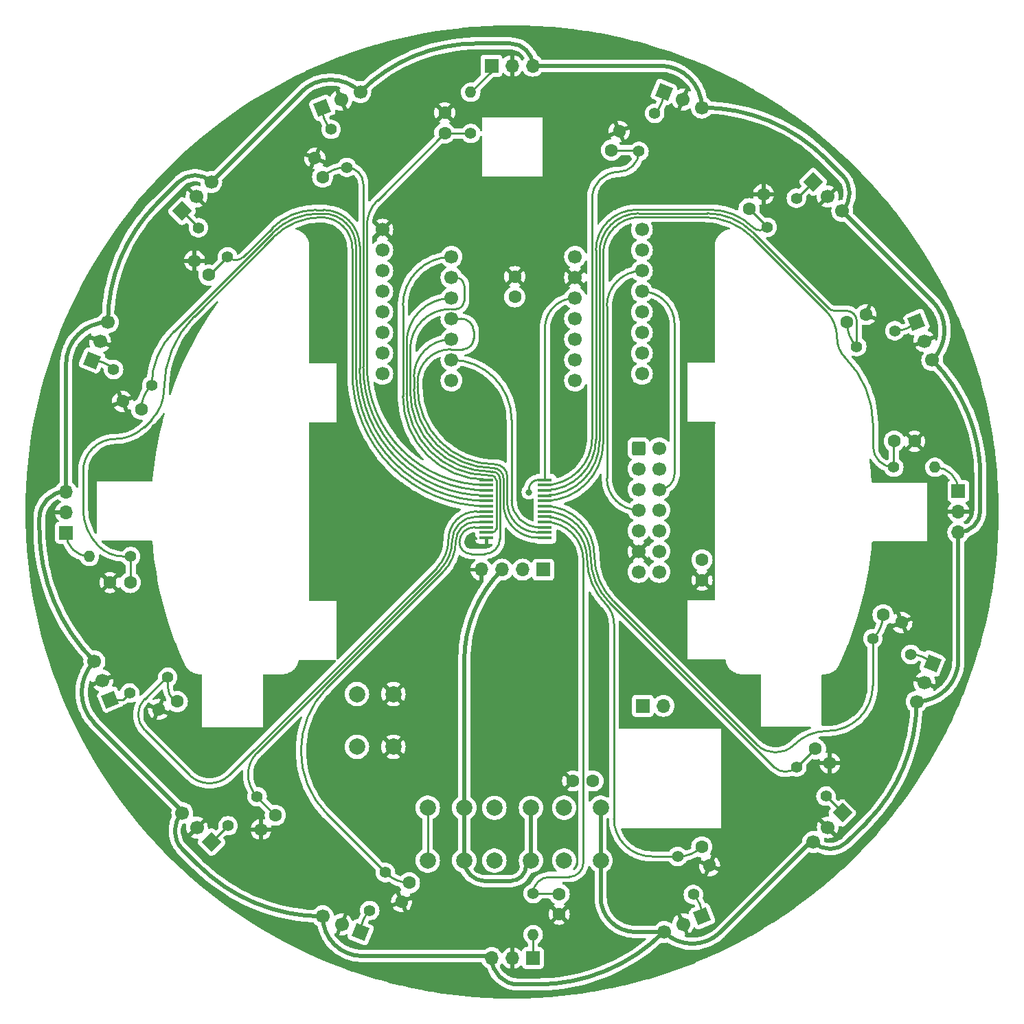
<source format=gbr>
%TF.GenerationSoftware,KiCad,Pcbnew,7.0.7*%
%TF.CreationDate,2025-05-03T00:20:40+09:00*%
%TF.ProjectId,IR_board_syuuseibann,49525f62-6f61-4726-945f-737975757365,rev?*%
%TF.SameCoordinates,Original*%
%TF.FileFunction,Copper,L1,Top*%
%TF.FilePolarity,Positive*%
%FSLAX46Y46*%
G04 Gerber Fmt 4.6, Leading zero omitted, Abs format (unit mm)*
G04 Created by KiCad (PCBNEW 7.0.7) date 2025-05-03 00:20:40*
%MOMM*%
%LPD*%
G01*
G04 APERTURE LIST*
G04 Aperture macros list*
%AMRoundRect*
0 Rectangle with rounded corners*
0 $1 Rounding radius*
0 $2 $3 $4 $5 $6 $7 $8 $9 X,Y pos of 4 corners*
0 Add a 4 corners polygon primitive as box body*
4,1,4,$2,$3,$4,$5,$6,$7,$8,$9,$2,$3,0*
0 Add four circle primitives for the rounded corners*
1,1,$1+$1,$2,$3*
1,1,$1+$1,$4,$5*
1,1,$1+$1,$6,$7*
1,1,$1+$1,$8,$9*
0 Add four rect primitives between the rounded corners*
20,1,$1+$1,$2,$3,$4,$5,0*
20,1,$1+$1,$4,$5,$6,$7,0*
20,1,$1+$1,$6,$7,$8,$9,0*
20,1,$1+$1,$8,$9,$2,$3,0*%
%AMHorizOval*
0 Thick line with rounded ends*
0 $1 width*
0 $2 $3 position (X,Y) of the first rounded end (center of the circle)*
0 $4 $5 position (X,Y) of the second rounded end (center of the circle)*
0 Add line between two ends*
20,1,$1,$2,$3,$4,$5,0*
0 Add two circle primitives to create the rounded ends*
1,1,$1,$2,$3*
1,1,$1,$4,$5*%
%AMRotRect*
0 Rectangle, with rotation*
0 The origin of the aperture is its center*
0 $1 length*
0 $2 width*
0 $3 Rotation angle, in degrees counterclockwise*
0 Add horizontal line*
21,1,$1,$2,0,0,$3*%
G04 Aperture macros list end*
%TA.AperFunction,ComponentPad*%
%ADD10RoundRect,0.250000X-0.600000X-0.600000X0.600000X-0.600000X0.600000X0.600000X-0.600000X0.600000X0*%
%TD*%
%TA.AperFunction,ComponentPad*%
%ADD11C,1.700000*%
%TD*%
%TA.AperFunction,ComponentPad*%
%ADD12C,1.600000*%
%TD*%
%TA.AperFunction,ComponentPad*%
%ADD13R,1.700000X1.700000*%
%TD*%
%TA.AperFunction,ComponentPad*%
%ADD14O,1.700000X1.700000*%
%TD*%
%TA.AperFunction,ComponentPad*%
%ADD15C,1.400000*%
%TD*%
%TA.AperFunction,ComponentPad*%
%ADD16HorizOval,1.400000X0.000000X0.000000X0.000000X0.000000X0*%
%TD*%
%TA.AperFunction,ComponentPad*%
%ADD17HorizOval,1.400000X0.000000X0.000000X0.000000X0.000000X0*%
%TD*%
%TA.AperFunction,ComponentPad*%
%ADD18HorizOval,1.400000X0.000000X0.000000X0.000000X0.000000X0*%
%TD*%
%TA.AperFunction,ComponentPad*%
%ADD19HorizOval,1.400000X0.000000X0.000000X0.000000X0.000000X0*%
%TD*%
%TA.AperFunction,ComponentPad*%
%ADD20RotRect,1.700000X1.700000X135.000000*%
%TD*%
%TA.AperFunction,ComponentPad*%
%ADD21HorizOval,1.700000X0.000000X0.000000X0.000000X0.000000X0*%
%TD*%
%TA.AperFunction,ComponentPad*%
%ADD22RotRect,1.700000X1.700000X45.000000*%
%TD*%
%TA.AperFunction,ComponentPad*%
%ADD23HorizOval,1.700000X0.000000X0.000000X0.000000X0.000000X0*%
%TD*%
%TA.AperFunction,ComponentPad*%
%ADD24RotRect,1.700000X1.700000X292.500000*%
%TD*%
%TA.AperFunction,ComponentPad*%
%ADD25HorizOval,1.700000X0.000000X0.000000X0.000000X0.000000X0*%
%TD*%
%TA.AperFunction,ComponentPad*%
%ADD26C,2.000000*%
%TD*%
%TA.AperFunction,ComponentPad*%
%ADD27HorizOval,1.400000X0.000000X0.000000X0.000000X0.000000X0*%
%TD*%
%TA.AperFunction,ComponentPad*%
%ADD28RotRect,1.700000X1.700000X22.500000*%
%TD*%
%TA.AperFunction,ComponentPad*%
%ADD29HorizOval,1.700000X0.000000X0.000000X0.000000X0.000000X0*%
%TD*%
%TA.AperFunction,ComponentPad*%
%ADD30RotRect,1.700000X1.700000X157.500000*%
%TD*%
%TA.AperFunction,ComponentPad*%
%ADD31HorizOval,1.700000X0.000000X0.000000X0.000000X0.000000X0*%
%TD*%
%TA.AperFunction,ComponentPad*%
%ADD32HorizOval,1.400000X0.000000X0.000000X0.000000X0.000000X0*%
%TD*%
%TA.AperFunction,ComponentPad*%
%ADD33RotRect,1.700000X1.700000X202.500000*%
%TD*%
%TA.AperFunction,ComponentPad*%
%ADD34HorizOval,1.700000X0.000000X0.000000X0.000000X0.000000X0*%
%TD*%
%TA.AperFunction,ComponentPad*%
%ADD35HorizOval,1.400000X0.000000X0.000000X0.000000X0.000000X0*%
%TD*%
%TA.AperFunction,ComponentPad*%
%ADD36HorizOval,1.400000X0.000000X0.000000X0.000000X0.000000X0*%
%TD*%
%TA.AperFunction,ComponentPad*%
%ADD37HorizOval,1.400000X0.000000X0.000000X0.000000X0.000000X0*%
%TD*%
%TA.AperFunction,ComponentPad*%
%ADD38O,1.400000X1.400000*%
%TD*%
%TA.AperFunction,ComponentPad*%
%ADD39RotRect,1.700000X1.700000X315.000000*%
%TD*%
%TA.AperFunction,ComponentPad*%
%ADD40HorizOval,1.700000X0.000000X0.000000X0.000000X0.000000X0*%
%TD*%
%TA.AperFunction,ComponentPad*%
%ADD41RotRect,1.700000X1.700000X67.500000*%
%TD*%
%TA.AperFunction,ComponentPad*%
%ADD42HorizOval,1.700000X0.000000X0.000000X0.000000X0.000000X0*%
%TD*%
%TA.AperFunction,ComponentPad*%
%ADD43RotRect,1.700000X1.700000X112.500000*%
%TD*%
%TA.AperFunction,ComponentPad*%
%ADD44HorizOval,1.700000X0.000000X0.000000X0.000000X0.000000X0*%
%TD*%
%TA.AperFunction,ComponentPad*%
%ADD45RotRect,1.700000X1.700000X337.500000*%
%TD*%
%TA.AperFunction,ComponentPad*%
%ADD46HorizOval,1.700000X0.000000X0.000000X0.000000X0.000000X0*%
%TD*%
%TA.AperFunction,ComponentPad*%
%ADD47HorizOval,1.400000X0.000000X0.000000X0.000000X0.000000X0*%
%TD*%
%TA.AperFunction,ComponentPad*%
%ADD48HorizOval,1.400000X0.000000X0.000000X0.000000X0.000000X0*%
%TD*%
%TA.AperFunction,ComponentPad*%
%ADD49HorizOval,1.400000X0.000000X0.000000X0.000000X0.000000X0*%
%TD*%
%TA.AperFunction,ComponentPad*%
%ADD50RotRect,1.700000X1.700000X225.000000*%
%TD*%
%TA.AperFunction,ComponentPad*%
%ADD51HorizOval,1.700000X0.000000X0.000000X0.000000X0.000000X0*%
%TD*%
%TA.AperFunction,SMDPad,CuDef*%
%ADD52R,1.750000X0.450000*%
%TD*%
%TA.AperFunction,ComponentPad*%
%ADD53RotRect,1.700000X1.700000X247.500000*%
%TD*%
%TA.AperFunction,ComponentPad*%
%ADD54HorizOval,1.700000X0.000000X0.000000X0.000000X0.000000X0*%
%TD*%
%TA.AperFunction,ViaPad*%
%ADD55C,0.800000*%
%TD*%
%TA.AperFunction,Conductor*%
%ADD56C,0.500000*%
%TD*%
%TA.AperFunction,Conductor*%
%ADD57C,0.250000*%
%TD*%
G04 APERTURE END LIST*
D10*
%TO.P,J2,1,Pin_1*%
%TO.N,unconnected-(J2-Pin_1-Pad1)*%
X151360000Y-101900000D03*
D11*
%TO.P,J2,2,Pin_2*%
%TO.N,SCL_LCD*%
X153900000Y-101900000D03*
%TO.P,J2,3,Pin_3*%
%TO.N,SDA_LCD*%
X151360000Y-104440000D03*
%TO.P,J2,4,Pin_4*%
%TO.N,TX_Boll*%
X153900000Y-104440000D03*
%TO.P,J2,5,Pin_5*%
%TO.N,RX_Boll*%
X151360000Y-106980000D03*
%TO.P,J2,6,Pin_6*%
%TO.N,TX_camera*%
X153900000Y-106980000D03*
%TO.P,J2,7,Pin_7*%
%TO.N,RX_camera*%
X151360000Y-109520000D03*
%TO.P,J2,8,Pin_8*%
%TO.N,LCD-TeensyD10*%
X153900000Y-109520000D03*
%TO.P,J2,9,Pin_9*%
%TO.N,LCD-TeensyD11*%
X151360000Y-112060000D03*
%TO.P,J2,10,Pin_10*%
%TO.N,LCD-TeensyD12*%
X153900000Y-112060000D03*
%TO.P,J2,11,Pin_11*%
%TO.N,GND*%
X151360000Y-114600000D03*
%TO.P,J2,12,Pin_12*%
%TO.N,+3.3V*%
X153900000Y-114600000D03*
%TO.P,J2,13,Pin_13*%
%TO.N,switch*%
X151360000Y-117140000D03*
%TO.P,J2,14,Pin_14*%
%TO.N,+5V*%
X153900000Y-117140000D03*
%TD*%
%TO.P,U19,16,GND*%
%TO.N,GND*%
X119770000Y-74951000D03*
%TO.P,U19,15,vin*%
%TO.N,+5V*%
X119770000Y-77491000D03*
%TO.P,U19,14,seru01*%
%TO.N,unconnected-(U19-seru01-Pad14)*%
X119770000Y-80031000D03*
%TO.P,U19,13,seru02*%
%TO.N,unconnected-(U19-seru02-Pad13)*%
X119770000Y-82571000D03*
%TO.P,U19,12,seru03*%
%TO.N,unconnected-(U19-seru03-Pad12)*%
X119770000Y-85111000D03*
%TO.P,U19,11,syn*%
%TO.N,unconnected-(U19-syn-Pad11)*%
X119770000Y-87651000D03*
%TO.P,U19,10,boot*%
%TO.N,unconnected-(U19-boot-Pad10)*%
X119770000Y-90191000D03*
%TO.P,U19,9,rst*%
%TO.N,RST*%
X119770000Y-92731000D03*
%TO.P,U19,8,3.3v*%
%TO.N,unconnected-(U19-3.3v-Pad8)*%
X151770000Y-74951000D03*
%TO.P,U19,7,adc/dac*%
%TO.N,unconnected-(U19-adc{slash}dac-Pad7)*%
X151770000Y-77491000D03*
%TO.P,U19,6,rxd/sca*%
%TO.N,RX_camera*%
X151770000Y-80031000D03*
%TO.P,U19,5,txo/scl*%
%TO.N,TX_camera*%
X151770000Y-82571000D03*
%TO.P,U19,4,ss*%
%TO.N,unconnected-(U19-ss-Pad4)*%
X151770000Y-85111000D03*
%TO.P,U19,3,miso*%
%TO.N,unconnected-(U19-miso-Pad3)*%
X151770000Y-87651000D03*
%TO.P,U19,2,sclk*%
%TO.N,unconnected-(U19-sclk-Pad2)*%
X151770000Y-90191000D03*
%TO.P,U19,1,mosi*%
%TO.N,unconnected-(U19-mosi-Pad1)*%
X151770000Y-92731000D03*
%TD*%
D12*
%TO.P,C17,2*%
%TO.N,GND*%
X159180000Y-118160000D03*
%TO.P,C17,1*%
%TO.N,+5V*%
X159180000Y-115660000D03*
%TD*%
D13*
%TO.P,J1,1,Pin_1*%
%TO.N,SDA_LCD*%
X139606000Y-116870000D03*
D14*
%TO.P,J1,2,Pin_2*%
%TO.N,SCL_LCD*%
X137066000Y-116870000D03*
%TO.P,J1,3,Pin_3*%
%TO.N,+3.3V*%
X134526000Y-116870000D03*
%TO.P,J1,4,Pin_4*%
%TO.N,GND*%
X131986000Y-116870000D03*
%TD*%
D12*
%TO.P,C19,1*%
%TO.N,GND*%
X143240000Y-142910000D03*
%TO.P,C19,2*%
%TO.N,+3.3V*%
X145740000Y-142910000D03*
%TD*%
%TO.P,C18,1*%
%TO.N,GND*%
X136100000Y-80740000D03*
%TO.P,C18,2*%
%TO.N,+3.3V*%
X136100000Y-83240000D03*
%TD*%
D13*
%TO.P,U17,1,OUT*%
%TO.N,IRout15*%
X138341699Y-164755716D03*
D14*
%TO.P,U17,2,GND*%
%TO.N,GND*%
X135801699Y-164755716D03*
%TO.P,U17,3,Vin*%
%TO.N,+3.3V*%
X133261699Y-164755716D03*
%TD*%
D12*
%TO.P,C4,1*%
%TO.N,D1*%
X106581975Y-147143010D03*
%TO.P,C4,2*%
%TO.N,GND*%
X104814208Y-148910777D03*
%TD*%
%TO.P,C9,1*%
%TO.N,D10*%
X177076399Y-86380620D03*
%TO.P,C9,2*%
%TO.N,GND*%
X179386098Y-85423911D03*
%TD*%
D15*
%TO.P,R6,1*%
%TO.N,D5*%
X100698859Y-78312233D03*
D16*
%TO.P,R6,2*%
%TO.N,IRout5*%
X97106757Y-74720131D03*
%TD*%
D15*
%TO.P,R9,1*%
%TO.N,D10*%
X178258619Y-89365407D03*
D17*
%TO.P,R9,2*%
%TO.N,IRout10*%
X182951927Y-87421375D03*
%TD*%
D15*
%TO.P,R11,1*%
%TO.N,D8*%
X151404090Y-65303441D03*
D18*
%TO.P,R11,2*%
%TO.N,IRout8*%
X153348122Y-60610133D03*
%TD*%
D12*
%TO.P,C5,1*%
%TO.N,D4*%
X90064116Y-97079129D03*
%TO.P,C5,2*%
%TO.N,GND*%
X87754417Y-96122420D03*
%TD*%
D13*
%TO.P,U5,1,OUT*%
%TO.N,IRout3*%
X80780983Y-112306415D03*
D14*
%TO.P,U5,2,GND*%
%TO.N,GND*%
X80780983Y-109766415D03*
%TO.P,U5,3,Vin*%
%TO.N,+3.3V*%
X80780983Y-107226415D03*
%TD*%
D15*
%TO.P,R4,1*%
%TO.N,D1*%
X104347516Y-144837840D03*
D19*
%TO.P,R4,2*%
%TO.N,IRout1*%
X100755414Y-148429942D03*
%TD*%
D20*
%TO.P,U7,1,OUT*%
%TO.N,IRout5*%
X95084418Y-72663452D03*
D21*
%TO.P,U7,2,GND*%
%TO.N,GND*%
X96880469Y-70867401D03*
%TO.P,U7,3,Vin*%
%TO.N,+3.3V*%
X98676520Y-69071350D03*
%TD*%
D13*
%TO.P,U13,1,OUT*%
%TO.N,IRout11*%
X190791000Y-107195000D03*
D14*
%TO.P,U13,2,GND*%
%TO.N,GND*%
X190791000Y-109735000D03*
%TO.P,U13,3,Vin*%
%TO.N,+3.3V*%
X190791000Y-112275000D03*
%TD*%
D22*
%TO.P,U11,1,OUT*%
%TO.N,IRout9*%
X172873247Y-69049135D03*
D23*
%TO.P,U11,2,GND*%
%TO.N,GND*%
X174669298Y-70845186D03*
%TO.P,U11,3,Vin*%
%TO.N,+3.3V*%
X176465349Y-72641237D03*
%TD*%
D12*
%TO.P,C14,1*%
%TO.N,D13*%
X173178292Y-138954725D03*
%TO.P,C14,2*%
%TO.N,GND*%
X174946059Y-140722492D03*
%TD*%
D24*
%TO.P,U16,1,OUT*%
%TO.N,IRout14*%
X159196663Y-159590682D03*
D25*
%TO.P,U16,2,GND*%
%TO.N,GND*%
X156850009Y-160562698D03*
%TO.P,U16,3,Vin*%
%TO.N,+3.3V*%
X154503355Y-161534714D03*
%TD*%
D26*
%TO.P,\u25B6,1*%
%TO.N,LCD-TeensyD10*%
X125376000Y-152720000D03*
X125376000Y-146220000D03*
%TO.P,\u25B6,2*%
%TO.N,+3.3V*%
X129876000Y-152720000D03*
X129876000Y-146220000D03*
%TD*%
D12*
%TO.P,C1,1*%
%TO.N,D2*%
X94495584Y-133120797D03*
%TO.P,C1,2*%
%TO.N,GND*%
X92185885Y-134077506D03*
%TD*%
D13*
%TO.P,SW4,1*%
%TO.N,+3.3V*%
X151891000Y-133650000D03*
D14*
%TO.P,SW4,2*%
%TO.N,switch*%
X154431000Y-133650000D03*
%TD*%
D13*
%TO.P,U9,1,OUT*%
%TO.N,IRout7*%
X133230283Y-54745699D03*
D14*
%TO.P,U9,2,GND*%
%TO.N,GND*%
X135770283Y-54745699D03*
%TO.P,U9,3,Vin*%
%TO.N,+3.3V*%
X138310283Y-54745699D03*
%TD*%
D15*
%TO.P,R7,1*%
%TO.N,D6*%
X115400691Y-67278080D03*
D27*
%TO.P,R7,2*%
%TO.N,IRout6*%
X113456659Y-62584772D03*
%TD*%
D28*
%TO.P,U12,1,OUT*%
%TO.N,IRout10*%
X185625965Y-86340036D03*
D29*
%TO.P,U12,2,GND*%
%TO.N,GND*%
X186597981Y-88686690D03*
%TO.P,U12,3,Vin*%
%TO.N,+3.3V*%
X187569997Y-91033344D03*
%TD*%
D30*
%TO.P,U6,1,OUT*%
%TO.N,IRout4*%
X83989963Y-91062368D03*
D31*
%TO.P,U6,2,GND*%
%TO.N,GND*%
X84961979Y-88715714D03*
%TO.P,U6,3,Vin*%
%TO.N,+3.3V*%
X85933995Y-86369060D03*
%TD*%
D12*
%TO.P,C6,1*%
%TO.N,D5*%
X98393690Y-80546691D03*
%TO.P,C6,2*%
%TO.N,GND*%
X96625923Y-78778924D03*
%TD*%
%TO.P,C15,1*%
%TO.N,D14*%
X159156079Y-151041116D03*
%TO.P,C15,2*%
%TO.N,GND*%
X160112788Y-153350815D03*
%TD*%
%TO.P,C12,1*%
%TO.N,D9*%
X164990008Y-72358407D03*
%TO.P,C12,2*%
%TO.N,GND*%
X166757775Y-70590640D03*
%TD*%
%TO.P,C10,1*%
%TO.N,D11*%
X182875999Y-101030000D03*
%TO.P,C10,2*%
%TO.N,GND*%
X185375999Y-101030000D03*
%TD*%
D15*
%TO.P,R14,1*%
%TO.N,D13*%
X170873124Y-141189183D03*
D32*
%TO.P,R14,2*%
%TO.N,IRout13*%
X174465226Y-144781285D03*
%TD*%
D33*
%TO.P,U4,1,OUT*%
%TO.N,IRout2*%
X86223016Y-132884381D03*
D34*
%TO.P,U4,2,GND*%
%TO.N,GND*%
X85251000Y-130537727D03*
%TO.P,U4,3,Vin*%
%TO.N,+3.3V*%
X84278984Y-128191073D03*
%TD*%
D15*
%TO.P,R13,1*%
%TO.N,D12*%
X180233259Y-125368807D03*
D35*
%TO.P,R13,2*%
%TO.N,IRout12*%
X184926567Y-127312839D03*
%TD*%
D15*
%TO.P,R1,1*%
%TO.N,D2*%
X93313363Y-130136008D03*
D36*
%TO.P,R1,2*%
%TO.N,IRout2*%
X88620055Y-132080040D03*
%TD*%
D15*
%TO.P,R3,1*%
%TO.N,D0*%
X120167892Y-154197975D03*
D37*
%TO.P,R3,2*%
%TO.N,IRout0*%
X118223860Y-158891283D03*
%TD*%
D12*
%TO.P,C7,1*%
%TO.N,D6*%
X112415903Y-68460300D03*
%TO.P,C7,2*%
%TO.N,GND*%
X111459194Y-66150601D03*
%TD*%
D38*
%TO.P,R8,2*%
%TO.N,IRout7*%
X130676000Y-58010000D03*
D15*
%TO.P,R8,1*%
%TO.N,D7*%
X130676000Y-63090000D03*
%TD*%
D39*
%TO.P,U15,1,OUT*%
%TO.N,IRout13*%
X176487564Y-146837964D03*
D40*
%TO.P,U15,2,GND*%
%TO.N,GND*%
X174691513Y-148634015D03*
%TO.P,U15,3,Vin*%
%TO.N,+3.3V*%
X172895462Y-150430066D03*
%TD*%
D41*
%TO.P,U10,1,OUT*%
%TO.N,IRout8*%
X154474330Y-57954680D03*
D42*
%TO.P,U10,2,GND*%
%TO.N,GND*%
X156820984Y-58926696D03*
%TO.P,U10,3,Vin*%
%TO.N,+3.3V*%
X159167638Y-59898712D03*
%TD*%
D12*
%TO.P,C16,1*%
%TO.N,D15*%
X141575984Y-156841416D03*
%TO.P,C16,2*%
%TO.N,GND*%
X141575984Y-159341416D03*
%TD*%
D43*
%TO.P,U8,1,OUT*%
%TO.N,IRout6*%
X112361460Y-59916472D03*
D44*
%TO.P,U8,2,GND*%
%TO.N,GND*%
X114708114Y-58944456D03*
%TO.P,U8,3,Vin*%
%TO.N,+3.3V*%
X117054768Y-57972440D03*
%TD*%
D45*
%TO.P,U14,1,OUT*%
%TO.N,IRout12*%
X187582020Y-128439047D03*
D46*
%TO.P,U14,2,GND*%
%TO.N,GND*%
X186610004Y-130785701D03*
%TO.P,U14,3,Vin*%
%TO.N,+3.3V*%
X185637988Y-133132355D03*
%TD*%
D12*
%TO.P,C3,1*%
%TO.N,D0*%
X123114413Y-155472584D03*
%TO.P,C3,2*%
%TO.N,GND*%
X122157704Y-157782283D03*
%TD*%
D15*
%TO.P,R10,1*%
%TO.N,D11*%
X182826000Y-104240000D03*
D38*
%TO.P,R10,2*%
%TO.N,IRout11*%
X187906000Y-104240000D03*
%TD*%
D15*
%TO.P,R12,1*%
%TO.N,D9*%
X167224466Y-74663575D03*
D47*
%TO.P,R12,2*%
%TO.N,IRout9*%
X170816568Y-71071473D03*
%TD*%
D15*
%TO.P,R16,1*%
%TO.N,D15*%
X138365982Y-156791416D03*
D38*
%TO.P,R16,2*%
%TO.N,IRout15*%
X138365982Y-161871416D03*
%TD*%
D15*
%TO.P,R15,1*%
%TO.N,D14*%
X156171292Y-152223336D03*
D48*
%TO.P,R15,2*%
%TO.N,IRout14*%
X158115324Y-156916644D03*
%TD*%
D15*
%TO.P,R5,1*%
%TO.N,D4*%
X91338724Y-94132609D03*
D49*
%TO.P,R5,2*%
%TO.N,IRout4*%
X86645416Y-92188577D03*
%TD*%
D12*
%TO.P,C2,1*%
%TO.N,D3*%
X88695283Y-118450001D03*
%TO.P,C2,2*%
%TO.N,GND*%
X86195283Y-118450001D03*
%TD*%
D11*
%TO.P,U1,14,5V*%
%TO.N,+5V*%
X143536000Y-78300000D03*
%TO.P,U1,13,GND*%
%TO.N,GND*%
X143536000Y-80840000D03*
%TO.P,U1,12,3V3*%
%TO.N,+3.3V*%
X143536000Y-83380000D03*
%TO.P,U1,11,PA6_A10_D10_MOSI*%
%TO.N,unconnected-(U1-PA6_A10_D10_MOSI-Pad11)*%
X143536000Y-85920000D03*
%TO.P,U1,10,PA5_A9_D9_MISO*%
%TO.N,unconnected-(U1-PA5_A9_D9_MISO-Pad10)*%
X143536000Y-88460000D03*
%TO.P,U1,9,PA7_A8_D8_SCK*%
%TO.N,unconnected-(U1-PA7_A8_D8_SCK-Pad9)*%
X143536000Y-91000000D03*
%TO.P,U1,8,PB09_A7_D7_RX*%
%TO.N,RX_Boll*%
X143536000Y-93540000D03*
%TO.P,U1,7,PB08_A6_D6_TX*%
%TO.N,TX_Boll*%
X128296000Y-93540000D03*
%TO.P,U1,6,PA9_A5_D5_SCL*%
%TO.N,E*%
X128296000Y-91000000D03*
%TO.P,U1,5,PA8_A4_D4_SDA*%
%TO.N,S3*%
X128296000Y-88460000D03*
%TO.P,U1,4,PA11_A3_D3*%
%TO.N,S2*%
X128296000Y-85920000D03*
%TO.P,U1,3,PA10_A2_D2*%
%TO.N,S1*%
X128296000Y-83380000D03*
%TO.P,U1,2,PA4_A1_D1*%
%TO.N,S0*%
X128296000Y-80840000D03*
%TO.P,U1,1,PA02_A0_D0*%
%TO.N,Data_IR_sensor*%
X128296000Y-78300000D03*
%TD*%
D12*
%TO.P,C13,1*%
%TO.N,D12*%
X181507866Y-122422288D03*
%TO.P,C13,2*%
%TO.N,GND*%
X183817565Y-123378997D03*
%TD*%
D26*
%TO.P,enter,1*%
%TO.N,LCD-TeensyD12*%
X133596000Y-152730000D03*
X133596000Y-146230000D03*
%TO.P,enter,2*%
%TO.N,+3.3V*%
X138096000Y-152730000D03*
X138096000Y-146230000D03*
%TD*%
D12*
%TO.P,C11,1*%
%TO.N,D8*%
X148021646Y-65154850D03*
%TO.P,C11,2*%
%TO.N,GND*%
X148978355Y-62845151D03*
%TD*%
D15*
%TO.P,R2,1*%
%TO.N,D3*%
X88745283Y-115240000D03*
D38*
%TO.P,R2,2*%
%TO.N,IRout3*%
X83665283Y-115240000D03*
%TD*%
D12*
%TO.P,C8,1*%
%TO.N,D7*%
X127466000Y-63040000D03*
%TO.P,C8,2*%
%TO.N,GND*%
X127466000Y-60540000D03*
%TD*%
D50*
%TO.P,U3,1,OUT*%
%TO.N,IRout1*%
X98698735Y-150452280D03*
D51*
%TO.P,U3,2,GND*%
%TO.N,GND*%
X96902684Y-148656229D03*
%TO.P,U3,3,Vin*%
%TO.N,+3.3V*%
X95106633Y-146860178D03*
%TD*%
D52*
%TO.P,U18,1,COM*%
%TO.N,Data_IR_sensor*%
X132616000Y-105785000D03*
%TO.P,U18,2,I7*%
%TO.N,D7*%
X132616000Y-106435000D03*
%TO.P,U18,3,I6*%
%TO.N,D6*%
X132616000Y-107085000D03*
%TO.P,U18,4,I5*%
%TO.N,D5*%
X132616000Y-107735000D03*
%TO.P,U18,5,I4*%
%TO.N,D4*%
X132616000Y-108385000D03*
%TO.P,U18,6,I3*%
%TO.N,D3*%
X132616000Y-109035000D03*
%TO.P,U18,7,I2*%
%TO.N,D2*%
X132616000Y-109685000D03*
%TO.P,U18,8,I1*%
%TO.N,D1*%
X132616000Y-110335000D03*
%TO.P,U18,9,I0*%
%TO.N,D0*%
X132616000Y-110985000D03*
%TO.P,U18,10,S0*%
%TO.N,S0*%
X132616000Y-111635000D03*
%TO.P,U18,11,S1*%
%TO.N,S1*%
X132616000Y-112285000D03*
%TO.P,U18,12,GND*%
%TO.N,GND*%
X132616000Y-112935000D03*
%TO.P,U18,13,S3*%
%TO.N,S3*%
X139816000Y-112935000D03*
%TO.P,U18,14,S2*%
%TO.N,S2*%
X139816000Y-112285000D03*
%TO.P,U18,15,~{E}*%
%TO.N,E*%
X139816000Y-111635000D03*
%TO.P,U18,16,I15*%
%TO.N,D15*%
X139816000Y-110985000D03*
%TO.P,U18,17,I14*%
%TO.N,D14*%
X139816000Y-110335000D03*
%TO.P,U18,18,I13*%
%TO.N,D13*%
X139816000Y-109685000D03*
%TO.P,U18,19,I12*%
%TO.N,D12*%
X139816000Y-109035000D03*
%TO.P,U18,20,I11*%
%TO.N,D11*%
X139816000Y-108385000D03*
%TO.P,U18,21,I10*%
%TO.N,D10*%
X139816000Y-107735000D03*
%TO.P,U18,22,I9*%
%TO.N,D9*%
X139816000Y-107085000D03*
%TO.P,U18,23,I8*%
%TO.N,D8*%
X139816000Y-106435000D03*
%TO.P,U18,24,VCC*%
%TO.N,+3.3V*%
X139816000Y-105785000D03*
%TD*%
D26*
%TO.P,SW3,1*%
%TO.N,LCD-TeensyD11*%
X142186000Y-152720000D03*
X142186000Y-146220000D03*
%TO.P,SW3,2*%
%TO.N,+3.3V*%
X146686000Y-152720000D03*
X146686000Y-146220000D03*
%TD*%
D53*
%TO.P,U2,1,OUT*%
%TO.N,IRout0*%
X117111510Y-161552477D03*
D54*
%TO.P,U2,2,GND*%
%TO.N,GND*%
X114764856Y-160580461D03*
%TO.P,U2,3,Vin*%
%TO.N,+3.3V*%
X112418202Y-159608445D03*
%TD*%
D26*
%TO.P,RST,1*%
%TO.N,RST*%
X116646000Y-138700000D03*
X116646000Y-132200000D03*
%TO.P,RST,2*%
%TO.N,GND*%
X121146000Y-138700000D03*
X121146000Y-132200000D03*
%TD*%
D55*
%TO.N,GND*%
X132930000Y-137010000D03*
X149150000Y-152770000D03*
X118140000Y-122920000D03*
X118100000Y-102980000D03*
X124400000Y-88910000D03*
X123480000Y-84030000D03*
X160570000Y-75000000D03*
X148660000Y-79260000D03*
X147420000Y-110520000D03*
X145600000Y-108150000D03*
X150630000Y-99820000D03*
X141190000Y-101970000D03*
X126230000Y-91550000D03*
X131120000Y-102130000D03*
X130080000Y-92350000D03*
X134570000Y-100980000D03*
X139110000Y-84470000D03*
X135700000Y-118820000D03*
X141720000Y-121320000D03*
X145700000Y-121180000D03*
X153140000Y-123740000D03*
X150250000Y-125280000D03*
X150530000Y-162960000D03*
X120210000Y-162580000D03*
X87010000Y-135390000D03*
X79920000Y-115310000D03*
X78880000Y-105530000D03*
X81940000Y-128220000D03*
X92600000Y-146550000D03*
X110880000Y-161780000D03*
X131480000Y-166850000D03*
X154640000Y-164870000D03*
X173240000Y-152940000D03*
X187240000Y-135030000D03*
X192940000Y-114070000D03*
X190180000Y-90910000D03*
X178900000Y-72530000D03*
X160920000Y-58020000D03*
X140040000Y-52840000D03*
X117090000Y-55440000D03*
X98730000Y-66190000D03*
X83890000Y-84430000D03*
X95200000Y-89780000D03*
X91710000Y-99310000D03*
X110480000Y-74990000D03*
X112660000Y-128660000D03*
X114790000Y-126600000D03*
X128260000Y-109690000D03*
X148980000Y-115180000D03*
X130670000Y-113510000D03*
%TO.N,+3.3V*%
X137840000Y-107310000D03*
%TD*%
D56*
%TO.N,+3.3V*%
X154503355Y-161534714D02*
X150985147Y-161534716D01*
D57*
%TO.N,IRout8*%
X153393004Y-60565191D02*
G75*
G03*
X154474330Y-57954680I-2610404J2610491D01*
G01*
%TO.N,D7*%
X117875000Y-91694001D02*
G75*
G03*
X132616000Y-106435000I14741000J1D01*
G01*
X127416000Y-63090000D02*
X130676000Y-63090000D01*
X119183984Y-71322016D02*
X127416000Y-63090000D01*
X117875000Y-91694001D02*
X117875000Y-74482183D01*
X119183982Y-71322014D02*
G75*
G03*
X117875000Y-74482183I3160218J-3160186D01*
G01*
%TO.N,IRout6*%
X112361452Y-59940796D02*
G75*
G03*
X113456659Y-62584772I3739048J-4D01*
G01*
%TO.N,D6*%
X115270031Y-67278096D02*
G75*
G03*
X112415904Y-68460301I-31J-4036304D01*
G01*
%TO.N,IRout4*%
X86600525Y-92143686D02*
G75*
G03*
X83989963Y-91062368I-2610525J-2610514D01*
G01*
%TO.N,IRout11*%
X190791000Y-107124995D02*
G75*
G03*
X187906000Y-104240000I-2885000J-5D01*
G01*
X190791000Y-107124995D02*
X190791000Y-107195000D01*
%TO.N,IRout10*%
X183015451Y-87421334D02*
G75*
G03*
X185625965Y-86340036I49J3691734D01*
G01*
%TO.N,IRout12*%
X187537093Y-128394154D02*
G75*
G03*
X184926567Y-127312839I-2610493J-2610446D01*
G01*
%TO.N,D12*%
X180325656Y-125276344D02*
G75*
G03*
X181507866Y-122422288I-2853956J2854044D01*
G01*
X174653156Y-136750059D02*
G75*
G03*
X180233259Y-131169889I-56J5580159D01*
G01*
X174653156Y-136749960D02*
G75*
G03*
X170550711Y-138449289I44J-5801740D01*
G01*
X165949290Y-138449290D02*
G75*
G03*
X170550711Y-138449289I2300710J2300690D01*
G01*
%TO.N,D13*%
X168052840Y-141189147D02*
G75*
G03*
X170873124Y-141189183I1410160J1410147D01*
G01*
%TO.N,D14*%
X156301969Y-152223303D02*
G75*
G03*
X159156079Y-151041116I31J4036303D01*
G01*
%TO.N,IRout14*%
X159196619Y-159527147D02*
G75*
G03*
X158115324Y-156916644I-3691719J47D01*
G01*
%TO.N,D0*%
X120260320Y-154290387D02*
G75*
G03*
X123114413Y-155472584I2854080J2854087D01*
G01*
%TO.N,IRout0*%
X118206656Y-158908513D02*
G75*
G03*
X117111510Y-161552477I2643844J-2643887D01*
G01*
X118206643Y-158908500D02*
X118223860Y-158891283D01*
%TO.N,D2*%
X93313345Y-131171531D02*
G75*
G03*
X94120798Y-133120796I2756655J31D01*
G01*
%TO.N,D4*%
X91246312Y-94225021D02*
G75*
G03*
X90064116Y-97079129I2854088J-2854079D01*
G01*
%TO.N,D5*%
X100698842Y-78312250D02*
G75*
G03*
X102644970Y-78312238I973058J973050D01*
G01*
X106214236Y-74742972D02*
X102644970Y-78312238D01*
X111568895Y-72524988D02*
G75*
G03*
X106214237Y-74742973I5J-7572612D01*
G01*
X112514820Y-72525000D02*
X111568895Y-72525000D01*
X116975000Y-76985180D02*
G75*
G03*
X112514820Y-72525000I-4460200J-20D01*
G01*
X116975000Y-92094005D02*
G75*
G03*
X132616000Y-107735000I15641000J5D01*
G01*
X116975000Y-92094005D02*
X116975000Y-76985180D01*
%TO.N,D2*%
X90466885Y-132808115D02*
G75*
G03*
X90466885Y-136656885I1924415J-1924385D01*
G01*
%TO.N,D0*%
X112967725Y-131432273D02*
G75*
G03*
X112967727Y-146997810I7782775J-7782767D01*
G01*
%TO.N,D2*%
X95979765Y-142169763D02*
G75*
G03*
X100957443Y-142169763I2488839J2488840D01*
G01*
%TO.N,D1*%
X104347497Y-139416101D02*
G75*
G03*
X104347517Y-144837839I2710863J-2710859D01*
G01*
%TO.N,D14*%
X148325004Y-147556748D02*
G75*
G03*
X152991588Y-152223336I4666586J-2D01*
G01*
D56*
%TO.N,+3.3V*%
X129876000Y-152720000D02*
X129876000Y-146220000D01*
X138096000Y-152730000D02*
X138096000Y-146230000D01*
X146686000Y-152720000D02*
X146686000Y-146220000D01*
D57*
%TO.N,D15*%
X140407384Y-154749982D02*
G75*
G03*
X138365982Y-156791416I16J-2041418D01*
G01*
X142797012Y-154750000D02*
G75*
G03*
X144560000Y-152987012I-12J1763000D01*
G01*
X144560000Y-115728994D02*
X144560000Y-152987012D01*
X144560000Y-115728994D02*
G75*
G03*
X139816000Y-110985000I-4744000J-6D01*
G01*
X142797012Y-154750000D02*
X140407384Y-154750000D01*
D56*
%TO.N,+3.3V*%
X129876000Y-152720000D02*
G75*
G03*
X132406004Y-155250000I2530000J0D01*
G01*
X135576002Y-155250000D02*
G75*
G03*
X137500000Y-153326000I-2J1924000D01*
G01*
D57*
X137500000Y-153326000D02*
X138096000Y-152730000D01*
D56*
X132406004Y-155250000D02*
X135576002Y-155250000D01*
X146685984Y-157235572D02*
G75*
G03*
X150985147Y-161534716I4299116J-28D01*
G01*
X146686000Y-157235572D02*
X146686000Y-152720000D01*
X159167601Y-59898712D02*
G75*
G03*
X154014633Y-54745699I-5153001J12D01*
G01*
X154503334Y-161534735D02*
G75*
G03*
X161465279Y-161534722I3480966J3480935D01*
G01*
X187569981Y-91033328D02*
G75*
G03*
X187570008Y-83745899I-3643681J3643728D01*
G01*
X176465355Y-72641243D02*
G75*
G03*
X176465354Y-68215356I-2212955J2212943D01*
G01*
X174499263Y-66249261D02*
G75*
G03*
X159167638Y-59898712I-15331563J-15331539D01*
G01*
X185637988Y-133132400D02*
G75*
G03*
X190791000Y-127979359I12J5153000D01*
G01*
X179465220Y-148034796D02*
G75*
G03*
X185637988Y-133132355I-14902420J14902396D01*
G01*
X172895464Y-150430064D02*
G75*
G03*
X177069936Y-150430064I2087236J2087264D01*
G01*
X190791000Y-112275000D02*
G75*
G03*
X193500000Y-109566002I0J2709000D01*
G01*
X193499996Y-105349657D02*
G75*
G03*
X187569997Y-91033344I-20246336J7D01*
G01*
X133261700Y-164755716D02*
G75*
G03*
X136505986Y-168000000I3244300J16D01*
G01*
X138856681Y-167999993D02*
G75*
G03*
X154465285Y-161534713I19J22073893D01*
G01*
D57*
X133261699Y-164755716D02*
X133005983Y-164500000D01*
D56*
X133005983Y-164500000D02*
X117309755Y-164500000D01*
X112418200Y-159608445D02*
G75*
G03*
X117309755Y-164500000I4891500J-55D01*
G01*
D57*
%TO.N,IRout3*%
X80781000Y-112355695D02*
G75*
G03*
X83665283Y-115240000I2884300J-5D01*
G01*
X80780983Y-112306415D02*
X80780983Y-112355695D01*
%TO.N,D3*%
X88745283Y-115240000D02*
X87887877Y-115240011D01*
X84784609Y-113954643D02*
G75*
G03*
X87887877Y-115240011I3103191J3103243D01*
G01*
X82890017Y-109380572D02*
G75*
G03*
X84784626Y-113954626I6468683J-28D01*
G01*
X82890000Y-104725493D02*
X82890000Y-109380572D01*
X91323003Y-98366997D02*
X90406912Y-99283088D01*
X106371955Y-75858045D02*
X96597933Y-85632067D01*
X86865489Y-100749966D02*
G75*
G03*
X90406912Y-99283088I11J5008366D01*
G01*
X86865489Y-100750000D02*
G75*
G03*
X82890000Y-104725493I11J-3975500D01*
G01*
X112245846Y-73425022D02*
G75*
G03*
X106371955Y-75858045I-46J-8306878D01*
G01*
X96597959Y-85632093D02*
G75*
G03*
X92859991Y-94656320I9024141J-9024207D01*
G01*
X116075000Y-92494000D02*
X116075000Y-77254155D01*
X116075000Y-77254155D02*
G75*
G03*
X112245846Y-73425000I-3829150J5D01*
G01*
X116075000Y-92494000D02*
G75*
G03*
X132616000Y-109035000I16541000J0D01*
G01*
X91323010Y-98367004D02*
G75*
G03*
X92859991Y-94656320I-3710610J3710604D01*
G01*
%TO.N,D4*%
X94080736Y-87512870D02*
G75*
G03*
X91338724Y-94132609I6619794J-6619800D01*
G01*
D56*
%TO.N,+3.3V*%
X95106627Y-146860172D02*
G75*
G03*
X95106634Y-151306635I2223273J-2223228D01*
G01*
X97037688Y-153237653D02*
G75*
G03*
X112418202Y-159608445I15380412J15380353D01*
G01*
X97037670Y-153237671D02*
X95106634Y-151306635D01*
X84278985Y-128191074D02*
G75*
G03*
X84278982Y-135778983I3793955J-3793956D01*
G01*
X80780983Y-107226400D02*
G75*
G03*
X77500000Y-110507392I17J-3281000D01*
G01*
X77499997Y-111825263D02*
G75*
G03*
X84278984Y-128191073I23144643J3D01*
G01*
X91981947Y-71768051D02*
G75*
G03*
X85933995Y-86369060I14601053J-14601049D01*
G01*
X98676535Y-69071335D02*
G75*
G03*
X94678660Y-69071340I-1998935J-1998965D01*
G01*
X85933995Y-86369063D02*
G75*
G03*
X80780983Y-91522078I5J-5153017D01*
G01*
X138310300Y-54745699D02*
G75*
G03*
X135564578Y-52000000I-2745700J-1D01*
G01*
X131473482Y-52000000D02*
X135564578Y-52000000D01*
X131473482Y-51999985D02*
G75*
G03*
X117054768Y-57972440I18J-20391115D01*
G01*
X117054769Y-57972439D02*
G75*
G03*
X109775432Y-57972438I-3639669J-3639661D01*
G01*
D57*
%TO.N,D11*%
X180269984Y-99015203D02*
G75*
G03*
X176843926Y-90743926I-11697384J3D01*
G01*
X180270000Y-101684005D02*
G75*
G03*
X182826000Y-104240000I2556000J5D01*
G01*
%TO.N,D10*%
X177076373Y-86511315D02*
G75*
G03*
X178258620Y-89365406I4036227J15D01*
G01*
%TO.N,D11*%
X175829991Y-88296091D02*
G75*
G03*
X174425605Y-84905605I-4794891J-9D01*
G01*
X175830018Y-88296091D02*
G75*
G03*
X176843926Y-90743926I3461782J-9D01*
G01*
%TO.N,D10*%
X178258600Y-86222113D02*
G75*
G03*
X176976506Y-84940000I-1282100J13D01*
G01*
X174803498Y-84647112D02*
G75*
G03*
X175510610Y-84940000I707102J707112D01*
G01*
%TO.N,D9*%
X165456357Y-74663597D02*
G75*
G03*
X167224466Y-74663575I884043J884097D01*
G01*
%TO.N,D11*%
X165469648Y-75949678D02*
G75*
G03*
X159314232Y-73400000I-6155448J-6155422D01*
G01*
%TO.N,D10*%
X165406056Y-75249658D02*
G75*
G03*
X159854186Y-72950000I-5551856J-5551842D01*
G01*
%TO.N,D9*%
X165456354Y-74663600D02*
G75*
G03*
X160233028Y-72500000I-5223354J-5223300D01*
G01*
D56*
%TO.N,+3.3V*%
X134526002Y-116870002D02*
G75*
G03*
X129876000Y-128096079I11226098J-11226098D01*
G01*
D57*
%TO.N,TX_camera*%
X153900000Y-106980000D02*
G75*
G03*
X155800000Y-105080008I0J1900000D01*
G01*
X155800000Y-86599998D02*
G75*
G03*
X151776000Y-82576000I-4024000J-2D01*
G01*
%TO.N,D11*%
X151538600Y-73400000D02*
G75*
G03*
X147000000Y-77938600I0J-4538600D01*
G01*
%TO.N,D10*%
X151339792Y-72950000D02*
G75*
G03*
X146550000Y-77739792I8J-4789800D01*
G01*
%TO.N,D9*%
X151098286Y-72500000D02*
G75*
G03*
X146100000Y-77498286I14J-4998300D01*
G01*
%TO.N,RX_camera*%
X151776000Y-80036000D02*
G75*
G03*
X147450000Y-84362003I0J-4326000D01*
G01*
%TO.N,D8*%
X148867534Y-67840000D02*
G75*
G03*
X145650000Y-71057494I-34J-3217500D01*
G01*
X148867534Y-67839990D02*
G75*
G03*
X151404090Y-65303441I-34J2536590D01*
G01*
%TO.N,D12*%
X145910007Y-115119001D02*
G75*
G03*
X148237088Y-120737088I7945193J1D01*
G01*
%TO.N,D13*%
X145459974Y-115328999D02*
G75*
G03*
X147770384Y-120906778I7888126J-1D01*
G01*
%TO.N,D14*%
X145009998Y-115529001D02*
G75*
G03*
X147310701Y-121083493I7855102J-99D01*
G01*
X148324961Y-123532241D02*
G75*
G03*
X147310701Y-121083493I-3463061J41D01*
G01*
%TO.N,D12*%
X145910000Y-115119001D02*
G75*
G03*
X139821000Y-109030000I-6089000J1D01*
G01*
X148237088Y-120737088D02*
X165949290Y-138449290D01*
X180233259Y-131169889D02*
X180233259Y-128425000D01*
X139816000Y-109035000D02*
X139821000Y-109030000D01*
%TO.N,D10*%
X139816000Y-107735000D02*
G75*
G03*
X146550000Y-101001001I0J6734000D01*
G01*
%TO.N,D11*%
X139816000Y-108385000D02*
G75*
G03*
X147000000Y-101201002I0J7184000D01*
G01*
%TO.N,D9*%
X139816000Y-107085000D02*
G75*
G03*
X146100000Y-100801002I0J6284000D01*
G01*
%TO.N,RX_camera*%
X147450000Y-105610002D02*
G75*
G03*
X151360000Y-109520000I3910000J2D01*
G01*
%TO.N,D13*%
X145460000Y-115328999D02*
G75*
G03*
X139816000Y-109685000I-5644000J-1D01*
G01*
%TO.N,D14*%
X145010000Y-115529001D02*
G75*
G03*
X139816000Y-110335000I-5194000J1D01*
G01*
%TO.N,D8*%
X139816000Y-106435000D02*
G75*
G03*
X145650000Y-100601012I0J5834000D01*
G01*
%TO.N,E*%
X139816000Y-111635000D02*
X139061031Y-111635000D01*
%TO.N,S2*%
X135166000Y-108504556D02*
G75*
G03*
X138946444Y-112285000I3780400J-44D01*
G01*
%TO.N,E*%
X135710000Y-108283969D02*
G75*
G03*
X139061031Y-111635000I3351000J-31D01*
G01*
%TO.N,S1*%
X133334632Y-112285000D02*
G75*
G03*
X133816000Y-111803632I-32J481400D01*
G01*
%TO.N,S3*%
X134716000Y-108735571D02*
G75*
G03*
X138915429Y-112935000I4199400J-29D01*
G01*
%TO.N,+3.3V*%
X137840000Y-107310000D02*
X137840000Y-106981518D01*
X139036518Y-105785000D02*
G75*
G03*
X137840000Y-106981518I-18J-1196500D01*
G01*
X139036518Y-105785000D02*
X139816000Y-105785000D01*
X143536000Y-83380000D02*
G75*
G03*
X139816000Y-87100004I0J-3720000D01*
G01*
X139816000Y-87100004D02*
X139816000Y-105785000D01*
%TO.N,E*%
X135710000Y-98413991D02*
G75*
G03*
X128296000Y-91000000I-7414000J-9D01*
G01*
%TO.N,S2*%
X131040003Y-88361470D02*
X131039996Y-87479739D01*
X131040000Y-87479739D02*
G75*
G03*
X129480245Y-85920000I-1559800J-61D01*
G01*
X129701483Y-89700003D02*
G75*
G03*
X131040003Y-88361470I17J1338503D01*
G01*
%TO.N,S0*%
X128840000Y-84745000D02*
G75*
G03*
X129840000Y-83745000I0J1000000D01*
G01*
X129840000Y-81840000D02*
G75*
G03*
X128840000Y-80840000I-1000000J0D01*
G01*
%TO.N,D6*%
X117425020Y-69302393D02*
G75*
G03*
X115400691Y-67278080I-2024320J-7D01*
G01*
X117425000Y-69302393D02*
X117425000Y-91893998D01*
X117425000Y-91893998D02*
G75*
G03*
X132616000Y-107085000I15191000J-2D01*
G01*
%TO.N,D4*%
X111924499Y-72975000D02*
X112456520Y-72975000D01*
X116525000Y-77043479D02*
G75*
G03*
X112456520Y-72975000I-4068500J-21D01*
G01*
X111924499Y-72974989D02*
G75*
G03*
X106280984Y-75312620I1J-7981111D01*
G01*
%TO.N,S0*%
X133359728Y-104785000D02*
X133110171Y-104785000D01*
%TO.N,S1*%
X133202139Y-105235000D02*
X132793770Y-105235000D01*
%TO.N,S2*%
X128201979Y-89700000D02*
G75*
G03*
X124110000Y-93791979I21J-4092000D01*
G01*
%TO.N,Data_IR_sensor*%
X128296000Y-78300000D02*
G75*
G03*
X122310000Y-84286006I0J-5986000D01*
G01*
%TO.N,S3*%
X128296000Y-88460000D02*
G75*
G03*
X123660000Y-93096004I0J-4636000D01*
G01*
%TO.N,S0*%
X128156995Y-84745000D02*
G75*
G03*
X123210000Y-89691995I5J-4947000D01*
G01*
%TO.N,S1*%
X128296000Y-83380000D02*
G75*
G03*
X122760000Y-88916004I0J-5536000D01*
G01*
%TO.N,S2*%
X135166000Y-105383221D02*
G75*
G03*
X133667779Y-103885000I-1498200J21D01*
G01*
X124110000Y-94327219D02*
G75*
G03*
X133667779Y-103885000I9557800J19D01*
G01*
%TO.N,Data_IR_sensor*%
X122310000Y-95479002D02*
G75*
G03*
X132606000Y-105775000I10296000J2D01*
G01*
%TO.N,S0*%
X134266000Y-105691272D02*
G75*
G03*
X133359728Y-104785000I-906300J-28D01*
G01*
X123210000Y-94884826D02*
G75*
G03*
X133110171Y-104785000I9900170J-4D01*
G01*
%TO.N,S1*%
X133816000Y-105848861D02*
G75*
G03*
X133202139Y-105235000I-613900J-39D01*
G01*
X122760000Y-95201230D02*
G75*
G03*
X132793770Y-105235000I10033770J0D01*
G01*
%TO.N,S3*%
X123660000Y-94587975D02*
G75*
G03*
X133407026Y-104335000I9747000J-25D01*
G01*
X134716000Y-105643974D02*
G75*
G03*
X133407026Y-104335000I-1309000J-26D01*
G01*
%TO.N,D4*%
X116525000Y-92294001D02*
G75*
G03*
X132616000Y-108385000I16091000J1D01*
G01*
%TO.N,D0*%
X127287465Y-117112467D02*
G75*
G03*
X128825000Y-113400632I-3711765J3711867D01*
G01*
%TO.N,D2*%
X126485961Y-116641295D02*
G75*
G03*
X127925000Y-113167004I-3474261J3474195D01*
G01*
%TO.N,D1*%
X126904706Y-116858864D02*
G75*
G03*
X128375000Y-113309307I-3549506J3549564D01*
G01*
%TO.N,D0*%
X131240632Y-110985000D02*
G75*
G03*
X128825000Y-113400632I-32J-2415600D01*
G01*
%TO.N,D2*%
X131407004Y-109685000D02*
G75*
G03*
X127925000Y-113167004I-4J-3482000D01*
G01*
%TO.N,D1*%
X131349307Y-110335000D02*
G75*
G03*
X128375000Y-113309307I-7J-2974300D01*
G01*
%TO.N,S0*%
X132417460Y-114925000D02*
G75*
G03*
X134266000Y-113076460I40J1848500D01*
G01*
X131123239Y-111635000D02*
G75*
G03*
X129275000Y-113483237I-39J-1848200D01*
G01*
X129275000Y-113483237D02*
G75*
G03*
X130716795Y-114925000I1441800J37D01*
G01*
%TO.N,D10*%
X175510610Y-84940000D02*
X176976506Y-84940000D01*
X151339792Y-72950000D02*
X159854186Y-72950000D01*
X146550000Y-101001001D02*
X146550000Y-77739792D01*
X165406055Y-75249659D02*
X174803503Y-84647107D01*
X178258619Y-86222113D02*
X178258619Y-89365407D01*
%TO.N,D11*%
X159314232Y-73400000D02*
X151538600Y-73400000D01*
X174425605Y-84905605D02*
X165469663Y-75949663D01*
X180270000Y-101684005D02*
X180270000Y-99015203D01*
X147000000Y-77938600D02*
X147000000Y-101201002D01*
%TO.N,TX_camera*%
X155800000Y-86599998D02*
X155800000Y-105080008D01*
%TO.N,RX_camera*%
X147450000Y-84362003D02*
X147450000Y-105610002D01*
%TO.N,D9*%
X160233028Y-72500000D02*
X151098286Y-72500000D01*
X146100000Y-77498286D02*
X146100000Y-100801002D01*
%TO.N,D8*%
X145650000Y-100601012D02*
X145650000Y-71057494D01*
%TO.N,D4*%
X116525000Y-77043479D02*
X116525000Y-92294001D01*
X94080735Y-87512869D02*
X106280984Y-75312620D01*
%TO.N,D0*%
X112967727Y-146997810D02*
X120167892Y-154197975D01*
X127287499Y-117112501D02*
X112967726Y-131432274D01*
X132616000Y-110985000D02*
X131240632Y-110985000D01*
%TO.N,D2*%
X131407004Y-109685000D02*
X132616000Y-109685000D01*
X100957444Y-142169764D02*
X126485937Y-116641271D01*
X93313363Y-130136008D02*
X93138992Y-130136008D01*
X93138992Y-130136008D02*
X90466885Y-132808115D01*
X90466885Y-136656885D02*
X95979764Y-142169764D01*
%TO.N,D1*%
X126904723Y-116858881D02*
X104347500Y-139416104D01*
X132616000Y-110335000D02*
X131349307Y-110335000D01*
%TO.N,D13*%
X147770383Y-120906779D02*
X168052796Y-141189191D01*
%TO.N,D14*%
X148325000Y-123532241D02*
X148325000Y-147556748D01*
X152991588Y-152223336D02*
X156171292Y-152223336D01*
%TO.N,Data_IR_sensor*%
X122310000Y-95479002D02*
X122310000Y-84286006D01*
X132616000Y-105785000D02*
X132606000Y-105775000D01*
%TO.N,S2*%
X135166000Y-105383221D02*
X135166000Y-108504556D01*
X138946444Y-112285000D02*
X139816000Y-112285000D01*
X124110000Y-93791979D02*
X124110000Y-94327219D01*
X128296000Y-85920000D02*
X129480245Y-85920000D01*
X129701483Y-89700000D02*
X128201979Y-89700000D01*
%TO.N,S3*%
X123660000Y-94587975D02*
X123660000Y-93096004D01*
X134716000Y-108735571D02*
X134716000Y-105643974D01*
X139816000Y-112935000D02*
X138915429Y-112935000D01*
%TO.N,S0*%
X131123239Y-111635000D02*
X132616000Y-111635000D01*
X132417460Y-114925000D02*
X130716795Y-114925000D01*
X134266000Y-105691272D02*
X134266000Y-113076460D01*
X123210000Y-89691995D02*
X123210000Y-94884826D01*
X129840000Y-81840000D02*
X129840000Y-83745000D01*
X128296000Y-80840000D02*
X128840000Y-80840000D01*
X128840000Y-84745000D02*
X128156995Y-84745000D01*
%TO.N,S1*%
X133334632Y-112285000D02*
X132616000Y-112285000D01*
X133816000Y-105848861D02*
X133816000Y-111803632D01*
X122760000Y-88916004D02*
X122760000Y-95201230D01*
%TO.N,E*%
X135710000Y-98413991D02*
X135710000Y-108283969D01*
D56*
%TO.N,+3.3V*%
X179465212Y-148034788D02*
X177069936Y-150430064D01*
X190791000Y-112275000D02*
X190791000Y-127979359D01*
X193500000Y-105349657D02*
X193500000Y-109566002D01*
X176465349Y-72641237D02*
X187570009Y-83745898D01*
X174499262Y-66249262D02*
X176465355Y-68215355D01*
X138310283Y-54745699D02*
X154014633Y-54745699D01*
X172569934Y-150430066D02*
X161465279Y-161534722D01*
D57*
X172895462Y-150430066D02*
X172569934Y-150430066D01*
D56*
X138856681Y-168000000D02*
X136505986Y-168000000D01*
D57*
X154503355Y-161534714D02*
X154465286Y-161534714D01*
D56*
X95106633Y-146606633D02*
X84278982Y-135778983D01*
D57*
X95106633Y-146860178D02*
X95106633Y-146606633D01*
D56*
X77500000Y-111825263D02*
X77500000Y-110507392D01*
X80780983Y-107226415D02*
X80780983Y-91522078D01*
X91981948Y-71768052D02*
X94678660Y-69071340D01*
X98676520Y-69071350D02*
X109775432Y-57972438D01*
D57*
%TO.N,IRout2*%
X86223016Y-132884381D02*
X87815714Y-132884381D01*
X87815714Y-132884381D02*
X88620055Y-132080040D01*
D56*
%TO.N,+3.3V*%
X129876000Y-128096079D02*
X129876000Y-146220000D01*
D57*
%TO.N,IRout4*%
X86600525Y-92143686D02*
X86645416Y-92188577D01*
%TO.N,IRout1*%
X98698735Y-150452280D02*
X100721073Y-148429942D01*
X100721073Y-148429942D02*
X100755414Y-148429942D01*
%TO.N,IRout5*%
X95084418Y-72663452D02*
X97106757Y-74685791D01*
X97106757Y-74685791D02*
X97106757Y-74720131D01*
%TO.N,IRout6*%
X112361460Y-59916472D02*
X112361460Y-59940796D01*
%TO.N,IRout7*%
X133230283Y-54745699D02*
X133230283Y-55455717D01*
X133230283Y-55455717D02*
X130676000Y-58010000D01*
%TO.N,IRout8*%
X153393034Y-60565221D02*
X153348122Y-60610133D01*
%TO.N,D2*%
X94120797Y-133120797D02*
X94495584Y-133120797D01*
X93313363Y-130136008D02*
X93313363Y-131171531D01*
%TO.N,D3*%
X88745283Y-115240000D02*
X88745283Y-118400001D01*
X88745283Y-118400001D02*
X88695283Y-118450001D01*
%TO.N,D0*%
X120260312Y-154290395D02*
X120167892Y-154197975D01*
%TO.N,D1*%
X106581975Y-147143010D02*
X104347516Y-144908551D01*
X104347516Y-144908551D02*
X104347516Y-144837840D01*
%TO.N,D4*%
X91246312Y-94225021D02*
X91338724Y-94132609D01*
%TO.N,D5*%
X100698859Y-78312233D02*
X98464401Y-80546691D01*
X98464401Y-80546691D02*
X98393690Y-80546691D01*
%TO.N,D6*%
X115400691Y-67278080D02*
X115270031Y-67278080D01*
%TO.N,D7*%
X127516000Y-63090000D02*
X127466000Y-63040000D01*
X130676000Y-63090000D02*
X127516000Y-63090000D01*
%TO.N,D10*%
X177076399Y-86380620D02*
X177076399Y-86511315D01*
%TO.N,D11*%
X182826000Y-101079999D02*
X182875999Y-101030000D01*
X182826000Y-104240000D02*
X182826000Y-101079999D01*
%TO.N,D8*%
X148021646Y-65154850D02*
X151255499Y-65154850D01*
X151255499Y-65154850D02*
X151404090Y-65303441D01*
%TO.N,D9*%
X164990008Y-72358407D02*
X167224466Y-74592865D01*
X167224466Y-74592865D02*
X167224466Y-74663575D01*
%TO.N,D12*%
X180233259Y-128766741D02*
X180233259Y-128425000D01*
X180325689Y-125276377D02*
X180233259Y-125368807D01*
X180233259Y-128425000D02*
X180233259Y-125368807D01*
%TO.N,D13*%
X170873124Y-141189183D02*
X173107582Y-138954725D01*
X173107582Y-138954725D02*
X173178292Y-138954725D01*
%TO.N,D14*%
X156171292Y-152223336D02*
X156301969Y-152223336D01*
%TO.N,D15*%
X138365982Y-156791416D02*
X141525984Y-156791416D01*
X141525984Y-156791416D02*
X141575984Y-156841416D01*
%TO.N,IRout12*%
X187537110Y-128394137D02*
X187582020Y-128439047D01*
%TO.N,IRout9*%
X172873247Y-69049135D02*
X170850909Y-71071473D01*
X170850909Y-71071473D02*
X170816568Y-71071473D01*
%TO.N,IRout10*%
X182951927Y-87421375D02*
X183015451Y-87421375D01*
%TO.N,IRout13*%
X174465226Y-144781285D02*
X176487564Y-146803623D01*
X176487564Y-146803623D02*
X176487564Y-146837964D01*
%TO.N,IRout14*%
X159196663Y-159590682D02*
X159196663Y-159527147D01*
%TO.N,IRout15*%
X138341699Y-164755716D02*
X138341699Y-161895699D01*
X138341699Y-161895699D02*
X138365982Y-161871416D01*
%TO.N,RX_camera*%
X151360000Y-109520000D02*
X150720000Y-109520000D01*
%TO.N,LCD-TeensyD10*%
X125376000Y-152720000D02*
X125376000Y-146220000D01*
%TD*%
%TA.AperFunction,Conductor*%
%TO.N,GND*%
G36*
X135096703Y-111693289D02*
G01*
X135110484Y-111707290D01*
X135324463Y-111962301D01*
X135354721Y-111998361D01*
X135652639Y-112296279D01*
X135975392Y-112567101D01*
X135975392Y-112567100D01*
X135975393Y-112567101D01*
X136104593Y-112657567D01*
X136320516Y-112808758D01*
X136320520Y-112808760D01*
X136320521Y-112808761D01*
X136656661Y-113002831D01*
X136685400Y-113019423D01*
X137067251Y-113197482D01*
X137067250Y-113197482D01*
X137463173Y-113341583D01*
X137463173Y-113341582D01*
X137870124Y-113450623D01*
X137870125Y-113450623D01*
X137870129Y-113450624D01*
X138285052Y-113523784D01*
X138597166Y-113551087D01*
X138660669Y-113575349D01*
X138669952Y-113582298D01*
X138698667Y-113603795D01*
X138698671Y-113603797D01*
X138833517Y-113654091D01*
X138833516Y-113654091D01*
X138840444Y-113654835D01*
X138893127Y-113660500D01*
X140738872Y-113660499D01*
X140798483Y-113654091D01*
X140933331Y-113603796D01*
X141048546Y-113517546D01*
X141134796Y-113402331D01*
X141185091Y-113267483D01*
X141191500Y-113207873D01*
X141191499Y-112662128D01*
X141191498Y-112662111D01*
X141187320Y-112623253D01*
X141187320Y-112596747D01*
X141191500Y-112557873D01*
X141191499Y-112029339D01*
X141211183Y-111962301D01*
X141263987Y-111916546D01*
X141333146Y-111906602D01*
X141365585Y-111915906D01*
X141649153Y-112041113D01*
X141654282Y-112043667D01*
X141981599Y-112225982D01*
X141986470Y-112228998D01*
X142295581Y-112440743D01*
X142300154Y-112444196D01*
X142588413Y-112683563D01*
X142592647Y-112687423D01*
X142857578Y-112952354D01*
X142861436Y-112956586D01*
X143100804Y-113244845D01*
X143104249Y-113249408D01*
X143315998Y-113558524D01*
X143319014Y-113563395D01*
X143456476Y-113810185D01*
X143489691Y-113869818D01*
X143501334Y-113890720D01*
X143503883Y-113895840D01*
X143655233Y-114238615D01*
X143657294Y-114243935D01*
X143776367Y-114599198D01*
X143777935Y-114604709D01*
X143863716Y-114969426D01*
X143864769Y-114975058D01*
X143916534Y-115346146D01*
X143917062Y-115351851D01*
X143934434Y-115727568D01*
X143934500Y-115730432D01*
X143934500Y-141604818D01*
X143914815Y-141671857D01*
X143862011Y-141717612D01*
X143792853Y-141727556D01*
X143758095Y-141717200D01*
X143686326Y-141683734D01*
X143686317Y-141683730D01*
X143466610Y-141624860D01*
X143466599Y-141624858D01*
X143240002Y-141605034D01*
X143239998Y-141605034D01*
X143013400Y-141624858D01*
X143013389Y-141624860D01*
X142793682Y-141683730D01*
X142793673Y-141683734D01*
X142587513Y-141779868D01*
X142514526Y-141830973D01*
X143056133Y-142372580D01*
X143089618Y-142433903D01*
X143084634Y-142503595D01*
X143042762Y-142559528D01*
X143024748Y-142570745D01*
X143001956Y-142582358D01*
X143001949Y-142582363D01*
X142912363Y-142671949D01*
X142912358Y-142671956D01*
X142900745Y-142694748D01*
X142852770Y-142745544D01*
X142784949Y-142762338D01*
X142718814Y-142739800D01*
X142702580Y-142726133D01*
X142160973Y-142184526D01*
X142109868Y-142257513D01*
X142013734Y-142463673D01*
X142013730Y-142463682D01*
X141954860Y-142683389D01*
X141954858Y-142683400D01*
X141935034Y-142909997D01*
X141935034Y-142910002D01*
X141954858Y-143136599D01*
X141954860Y-143136610D01*
X142013730Y-143356317D01*
X142013734Y-143356326D01*
X142109865Y-143562481D01*
X142109866Y-143562483D01*
X142160973Y-143635471D01*
X142160973Y-143635472D01*
X142702580Y-143093865D01*
X142763903Y-143060380D01*
X142833594Y-143065364D01*
X142889528Y-143107235D01*
X142900742Y-143125246D01*
X142906527Y-143136599D01*
X142912358Y-143148044D01*
X142912363Y-143148050D01*
X143001949Y-143237636D01*
X143001951Y-143237637D01*
X143001955Y-143237641D01*
X143024747Y-143249254D01*
X143075542Y-143297228D01*
X143092337Y-143365049D01*
X143069799Y-143431184D01*
X143056132Y-143447419D01*
X142514526Y-143989025D01*
X142514526Y-143989026D01*
X142587512Y-144040131D01*
X142587516Y-144040133D01*
X142793673Y-144136265D01*
X142793682Y-144136269D01*
X143013389Y-144195139D01*
X143013400Y-144195141D01*
X143239998Y-144214966D01*
X143240002Y-144214966D01*
X143466599Y-144195141D01*
X143466610Y-144195139D01*
X143686317Y-144136269D01*
X143686326Y-144136265D01*
X143758095Y-144102800D01*
X143827173Y-144092308D01*
X143890957Y-144120828D01*
X143929196Y-144179304D01*
X143934500Y-144215182D01*
X143934500Y-146152804D01*
X143914815Y-146219843D01*
X143911135Y-146223031D01*
X143931956Y-146262204D01*
X143934500Y-146287195D01*
X143934500Y-152652804D01*
X143914815Y-152719843D01*
X143911135Y-152723031D01*
X143931956Y-152762204D01*
X143934500Y-152787195D01*
X143934500Y-152984300D01*
X143934264Y-152989707D01*
X143918163Y-153173721D01*
X143914410Y-153195007D01*
X143868706Y-153365574D01*
X143861313Y-153385885D01*
X143786688Y-153545917D01*
X143775881Y-153564635D01*
X143674594Y-153709288D01*
X143660700Y-153725846D01*
X143535846Y-153850700D01*
X143519288Y-153864594D01*
X143479045Y-153892772D01*
X143412838Y-153915099D01*
X143345071Y-153898088D01*
X143297259Y-153847140D01*
X143284581Y-153778430D01*
X143311063Y-153713774D01*
X143316665Y-153707245D01*
X143374164Y-153644785D01*
X143510173Y-153436607D01*
X143610063Y-153208881D01*
X143671108Y-152967821D01*
X143672158Y-152955147D01*
X143686924Y-152776955D01*
X143710159Y-152716738D01*
X143691523Y-152687739D01*
X143686924Y-152663044D01*
X143671109Y-152472187D01*
X143671107Y-152472175D01*
X143610063Y-152231118D01*
X143510173Y-152003393D01*
X143374166Y-151795217D01*
X143322294Y-151738869D01*
X143205744Y-151612262D01*
X143009509Y-151459526D01*
X143009507Y-151459525D01*
X143009506Y-151459524D01*
X142790811Y-151341172D01*
X142790802Y-151341169D01*
X142555616Y-151260429D01*
X142310335Y-151219500D01*
X142061665Y-151219500D01*
X141816383Y-151260429D01*
X141581197Y-151341169D01*
X141581188Y-151341172D01*
X141362493Y-151459524D01*
X141166257Y-151612261D01*
X140997833Y-151795217D01*
X140861826Y-152003393D01*
X140761936Y-152231118D01*
X140700892Y-152472175D01*
X140700890Y-152472187D01*
X140680357Y-152719994D01*
X140680357Y-152720005D01*
X140700890Y-152967812D01*
X140700892Y-152967824D01*
X140761936Y-153208881D01*
X140861826Y-153436606D01*
X140997833Y-153644782D01*
X141019446Y-153668260D01*
X141166256Y-153827738D01*
X141166259Y-153827740D01*
X141166262Y-153827743D01*
X141262498Y-153902647D01*
X141303311Y-153959357D01*
X141306986Y-154029130D01*
X141272354Y-154089813D01*
X141210413Y-154122140D01*
X141186336Y-154124500D01*
X140487084Y-154124500D01*
X140487068Y-154124499D01*
X140458758Y-154124499D01*
X140458700Y-154124482D01*
X140257605Y-154124482D01*
X139959959Y-154158022D01*
X139959949Y-154158024D01*
X139667922Y-154224679D01*
X139667919Y-154224679D01*
X139667919Y-154224680D01*
X139667222Y-154224924D01*
X139385188Y-154323614D01*
X139385186Y-154323615D01*
X139115309Y-154453583D01*
X138861683Y-154612950D01*
X138861672Y-154612957D01*
X138627489Y-154799716D01*
X138415685Y-155011524D01*
X138228929Y-155245713D01*
X138228923Y-155245722D01*
X138069564Y-155499344D01*
X138069563Y-155499345D01*
X138020089Y-155602080D01*
X137973267Y-155653939D01*
X137953164Y-155663904D01*
X137828580Y-155712169D01*
X137828577Y-155712171D01*
X137639421Y-155829290D01*
X137639419Y-155829292D01*
X137475002Y-155979177D01*
X137340925Y-156156724D01*
X137340920Y-156156732D01*
X137241757Y-156355877D01*
X137241751Y-156355892D01*
X137180867Y-156569878D01*
X137180866Y-156569880D01*
X137160339Y-156791415D01*
X137160339Y-156791416D01*
X137180866Y-157012951D01*
X137180867Y-157012953D01*
X137241751Y-157226939D01*
X137241757Y-157226954D01*
X137340920Y-157426099D01*
X137340925Y-157426107D01*
X137475002Y-157603654D01*
X137639419Y-157753539D01*
X137639421Y-157753541D01*
X137828577Y-157870661D01*
X137828578Y-157870661D01*
X137828581Y-157870663D01*
X138036042Y-157951034D01*
X138254739Y-157991916D01*
X138254741Y-157991916D01*
X138477223Y-157991916D01*
X138477225Y-157991916D01*
X138695922Y-157951034D01*
X138903383Y-157870663D01*
X139092544Y-157753540D01*
X139256963Y-157603652D01*
X139360770Y-157466188D01*
X139416879Y-157424553D01*
X139459724Y-157416916D01*
X140330405Y-157416916D01*
X140397444Y-157436601D01*
X140442786Y-157488511D01*
X140445415Y-157494148D01*
X140445416Y-157494150D01*
X140575938Y-157680557D01*
X140736842Y-157841461D01*
X140736845Y-157841463D01*
X140923250Y-157971984D01*
X140938959Y-157979309D01*
X140991398Y-158025480D01*
X141010551Y-158092673D01*
X140990336Y-158159554D01*
X140938963Y-158204072D01*
X140923496Y-158211284D01*
X140850510Y-158262389D01*
X141392117Y-158803996D01*
X141425602Y-158865319D01*
X141420618Y-158935011D01*
X141378746Y-158990944D01*
X141360732Y-159002161D01*
X141337940Y-159013774D01*
X141337933Y-159013779D01*
X141248347Y-159103365D01*
X141248342Y-159103372D01*
X141236729Y-159126164D01*
X141188754Y-159176960D01*
X141120933Y-159193754D01*
X141054798Y-159171216D01*
X141038564Y-159157549D01*
X140496957Y-158615942D01*
X140445852Y-158688929D01*
X140349718Y-158895089D01*
X140349714Y-158895098D01*
X140290844Y-159114805D01*
X140290842Y-159114816D01*
X140271018Y-159341413D01*
X140271018Y-159341418D01*
X140290842Y-159568015D01*
X140290844Y-159568026D01*
X140349714Y-159787733D01*
X140349718Y-159787742D01*
X140445849Y-159993897D01*
X140445850Y-159993899D01*
X140496957Y-160066887D01*
X140496957Y-160066888D01*
X141038564Y-159525281D01*
X141099887Y-159491796D01*
X141169578Y-159496780D01*
X141225512Y-159538651D01*
X141236726Y-159556662D01*
X141242511Y-159568015D01*
X141248342Y-159579460D01*
X141248347Y-159579466D01*
X141337933Y-159669052D01*
X141337935Y-159669053D01*
X141337939Y-159669057D01*
X141360731Y-159680670D01*
X141411526Y-159728644D01*
X141428321Y-159796465D01*
X141405783Y-159862600D01*
X141392116Y-159878835D01*
X140850510Y-160420441D01*
X140850510Y-160420442D01*
X140923496Y-160471547D01*
X140923500Y-160471549D01*
X141129657Y-160567681D01*
X141129666Y-160567685D01*
X141349373Y-160626555D01*
X141349384Y-160626557D01*
X141575982Y-160646382D01*
X141575986Y-160646382D01*
X141802583Y-160626557D01*
X141802594Y-160626555D01*
X142022301Y-160567685D01*
X142022315Y-160567680D01*
X142228462Y-160471552D01*
X142301456Y-160420441D01*
X141759850Y-159878835D01*
X141726365Y-159817512D01*
X141731349Y-159747820D01*
X141773221Y-159691887D01*
X141791229Y-159680674D01*
X141814029Y-159669057D01*
X141903625Y-159579461D01*
X141915238Y-159556668D01*
X141963209Y-159505874D01*
X142031030Y-159489077D01*
X142097165Y-159511613D01*
X142113403Y-159525282D01*
X142655009Y-160066888D01*
X142706120Y-159993894D01*
X142802248Y-159787747D01*
X142802253Y-159787733D01*
X142861123Y-159568026D01*
X142861125Y-159568015D01*
X142880950Y-159341418D01*
X142880950Y-159341413D01*
X142861125Y-159114816D01*
X142861123Y-159114805D01*
X142802253Y-158895098D01*
X142802249Y-158895089D01*
X142706117Y-158688932D01*
X142706115Y-158688928D01*
X142655010Y-158615942D01*
X142655009Y-158615942D01*
X142113403Y-159157548D01*
X142052080Y-159191033D01*
X141982388Y-159186049D01*
X141926455Y-159144177D01*
X141915240Y-159126167D01*
X141903625Y-159103371D01*
X141903621Y-159103367D01*
X141903620Y-159103365D01*
X141814034Y-159013779D01*
X141814028Y-159013774D01*
X141803770Y-159008548D01*
X141791234Y-159002160D01*
X141740440Y-158954189D01*
X141723644Y-158886368D01*
X141746181Y-158820233D01*
X141759849Y-158803996D01*
X142301456Y-158262389D01*
X142228467Y-158211282D01*
X142228465Y-158211281D01*
X142213007Y-158204073D01*
X142160568Y-158157900D01*
X142141416Y-158090706D01*
X142161632Y-158023825D01*
X142213007Y-157979309D01*
X142228718Y-157971984D01*
X142415123Y-157841463D01*
X142576031Y-157680555D01*
X142706552Y-157494150D01*
X142802723Y-157287912D01*
X142861619Y-157068108D01*
X142881452Y-156841416D01*
X142877077Y-156791415D01*
X142871188Y-156724098D01*
X142861619Y-156614724D01*
X142802723Y-156394920D01*
X142706552Y-156188682D01*
X142576031Y-156002277D01*
X142576029Y-156002274D01*
X142415125Y-155841370D01*
X142228718Y-155710848D01*
X142228716Y-155710847D01*
X142103042Y-155652244D01*
X142022480Y-155614677D01*
X142022479Y-155614676D01*
X142017573Y-155612389D01*
X142018510Y-155610378D01*
X141969911Y-155574596D01*
X141944975Y-155509328D01*
X141959284Y-155440939D01*
X142008296Y-155391143D01*
X142068585Y-155375500D01*
X142850796Y-155375500D01*
X142850804Y-155375499D01*
X142941488Y-155375499D01*
X142941493Y-155375499D01*
X143228338Y-155340668D01*
X143508895Y-155271516D01*
X143779070Y-155169051D01*
X144034924Y-155034767D01*
X144272728Y-154870623D01*
X144489012Y-154679012D01*
X144680623Y-154462728D01*
X144844767Y-154224924D01*
X144979051Y-153969070D01*
X145081516Y-153698895D01*
X145136998Y-153473796D01*
X145172153Y-153413418D01*
X145234373Y-153381630D01*
X145303901Y-153388526D01*
X145358664Y-153431917D01*
X145361203Y-153435652D01*
X145361827Y-153436607D01*
X145497836Y-153644785D01*
X145666256Y-153827738D01*
X145756642Y-153898088D01*
X145857306Y-153976439D01*
X145862491Y-153980474D01*
X145870513Y-153984815D01*
X145920106Y-154034032D01*
X145935500Y-154093872D01*
X145935500Y-157184188D01*
X145935483Y-157184242D01*
X145935483Y-157348638D01*
X145935483Y-157444423D01*
X145942718Y-157531738D01*
X145969975Y-157860710D01*
X146038726Y-158272725D01*
X146038726Y-158272726D01*
X146141269Y-158677662D01*
X146141269Y-158677661D01*
X146276899Y-159072740D01*
X146444692Y-159455270D01*
X146444693Y-159455270D01*
X146572743Y-159691887D01*
X146643498Y-159822632D01*
X146810350Y-160078018D01*
X146871964Y-160172325D01*
X147128528Y-160501958D01*
X147128530Y-160501960D01*
X147128529Y-160501960D01*
X147277063Y-160663309D01*
X147389261Y-160785188D01*
X147411444Y-160809284D01*
X147592135Y-160975621D01*
X147718759Y-161092186D01*
X147855829Y-161198871D01*
X148048395Y-161348751D01*
X148048395Y-161348750D01*
X148398089Y-161577214D01*
X148441686Y-161600807D01*
X148765459Y-161776023D01*
X148765460Y-161776023D01*
X149147981Y-161943809D01*
X149543067Y-162079439D01*
X149543068Y-162079440D01*
X149845460Y-162156012D01*
X149947998Y-162181978D01*
X150360014Y-162250728D01*
X150776299Y-162285218D01*
X150776301Y-162285217D01*
X150776302Y-162285218D01*
X150985155Y-162285216D01*
X150989118Y-162285215D01*
X152180753Y-162285215D01*
X152247792Y-162304900D01*
X152293547Y-162357704D01*
X152303491Y-162426862D01*
X152274466Y-162490418D01*
X152258927Y-162505467D01*
X152057990Y-162668643D01*
X151953784Y-162753265D01*
X151247214Y-163280127D01*
X150519475Y-163777340D01*
X149771810Y-164244055D01*
X149005497Y-164679473D01*
X148221845Y-165082852D01*
X147422192Y-165453502D01*
X146607906Y-165790790D01*
X145780377Y-166094139D01*
X144941019Y-166363031D01*
X144091265Y-166597007D01*
X143232569Y-166795668D01*
X142366397Y-166958673D01*
X141494228Y-167085744D01*
X140617553Y-167176664D01*
X139737870Y-167231278D01*
X138856320Y-167249500D01*
X136507868Y-167249500D01*
X136504123Y-167249387D01*
X136209142Y-167231541D01*
X136201703Y-167230638D01*
X135912875Y-167177707D01*
X135905599Y-167175914D01*
X135748968Y-167127106D01*
X135625256Y-167088556D01*
X135618257Y-167085901D01*
X135617908Y-167085744D01*
X135350482Y-166965384D01*
X135343866Y-166961912D01*
X135166439Y-166854653D01*
X135092570Y-166809997D01*
X135086403Y-166805740D01*
X134855256Y-166624648D01*
X134849655Y-166619686D01*
X134642013Y-166412045D01*
X134637052Y-166406445D01*
X134626638Y-166393153D01*
X134455959Y-166175296D01*
X134451703Y-166169131D01*
X134413669Y-166106216D01*
X134299789Y-165917835D01*
X134296319Y-165911224D01*
X134244467Y-165796016D01*
X134234905Y-165726806D01*
X134264279Y-165663411D01*
X134269839Y-165657471D01*
X134300194Y-165627117D01*
X134430429Y-165441121D01*
X134485006Y-165397497D01*
X134554504Y-165390303D01*
X134616859Y-165421826D01*
X134633578Y-165441121D01*
X134763589Y-165626794D01*
X134930616Y-165793821D01*
X135124120Y-165929316D01*
X135338206Y-166029145D01*
X135338215Y-166029149D01*
X135551699Y-166086350D01*
X135551699Y-165368017D01*
X135571384Y-165300978D01*
X135624188Y-165255223D01*
X135693346Y-165245279D01*
X135765936Y-165255716D01*
X135765937Y-165255716D01*
X135837461Y-165255716D01*
X135837462Y-165255716D01*
X135910052Y-165245279D01*
X135979211Y-165255223D01*
X136032014Y-165300978D01*
X136051699Y-165368017D01*
X136051699Y-166086349D01*
X136265182Y-166029149D01*
X136265191Y-166029145D01*
X136479277Y-165929316D01*
X136672777Y-165793824D01*
X136794832Y-165671769D01*
X136856155Y-165638284D01*
X136925847Y-165643268D01*
X136981781Y-165685139D01*
X136998696Y-165716117D01*
X137047901Y-165848044D01*
X137047905Y-165848051D01*
X137134151Y-165963260D01*
X137134154Y-165963263D01*
X137249363Y-166049509D01*
X137249370Y-166049513D01*
X137384216Y-166099807D01*
X137384215Y-166099807D01*
X137391143Y-166100551D01*
X137443826Y-166106216D01*
X139239571Y-166106215D01*
X139299182Y-166099807D01*
X139434030Y-166049512D01*
X139549245Y-165963262D01*
X139635495Y-165848047D01*
X139685790Y-165713199D01*
X139692199Y-165653589D01*
X139692198Y-163857844D01*
X139685790Y-163798233D01*
X139684701Y-163795314D01*
X139635496Y-163663387D01*
X139635492Y-163663380D01*
X139549246Y-163548171D01*
X139549243Y-163548168D01*
X139434034Y-163461922D01*
X139434027Y-163461918D01*
X139299181Y-163411624D01*
X139299182Y-163411624D01*
X139239582Y-163405217D01*
X139239580Y-163405216D01*
X139239572Y-163405216D01*
X139239564Y-163405216D01*
X139091199Y-163405216D01*
X139024160Y-163385531D01*
X138978405Y-163332727D01*
X138967199Y-163281216D01*
X138967199Y-162980216D01*
X138986884Y-162913177D01*
X139025919Y-162874791D01*
X139092544Y-162833540D01*
X139256963Y-162683652D01*
X139391040Y-162506105D01*
X139490211Y-162306944D01*
X139551097Y-162092952D01*
X139571625Y-161871416D01*
X139562785Y-161776021D01*
X139551097Y-161649880D01*
X139551096Y-161649878D01*
X139537134Y-161600807D01*
X139490211Y-161435888D01*
X139490206Y-161435877D01*
X139391043Y-161236732D01*
X139391038Y-161236724D01*
X139256961Y-161059177D01*
X139092544Y-160909292D01*
X139092542Y-160909290D01*
X138903386Y-160792170D01*
X138903380Y-160792168D01*
X138887229Y-160785911D01*
X138695922Y-160711798D01*
X138477225Y-160670916D01*
X138254739Y-160670916D01*
X138036042Y-160711798D01*
X137958833Y-160741709D01*
X137828583Y-160792168D01*
X137828577Y-160792170D01*
X137639421Y-160909290D01*
X137639419Y-160909292D01*
X137475002Y-161059177D01*
X137340925Y-161236724D01*
X137340920Y-161236732D01*
X137241757Y-161435877D01*
X137241751Y-161435892D01*
X137180867Y-161649878D01*
X137180866Y-161649880D01*
X137160339Y-161871415D01*
X137160339Y-161871416D01*
X137180866Y-162092951D01*
X137180867Y-162092953D01*
X137241751Y-162306939D01*
X137241757Y-162306954D01*
X137340920Y-162506099D01*
X137340925Y-162506107D01*
X137475002Y-162683654D01*
X137639415Y-162833536D01*
X137639417Y-162833538D01*
X137639420Y-162833540D01*
X137657474Y-162844718D01*
X137704111Y-162896745D01*
X137716199Y-162950146D01*
X137716199Y-163281216D01*
X137696514Y-163348255D01*
X137643710Y-163394010D01*
X137592200Y-163405216D01*
X137443829Y-163405216D01*
X137443822Y-163405217D01*
X137384215Y-163411624D01*
X137249370Y-163461918D01*
X137249363Y-163461922D01*
X137134154Y-163548168D01*
X137134151Y-163548171D01*
X137047905Y-163663380D01*
X137047901Y-163663387D01*
X136998696Y-163795314D01*
X136956825Y-163851248D01*
X136891360Y-163875665D01*
X136823087Y-163860813D01*
X136794833Y-163839662D01*
X136672781Y-163717610D01*
X136479277Y-163582115D01*
X136265191Y-163482286D01*
X136265185Y-163482283D01*
X136051699Y-163425080D01*
X136051699Y-164143414D01*
X136032014Y-164210453D01*
X135979210Y-164256208D01*
X135910054Y-164266152D01*
X135837465Y-164255716D01*
X135837462Y-164255716D01*
X135765936Y-164255716D01*
X135765932Y-164255716D01*
X135693344Y-164266152D01*
X135624186Y-164256208D01*
X135571383Y-164210452D01*
X135551699Y-164143414D01*
X135551699Y-163425080D01*
X135551698Y-163425080D01*
X135338212Y-163482283D01*
X135338206Y-163482286D01*
X135124121Y-163582115D01*
X135124119Y-163582116D01*
X134930625Y-163717602D01*
X134930619Y-163717607D01*
X134763590Y-163884636D01*
X134763589Y-163884638D01*
X134633579Y-164070311D01*
X134579002Y-164113935D01*
X134509503Y-164121128D01*
X134447149Y-164089606D01*
X134430429Y-164070310D01*
X134300193Y-163884313D01*
X134133101Y-163717222D01*
X134133095Y-163717218D01*
X134094220Y-163689997D01*
X133939533Y-163581683D01*
X133939529Y-163581681D01*
X133920932Y-163573009D01*
X133725362Y-163481813D01*
X133725358Y-163481812D01*
X133725354Y-163481810D01*
X133497112Y-163420654D01*
X133497102Y-163420652D01*
X133261700Y-163400057D01*
X133261698Y-163400057D01*
X133026295Y-163420652D01*
X133026285Y-163420654D01*
X132798043Y-163481810D01*
X132798034Y-163481814D01*
X132583870Y-163581680D01*
X132583868Y-163581681D01*
X132390301Y-163717218D01*
X132386397Y-163720494D01*
X132322387Y-163748503D01*
X132306696Y-163749500D01*
X117391670Y-163749500D01*
X117391650Y-163749499D01*
X117311183Y-163749499D01*
X117308320Y-163749433D01*
X116930519Y-163731970D01*
X116924813Y-163731442D01*
X116551674Y-163679394D01*
X116546042Y-163678341D01*
X116179274Y-163592082D01*
X116173769Y-163590515D01*
X115958329Y-163518309D01*
X115816543Y-163470788D01*
X115811200Y-163468718D01*
X115538371Y-163348255D01*
X115466531Y-163316535D01*
X115461407Y-163313983D01*
X115132265Y-163130653D01*
X115127394Y-163127637D01*
X114816564Y-162914715D01*
X114811991Y-162911262D01*
X114522128Y-162670564D01*
X114517894Y-162666704D01*
X114251495Y-162400305D01*
X114247635Y-162396071D01*
X114006937Y-162106208D01*
X114003484Y-162101635D01*
X113880921Y-161922715D01*
X113854511Y-161884161D01*
X113832866Y-161817730D01*
X113850571Y-161750141D01*
X113902007Y-161702853D01*
X113970844Y-161690881D01*
X114024966Y-161711385D01*
X114025928Y-161711105D01*
X114298260Y-161053638D01*
X114342101Y-160999235D01*
X114408395Y-160977170D01*
X114476094Y-160994449D01*
X114487543Y-161002705D01*
X114491753Y-161005410D01*
X114491756Y-161005413D01*
X114622541Y-161065141D01*
X114664767Y-161071212D01*
X114728323Y-161100236D01*
X114766098Y-161159014D01*
X114766099Y-161228884D01*
X114761682Y-161241403D01*
X114487339Y-161903724D01*
X114529529Y-161915028D01*
X114529540Y-161915030D01*
X114764854Y-161935618D01*
X114764858Y-161935618D01*
X115000171Y-161915030D01*
X115000182Y-161915028D01*
X115228339Y-161853894D01*
X115228348Y-161853891D01*
X115326920Y-161807926D01*
X115395997Y-161797434D01*
X115459781Y-161825953D01*
X115498021Y-161884430D01*
X115503246Y-161924734D01*
X115498180Y-162066541D01*
X115498181Y-162066544D01*
X115498181Y-162066545D01*
X115504921Y-162092951D01*
X115533773Y-162205992D01*
X115533774Y-162205994D01*
X115533775Y-162205996D01*
X115607213Y-162329772D01*
X115712550Y-162427842D01*
X115765170Y-162456575D01*
X117424222Y-163143776D01*
X117481748Y-163160668D01*
X117529691Y-163162380D01*
X117625574Y-163165806D01*
X117625574Y-163165805D01*
X117625578Y-163165806D01*
X117765029Y-163130212D01*
X117888805Y-163056774D01*
X117986875Y-162951437D01*
X118015608Y-162898817D01*
X118702809Y-161239765D01*
X118719701Y-161182239D01*
X118724839Y-161038409D01*
X118689245Y-160898958D01*
X118615807Y-160775182D01*
X118510470Y-160677112D01*
X118510469Y-160677111D01*
X118457853Y-160648380D01*
X118059911Y-160483547D01*
X118005508Y-160439706D01*
X117983443Y-160373412D01*
X117995267Y-160315975D01*
X118067728Y-160162766D01*
X118114186Y-160110580D01*
X118179823Y-160091783D01*
X118335101Y-160091783D01*
X118335103Y-160091783D01*
X118553800Y-160050901D01*
X118761261Y-159970530D01*
X118950422Y-159853407D01*
X119114841Y-159703519D01*
X119248918Y-159525972D01*
X119348089Y-159326811D01*
X119408975Y-159112819D01*
X119429503Y-158891283D01*
X119408975Y-158669747D01*
X119348089Y-158455755D01*
X119348084Y-158455744D01*
X119248921Y-158256599D01*
X119248916Y-158256591D01*
X119114839Y-158079044D01*
X118950422Y-157929159D01*
X118950420Y-157929157D01*
X118761264Y-157812037D01*
X118761258Y-157812035D01*
X118553800Y-157731665D01*
X118335103Y-157690783D01*
X118112617Y-157690783D01*
X117893920Y-157731665D01*
X117837452Y-157753541D01*
X117686461Y-157812035D01*
X117686455Y-157812037D01*
X117497299Y-157929157D01*
X117497297Y-157929159D01*
X117332880Y-158079044D01*
X117198803Y-158256591D01*
X117198798Y-158256599D01*
X117099635Y-158455744D01*
X117099629Y-158455759D01*
X117038745Y-158669745D01*
X117038744Y-158669747D01*
X117018217Y-158891282D01*
X117018217Y-158891283D01*
X117038744Y-159112814D01*
X117038744Y-159112816D01*
X117038745Y-159112819D01*
X117071554Y-159228129D01*
X117083992Y-159271845D01*
X117083404Y-159341712D01*
X117072113Y-159367778D01*
X117035005Y-159432053D01*
X116975456Y-159535195D01*
X116972122Y-159542345D01*
X116818699Y-159871362D01*
X116772527Y-159923802D01*
X116705333Y-159942954D01*
X116701890Y-159942879D01*
X116597445Y-159939147D01*
X116597442Y-159939148D01*
X116457994Y-159974740D01*
X116334218Y-160048178D01*
X116334210Y-160048184D01*
X116241046Y-160148251D01*
X116180957Y-160183904D01*
X116111132Y-160181411D01*
X116053740Y-160141563D01*
X116037909Y-160116161D01*
X115938456Y-159902883D01*
X115938455Y-159902881D01*
X115802969Y-159709387D01*
X115802964Y-159709381D01*
X115635937Y-159542354D01*
X115635926Y-159542345D01*
X115503782Y-159449815D01*
X115231450Y-160107282D01*
X115187609Y-160161685D01*
X115121315Y-160183750D01*
X115053615Y-160166471D01*
X115042165Y-160158214D01*
X115037954Y-160155508D01*
X114907172Y-160095781D01*
X114907167Y-160095780D01*
X114864942Y-160089709D01*
X114801386Y-160060684D01*
X114763612Y-160001905D01*
X114763612Y-159932036D01*
X114768028Y-159919518D01*
X115042370Y-159257197D01*
X115000174Y-159245892D01*
X114764857Y-159225304D01*
X114764854Y-159225304D01*
X114529540Y-159245891D01*
X114529529Y-159245893D01*
X114301372Y-159307027D01*
X114301363Y-159307031D01*
X114087278Y-159406860D01*
X114087276Y-159406861D01*
X113951266Y-159502097D01*
X113885060Y-159524424D01*
X113817293Y-159507414D01*
X113769480Y-159456466D01*
X113756615Y-159411329D01*
X113753265Y-159373042D01*
X113753265Y-159373037D01*
X113692105Y-159144782D01*
X113592237Y-158930616D01*
X113578518Y-158911022D01*
X113456696Y-158737042D01*
X113289604Y-158569951D01*
X113289597Y-158569946D01*
X113096036Y-158434412D01*
X113096032Y-158434410D01*
X113045825Y-158410998D01*
X112881865Y-158334542D01*
X112881861Y-158334541D01*
X112881857Y-158334539D01*
X112653615Y-158273383D01*
X112653605Y-158273381D01*
X112418203Y-158252786D01*
X112418201Y-158252786D01*
X112182798Y-158273381D01*
X112182788Y-158273383D01*
X111954546Y-158334539D01*
X111954537Y-158334543D01*
X111740373Y-158434409D01*
X111740371Y-158434410D01*
X111546799Y-158569950D01*
X111379710Y-158737040D01*
X111379703Y-158737048D01*
X111357594Y-158768623D01*
X111303017Y-158812246D01*
X111248338Y-158821259D01*
X110683964Y-158786224D01*
X109820551Y-158696682D01*
X108961576Y-158571535D01*
X108108506Y-158410998D01*
X107262799Y-158215344D01*
X106425901Y-157984909D01*
X105599240Y-157720085D01*
X104784229Y-157421326D01*
X103982260Y-157089141D01*
X103194705Y-156724098D01*
X102422907Y-156326821D01*
X101668187Y-155897989D01*
X100931833Y-155438334D01*
X100215103Y-154948642D01*
X99519222Y-154429748D01*
X98845380Y-153882541D01*
X98194726Y-153307954D01*
X97906097Y-153031015D01*
X97568373Y-152706970D01*
X97567491Y-152706124D01*
X96609485Y-151748118D01*
X95638628Y-150777261D01*
X95636077Y-150774551D01*
X95634117Y-150772339D01*
X95592755Y-150725650D01*
X95448133Y-150562402D01*
X95443519Y-150556513D01*
X95283575Y-150324792D01*
X95279718Y-150318411D01*
X95161629Y-150093409D01*
X95148871Y-150069100D01*
X95145796Y-150062267D01*
X95087079Y-149907444D01*
X95045958Y-149799017D01*
X95043732Y-149791871D01*
X94997804Y-149605532D01*
X94976354Y-149518508D01*
X94975004Y-149511140D01*
X94974767Y-149509189D01*
X94941067Y-149231647D01*
X94940616Y-149224172D01*
X94940616Y-148942633D01*
X94941067Y-148935161D01*
X94975004Y-148655660D01*
X94976349Y-148648315D01*
X95043731Y-148374930D01*
X95045955Y-148367793D01*
X95075879Y-148288885D01*
X95118056Y-148233184D01*
X95181012Y-148209329D01*
X95342041Y-148195241D01*
X95443292Y-148168111D01*
X95513139Y-148169774D01*
X95571002Y-148208936D01*
X95598506Y-148273165D01*
X95595158Y-148319979D01*
X95568116Y-148420902D01*
X95568114Y-148420913D01*
X95547527Y-148656227D01*
X95547527Y-148656230D01*
X95568114Y-148891544D01*
X95568116Y-148891555D01*
X95629250Y-149119712D01*
X95629254Y-149119721D01*
X95729084Y-149333808D01*
X95729086Y-149333812D01*
X95787756Y-149417602D01*
X95787757Y-149417602D01*
X96293734Y-148911624D01*
X96355057Y-148878139D01*
X96424748Y-148883123D01*
X96480682Y-148924994D01*
X96485723Y-148932254D01*
X96520923Y-148987027D01*
X96621766Y-149074407D01*
X96636286Y-149086988D01*
X96633977Y-149089651D01*
X96668690Y-149129728D01*
X96678619Y-149198889D01*
X96649582Y-149262439D01*
X96643566Y-149268898D01*
X96141309Y-149771154D01*
X96225105Y-149829828D01*
X96439191Y-149929658D01*
X96439200Y-149929662D01*
X96667357Y-149990796D01*
X96667368Y-149990798D01*
X96902682Y-150011386D01*
X96902685Y-150011386D01*
X96945969Y-150007599D01*
X97014469Y-150021365D01*
X97064652Y-150069981D01*
X97080586Y-150138009D01*
X97069571Y-150182639D01*
X97011488Y-150309819D01*
X97011487Y-150309824D01*
X96991007Y-150452279D01*
X97011487Y-150594735D01*
X97011488Y-150594739D01*
X97071274Y-150725650D01*
X97071275Y-150725651D01*
X97071276Y-150725653D01*
X97108895Y-150772336D01*
X97108898Y-150772339D01*
X97108903Y-150772345D01*
X98169460Y-151832899D01*
X98378679Y-152042118D01*
X98378683Y-152042121D01*
X98378685Y-152042123D01*
X98425361Y-152079739D01*
X98556275Y-152139526D01*
X98556276Y-152139526D01*
X98556278Y-152139527D01*
X98698735Y-152160008D01*
X98841192Y-152139527D01*
X98972108Y-152079739D01*
X99018791Y-152042120D01*
X100288573Y-150772336D01*
X100326194Y-150725653D01*
X100385982Y-150594737D01*
X100406463Y-150452280D01*
X100385982Y-150309823D01*
X100385980Y-150309819D01*
X100326195Y-150178909D01*
X100326194Y-150178908D01*
X100326194Y-150178907D01*
X100288575Y-150132224D01*
X100288570Y-150132219D01*
X100288566Y-150132214D01*
X100183659Y-150027307D01*
X100150174Y-149965984D01*
X100155158Y-149896292D01*
X100183657Y-149851947D01*
X100396588Y-149639015D01*
X100457909Y-149605532D01*
X100507050Y-149604809D01*
X100644171Y-149630442D01*
X100644173Y-149630442D01*
X100866655Y-149630442D01*
X100866657Y-149630442D01*
X101085354Y-149589560D01*
X101292815Y-149509189D01*
X101481976Y-149392066D01*
X101646395Y-149242178D01*
X101780472Y-149064631D01*
X101879643Y-148865470D01*
X101940529Y-148651478D01*
X101961057Y-148429942D01*
X101961000Y-148429332D01*
X101940529Y-148208406D01*
X101940528Y-148208404D01*
X101939063Y-148203256D01*
X101879643Y-147994414D01*
X101873536Y-147982149D01*
X101780475Y-147795258D01*
X101780470Y-147795250D01*
X101646393Y-147617703D01*
X101481976Y-147467818D01*
X101481974Y-147467816D01*
X101292818Y-147350696D01*
X101292812Y-147350694D01*
X101279144Y-147345399D01*
X101085354Y-147270324D01*
X100866657Y-147229442D01*
X100644171Y-147229442D01*
X100425474Y-147270324D01*
X100328539Y-147307877D01*
X100218015Y-147350694D01*
X100218009Y-147350696D01*
X100028853Y-147467816D01*
X100028851Y-147467818D01*
X99864434Y-147617703D01*
X99730357Y-147795250D01*
X99730352Y-147795258D01*
X99631189Y-147994403D01*
X99631183Y-147994418D01*
X99570299Y-148208404D01*
X99570298Y-148208406D01*
X99549771Y-148429941D01*
X99549771Y-148429942D01*
X99568714Y-148634377D01*
X99555299Y-148702947D01*
X99532924Y-148733499D01*
X99299067Y-148967356D01*
X99237744Y-149000841D01*
X99168052Y-148995857D01*
X99123705Y-148967356D01*
X99018794Y-148862445D01*
X99018788Y-148862440D01*
X99008755Y-148854354D01*
X98972108Y-148824820D01*
X98841194Y-148765033D01*
X98841190Y-148765032D01*
X98698735Y-148744552D01*
X98556279Y-148765032D01*
X98556274Y-148765033D01*
X98429094Y-148823116D01*
X98359935Y-148833060D01*
X98296380Y-148804035D01*
X98258605Y-148745257D01*
X98254054Y-148699514D01*
X98257841Y-148656229D01*
X98257841Y-148656227D01*
X98237253Y-148420913D01*
X98237251Y-148420902D01*
X98176117Y-148192745D01*
X98176113Y-148192736D01*
X98076284Y-147978652D01*
X98076283Y-147978650D01*
X98017609Y-147894855D01*
X98017609Y-147894854D01*
X97511633Y-148400831D01*
X97450310Y-148434316D01*
X97380618Y-148429332D01*
X97324685Y-148387460D01*
X97319637Y-148380190D01*
X97284445Y-148325431D01*
X97242270Y-148288887D01*
X97175784Y-148231277D01*
X97175783Y-148231276D01*
X97169082Y-148225470D01*
X97171392Y-148222803D01*
X97136689Y-148182757D01*
X97126742Y-148113599D01*
X97155764Y-148050042D01*
X97161800Y-148043559D01*
X97664057Y-147541302D01*
X97664057Y-147541301D01*
X97580267Y-147482631D01*
X97580263Y-147482629D01*
X97366176Y-147382799D01*
X97366167Y-147382795D01*
X97138010Y-147321661D01*
X97137999Y-147321659D01*
X96902686Y-147301072D01*
X96902682Y-147301072D01*
X96667368Y-147321659D01*
X96667357Y-147321661D01*
X96566434Y-147348703D01*
X96496584Y-147347040D01*
X96438721Y-147307877D01*
X96411218Y-147243648D01*
X96414565Y-147196839D01*
X96441696Y-147095586D01*
X96462292Y-146860178D01*
X96460348Y-146837964D01*
X96449055Y-146708881D01*
X96441696Y-146624770D01*
X96380536Y-146396515D01*
X96280668Y-146182349D01*
X96280399Y-146181964D01*
X96145127Y-145988775D01*
X95978035Y-145821684D01*
X95978028Y-145821679D01*
X95947017Y-145799965D01*
X95866249Y-145743410D01*
X95784467Y-145686145D01*
X95784463Y-145686143D01*
X95771223Y-145679969D01*
X95570296Y-145586275D01*
X95570292Y-145586274D01*
X95570288Y-145586272D01*
X95342046Y-145525116D01*
X95342036Y-145525114D01*
X95106939Y-145504545D01*
X95041870Y-145479092D01*
X95030066Y-145468698D01*
X84809665Y-135248298D01*
X84539503Y-134953468D01*
X84536024Y-134949323D01*
X84465601Y-134857546D01*
X84294230Y-134634209D01*
X84291129Y-134629781D01*
X84077715Y-134294787D01*
X84075009Y-134290101D01*
X84071490Y-134283341D01*
X83891604Y-133937782D01*
X83889326Y-133932895D01*
X83888611Y-133931170D01*
X83737328Y-133565938D01*
X83735479Y-133560857D01*
X83718814Y-133508004D01*
X83616040Y-133182047D01*
X83614643Y-133176836D01*
X83528671Y-132789041D01*
X83527736Y-132783741D01*
X83475889Y-132389917D01*
X83475420Y-132384568D01*
X83458095Y-131987730D01*
X83458095Y-131982322D01*
X83459407Y-131952270D01*
X83475420Y-131585488D01*
X83475889Y-131580140D01*
X83527737Y-131186316D01*
X83528674Y-131181009D01*
X83531139Y-131169890D01*
X83614645Y-130793213D01*
X83616042Y-130788005D01*
X83664752Y-130633518D01*
X83703684Y-130575503D01*
X83767803Y-130547744D01*
X83836751Y-130559058D01*
X83888637Y-130605851D01*
X83906540Y-130660000D01*
X83916430Y-130773045D01*
X83927736Y-130815241D01*
X84588020Y-130541743D01*
X84657490Y-130534274D01*
X84719969Y-130565549D01*
X84754450Y-130621369D01*
X84791505Y-130747567D01*
X84791506Y-130747569D01*
X84791507Y-130747571D01*
X84838727Y-130821048D01*
X84858411Y-130888085D01*
X84838726Y-130955125D01*
X84785922Y-131000880D01*
X84781864Y-131002646D01*
X84120354Y-131276653D01*
X84212884Y-131408797D01*
X84212893Y-131408808D01*
X84379917Y-131575832D01*
X84573421Y-131711326D01*
X84786700Y-131810780D01*
X84839139Y-131856952D01*
X84858291Y-131924146D01*
X84838075Y-131991027D01*
X84818790Y-132013917D01*
X84718723Y-132107081D01*
X84718717Y-132107089D01*
X84645279Y-132230865D01*
X84609687Y-132370313D01*
X84609686Y-132370316D01*
X84614824Y-132514137D01*
X84614824Y-132514140D01*
X84614825Y-132514143D01*
X84631716Y-132571668D01*
X84631717Y-132571672D01*
X84631718Y-132571673D01*
X85318919Y-134230723D01*
X85330190Y-134251364D01*
X85347651Y-134283341D01*
X85445721Y-134388678D01*
X85569497Y-134462116D01*
X85569499Y-134462116D01*
X85569500Y-134462117D01*
X85595967Y-134468872D01*
X85708948Y-134497710D01*
X85708950Y-134497709D01*
X85708951Y-134497710D01*
X85756891Y-134495997D01*
X85852778Y-134492572D01*
X85910303Y-134475681D01*
X87569355Y-133788479D01*
X87621976Y-133759746D01*
X87727313Y-133661676D01*
X87782495Y-133568668D01*
X87833630Y-133521060D01*
X87885242Y-133508004D01*
X87914341Y-133507090D01*
X87933583Y-133501498D01*
X87952626Y-133497555D01*
X87972506Y-133495045D01*
X88015836Y-133477888D01*
X88021360Y-133475998D01*
X88025110Y-133474908D01*
X88066104Y-133462999D01*
X88083343Y-133452803D01*
X88100817Y-133444243D01*
X88119441Y-133436869D01*
X88119441Y-133436868D01*
X88119446Y-133436867D01*
X88157163Y-133409463D01*
X88162019Y-133406273D01*
X88202134Y-133382551D01*
X88216303Y-133368380D01*
X88231093Y-133355749D01*
X88247301Y-133343975D01*
X88277013Y-133308057D01*
X88280926Y-133303757D01*
X88290161Y-133294522D01*
X88351482Y-133261039D01*
X88400625Y-133260316D01*
X88508812Y-133280540D01*
X88508814Y-133280540D01*
X88731296Y-133280540D01*
X88731298Y-133280540D01*
X88949995Y-133239658D01*
X89157456Y-133159287D01*
X89187894Y-133140440D01*
X89255250Y-133121885D01*
X89321949Y-133142692D01*
X89366812Y-133196256D01*
X89375593Y-133265572D01*
X89363655Y-133302161D01*
X89329446Y-133369302D01*
X89203734Y-133696796D01*
X89203733Y-133696800D01*
X89203731Y-133696805D01*
X89203731Y-133696807D01*
X89189560Y-133749693D01*
X89112934Y-134035667D01*
X89112933Y-134035674D01*
X89058055Y-134382163D01*
X89039695Y-134732499D01*
X89039695Y-134732500D01*
X89058055Y-135082836D01*
X89077822Y-135207640D01*
X89112934Y-135429331D01*
X89174829Y-135660330D01*
X89203733Y-135768199D01*
X89203734Y-135768203D01*
X89329446Y-136095699D01*
X89329448Y-136095702D01*
X89329450Y-136095707D01*
X89329451Y-136095708D01*
X89488716Y-136408287D01*
X89679782Y-136702507D01*
X89679784Y-136702510D01*
X89679789Y-136702517D01*
X89900549Y-136975135D01*
X89900554Y-136975141D01*
X89965757Y-137040346D01*
X89965774Y-137040365D01*
X90007142Y-137081733D01*
X90007144Y-137081736D01*
X90080930Y-137155522D01*
X90080947Y-137155537D01*
X95565293Y-142639884D01*
X95565298Y-142639888D01*
X95565299Y-142639890D01*
X95651544Y-142726133D01*
X95672984Y-142747573D01*
X95690765Y-142762338D01*
X95967851Y-142992429D01*
X95967857Y-142992433D01*
X95967864Y-142992439D01*
X96284080Y-143209052D01*
X96618933Y-143395564D01*
X96618950Y-143395571D01*
X96618951Y-143395572D01*
X96969554Y-143550379D01*
X96969572Y-143550386D01*
X97068327Y-143583485D01*
X97332991Y-143672191D01*
X97706103Y-143759946D01*
X98085720Y-143812900D01*
X98468604Y-143830602D01*
X98851488Y-143812900D01*
X99231105Y-143759946D01*
X99604217Y-143672191D01*
X99967641Y-143550384D01*
X99967647Y-143550381D01*
X99967653Y-143550379D01*
X100151562Y-143469175D01*
X100318275Y-143395564D01*
X100653128Y-143209052D01*
X100969344Y-142992439D01*
X101264224Y-142747573D01*
X101399739Y-142612059D01*
X101453444Y-142558355D01*
X101453444Y-142558353D01*
X101463649Y-142548149D01*
X101463653Y-142548144D01*
X102408040Y-141603756D01*
X102469361Y-141570273D01*
X102539053Y-141575257D01*
X102594986Y-141617129D01*
X102619403Y-141682593D01*
X102619247Y-141702246D01*
X102599123Y-141932281D01*
X102599124Y-142321673D01*
X102599124Y-142321672D01*
X102633063Y-142709580D01*
X102700682Y-143093055D01*
X102801465Y-143469176D01*
X102934646Y-143835083D01*
X103099212Y-144187990D01*
X103115077Y-144215468D01*
X103196933Y-144357247D01*
X103213406Y-144425147D01*
X103208813Y-144453180D01*
X103162400Y-144616306D01*
X103141873Y-144837839D01*
X103141873Y-144837840D01*
X103162400Y-145059375D01*
X103162401Y-145059377D01*
X103223285Y-145273363D01*
X103223291Y-145273378D01*
X103322454Y-145472523D01*
X103322459Y-145472531D01*
X103456536Y-145650078D01*
X103620953Y-145799963D01*
X103620955Y-145799965D01*
X103810111Y-145917085D01*
X103810112Y-145917085D01*
X103810115Y-145917087D01*
X104017576Y-145997458D01*
X104236273Y-146038340D01*
X104236275Y-146038340D01*
X104458760Y-146038340D01*
X104458760Y-146038339D01*
X104507367Y-146029253D01*
X104576882Y-146036282D01*
X104617835Y-146063460D01*
X105282561Y-146728187D01*
X105316046Y-146789510D01*
X105314655Y-146847959D01*
X105296342Y-146916306D01*
X105296339Y-146916323D01*
X105276507Y-147143009D01*
X105276507Y-147143011D01*
X105296339Y-147369696D01*
X105296341Y-147369707D01*
X105334398Y-147511741D01*
X105332735Y-147581591D01*
X105293572Y-147639454D01*
X105229343Y-147666957D01*
X105182529Y-147663609D01*
X105064208Y-147631904D01*
X105064208Y-148400201D01*
X105044523Y-148467240D01*
X104991719Y-148512995D01*
X104922561Y-148522939D01*
X104920810Y-148522674D01*
X104845694Y-148510777D01*
X104845689Y-148510777D01*
X104782727Y-148510777D01*
X104782722Y-148510777D01*
X104707606Y-148522674D01*
X104638312Y-148513719D01*
X104584860Y-148468723D01*
X104564221Y-148401971D01*
X104564208Y-148400201D01*
X104564208Y-147631904D01*
X104367879Y-147684511D01*
X104161725Y-147780642D01*
X103975387Y-147911119D01*
X103814550Y-148071956D01*
X103684073Y-148258294D01*
X103587942Y-148464450D01*
X103587938Y-148464459D01*
X103535335Y-148660776D01*
X103535336Y-148660777D01*
X104303632Y-148660777D01*
X104370671Y-148680462D01*
X104416426Y-148733266D01*
X104426370Y-148802424D01*
X104426105Y-148804174D01*
X104409222Y-148910773D01*
X104409222Y-148910780D01*
X104426105Y-149017380D01*
X104417150Y-149086673D01*
X104372154Y-149140125D01*
X104305402Y-149160764D01*
X104303632Y-149160777D01*
X103535336Y-149160777D01*
X103587938Y-149357094D01*
X103587942Y-149357103D01*
X103684073Y-149563259D01*
X103814550Y-149749597D01*
X103975387Y-149910434D01*
X104161725Y-150040911D01*
X104367881Y-150137042D01*
X104367890Y-150137046D01*
X104564207Y-150189649D01*
X104564208Y-150189648D01*
X104564208Y-149421352D01*
X104583893Y-149354313D01*
X104636697Y-149308558D01*
X104705855Y-149298614D01*
X104707539Y-149298868D01*
X104739907Y-149303995D01*
X104782723Y-149310777D01*
X104782727Y-149310777D01*
X104845693Y-149310777D01*
X104888508Y-149303995D01*
X104920810Y-149298879D01*
X104990102Y-149307833D01*
X105043555Y-149352829D01*
X105064195Y-149419580D01*
X105064208Y-149421352D01*
X105064208Y-150189649D01*
X105260525Y-150137046D01*
X105260534Y-150137042D01*
X105466690Y-150040911D01*
X105653028Y-149910434D01*
X105813865Y-149749597D01*
X105944342Y-149563259D01*
X106040473Y-149357103D01*
X106040477Y-149357094D01*
X106093080Y-149160777D01*
X105324784Y-149160777D01*
X105257745Y-149141092D01*
X105211990Y-149088288D01*
X105202046Y-149019130D01*
X105202311Y-149017380D01*
X105219194Y-148910780D01*
X105219194Y-148910773D01*
X105202311Y-148804174D01*
X105211266Y-148734881D01*
X105256262Y-148681429D01*
X105323014Y-148660790D01*
X105324784Y-148660777D01*
X106093080Y-148660777D01*
X106093079Y-148660776D01*
X106061375Y-148542455D01*
X106063038Y-148472605D01*
X106102200Y-148414742D01*
X106166428Y-148387238D01*
X106213243Y-148390586D01*
X106262306Y-148403732D01*
X106355283Y-148428645D01*
X106517205Y-148442811D01*
X106581973Y-148448478D01*
X106581975Y-148448478D01*
X106581977Y-148448478D01*
X106638647Y-148443519D01*
X106808667Y-148428645D01*
X107028471Y-148369749D01*
X107234709Y-148273578D01*
X107421114Y-148143057D01*
X107582022Y-147982149D01*
X107712543Y-147795744D01*
X107808714Y-147589506D01*
X107867610Y-147369702D01*
X107887443Y-147143010D01*
X107883293Y-147095581D01*
X107881776Y-147078240D01*
X107867610Y-146916318D01*
X107815712Y-146722630D01*
X107808716Y-146696521D01*
X107808713Y-146696512D01*
X107775256Y-146624764D01*
X107712543Y-146490276D01*
X107582022Y-146303871D01*
X107582020Y-146303868D01*
X107421116Y-146142964D01*
X107234709Y-146012442D01*
X107234707Y-146012441D01*
X107028472Y-145916271D01*
X107028463Y-145916268D01*
X106808672Y-145857376D01*
X106808668Y-145857375D01*
X106808667Y-145857375D01*
X106808666Y-145857374D01*
X106808661Y-145857374D01*
X106581977Y-145837542D01*
X106581974Y-145837542D01*
X106355288Y-145857374D01*
X106355271Y-145857377D01*
X106286924Y-145875690D01*
X106217074Y-145874026D01*
X106167152Y-145843596D01*
X105550999Y-145227443D01*
X105517514Y-145166120D01*
X105519413Y-145105828D01*
X105532631Y-145059376D01*
X105553159Y-144837840D01*
X105547918Y-144781285D01*
X105532631Y-144616304D01*
X105532630Y-144616302D01*
X105523406Y-144583884D01*
X105471745Y-144402312D01*
X105471740Y-144402301D01*
X105372577Y-144203156D01*
X105372572Y-144203148D01*
X105238495Y-144025601D01*
X105074078Y-143875716D01*
X105074076Y-143875714D01*
X104884920Y-143758594D01*
X104884914Y-143758592D01*
X104677456Y-143678222D01*
X104458759Y-143637340D01*
X104304312Y-143637340D01*
X104237273Y-143617655D01*
X104191518Y-143564851D01*
X104191033Y-143563776D01*
X104139227Y-143447419D01*
X104064536Y-143279663D01*
X104062216Y-143273617D01*
X103960449Y-142960415D01*
X103958768Y-142954143D01*
X103949385Y-142910002D01*
X103914860Y-142747574D01*
X103890301Y-142632036D01*
X103889285Y-142625622D01*
X103869133Y-142433903D01*
X103854858Y-142298099D01*
X103854519Y-142291641D01*
X103854519Y-141962317D01*
X103854859Y-141955833D01*
X103889281Y-141628320D01*
X103890297Y-141621905D01*
X103902324Y-141565321D01*
X103958765Y-141299786D01*
X103960443Y-141293525D01*
X103980087Y-141233067D01*
X104062208Y-140980319D01*
X104064532Y-140974269D01*
X104198476Y-140673424D01*
X104201419Y-140667644D01*
X104366089Y-140382428D01*
X104369603Y-140377017D01*
X104563183Y-140110577D01*
X104567263Y-140105539D01*
X104788652Y-139859660D01*
X104790849Y-139857345D01*
X104843500Y-139804694D01*
X104902087Y-139746106D01*
X107272693Y-137375500D01*
X109654226Y-134993966D01*
X109715547Y-134960483D01*
X109785239Y-134965467D01*
X109841172Y-135007339D01*
X109865589Y-135072803D01*
X109858947Y-135122602D01*
X109807023Y-135270993D01*
X109663458Y-135681280D01*
X109663456Y-135681285D01*
X109482759Y-136308499D01*
X109337514Y-136944859D01*
X109233635Y-137556253D01*
X109228177Y-137588375D01*
X109199299Y-137844677D01*
X109155097Y-138236982D01*
X109118498Y-138888680D01*
X109118499Y-139541404D01*
X109155097Y-140193102D01*
X109176114Y-140379633D01*
X109218256Y-140753659D01*
X109228179Y-140841722D01*
X109337515Y-141485225D01*
X109392826Y-141727556D01*
X109455333Y-142001421D01*
X109482760Y-142121584D01*
X109663457Y-142748799D01*
X109663459Y-142748804D01*
X109663458Y-142748803D01*
X109879041Y-143364904D01*
X109991888Y-143637340D01*
X110104847Y-143910047D01*
X110128830Y-143967945D01*
X110219684Y-144156605D01*
X110412032Y-144556018D01*
X110727767Y-145127298D01*
X110839561Y-145305217D01*
X111075032Y-145679969D01*
X111452745Y-146212307D01*
X111452745Y-146212306D01*
X111452750Y-146212313D01*
X111529171Y-146308141D01*
X111859715Y-146722630D01*
X111859714Y-146722629D01*
X112294658Y-147209332D01*
X112294658Y-147209333D01*
X112468122Y-147382795D01*
X112525432Y-147440105D01*
X112553144Y-147467818D01*
X112586203Y-147500877D01*
X112586210Y-147500883D01*
X118948999Y-153863672D01*
X118982484Y-153924995D01*
X118983158Y-153970717D01*
X118983306Y-153970731D01*
X118983179Y-153972100D01*
X118983209Y-153974128D01*
X118982776Y-153976440D01*
X118962249Y-154197974D01*
X118962249Y-154197975D01*
X118982776Y-154419510D01*
X118982777Y-154419512D01*
X119043661Y-154633498D01*
X119043667Y-154633513D01*
X119142830Y-154832658D01*
X119142835Y-154832666D01*
X119276912Y-155010213D01*
X119441329Y-155160098D01*
X119441331Y-155160100D01*
X119630487Y-155277220D01*
X119630488Y-155277220D01*
X119630491Y-155277222D01*
X119837952Y-155357593D01*
X120056649Y-155398475D01*
X120056651Y-155398475D01*
X120279133Y-155398475D01*
X120279135Y-155398475D01*
X120497832Y-155357593D01*
X120497839Y-155357590D01*
X120503348Y-155356024D01*
X120504018Y-155358382D01*
X120563118Y-155353384D01*
X120604025Y-155371768D01*
X120604959Y-155370302D01*
X120607244Y-155371758D01*
X120643891Y-155392916D01*
X120889837Y-155534912D01*
X120959787Y-155575297D01*
X121328727Y-155747336D01*
X121328726Y-155747336D01*
X121553903Y-155829292D01*
X121711250Y-155886561D01*
X121839683Y-155920974D01*
X121899343Y-155957339D01*
X121919972Y-155988344D01*
X121983844Y-156125316D01*
X121983845Y-156125318D01*
X122102935Y-156295398D01*
X122125262Y-156361604D01*
X122108251Y-156429372D01*
X122057303Y-156477184D01*
X122012168Y-156490049D01*
X121931104Y-156497141D01*
X121931091Y-156497144D01*
X121899487Y-156505611D01*
X121899487Y-156505612D01*
X122194025Y-157216689D01*
X122201494Y-157286159D01*
X122170219Y-157348638D01*
X122110130Y-157384290D01*
X122098863Y-157386615D01*
X122032559Y-157397116D01*
X121919649Y-157454647D01*
X121917559Y-157456166D01*
X121914592Y-157457223D01*
X121910964Y-157459073D01*
X121910724Y-157458603D01*
X121851751Y-157479639D01*
X121783698Y-157463807D01*
X121735009Y-157413697D01*
X121730123Y-157403294D01*
X121438375Y-156698953D01*
X121318895Y-156782615D01*
X121318884Y-156782624D01*
X121158046Y-156943462D01*
X121027569Y-157129800D01*
X120931438Y-157335956D01*
X120931434Y-157335965D01*
X120872564Y-157555672D01*
X120872562Y-157555683D01*
X120852738Y-157782280D01*
X120852738Y-157782284D01*
X120872563Y-158008886D01*
X120872563Y-158008890D01*
X120881032Y-158040498D01*
X121592110Y-157745960D01*
X121661579Y-157738491D01*
X121724059Y-157769766D01*
X121759711Y-157829855D01*
X121762036Y-157841123D01*
X121772537Y-157907426D01*
X121772537Y-157907427D01*
X121772538Y-157907430D01*
X121772539Y-157907431D01*
X121826302Y-158012947D01*
X121830065Y-158020331D01*
X121831580Y-158022416D01*
X121832636Y-158025378D01*
X121834494Y-158029023D01*
X121834023Y-158029262D01*
X121855060Y-158088223D01*
X121839234Y-158156276D01*
X121789128Y-158204971D01*
X121778715Y-158209862D01*
X121074374Y-158501610D01*
X121158038Y-158621094D01*
X121158043Y-158621100D01*
X121318883Y-158781940D01*
X121505221Y-158912417D01*
X121711377Y-159008548D01*
X121711386Y-159008552D01*
X121931093Y-159067422D01*
X121931104Y-159067424D01*
X122157702Y-159087249D01*
X122157706Y-159087249D01*
X122384310Y-159067423D01*
X122415919Y-159058953D01*
X122121381Y-158347876D01*
X122113912Y-158278407D01*
X122145187Y-158215927D01*
X122205276Y-158180275D01*
X122216530Y-158177952D01*
X122282852Y-158167448D01*
X122395749Y-158109924D01*
X122395752Y-158109920D01*
X122397836Y-158108407D01*
X122400802Y-158107348D01*
X122404444Y-158105493D01*
X122404683Y-158105963D01*
X122463642Y-158084926D01*
X122531696Y-158100751D01*
X122580392Y-158150856D01*
X122585284Y-158161271D01*
X122877031Y-158865610D01*
X122996518Y-158781946D01*
X123157364Y-158621099D01*
X123287838Y-158434765D01*
X123383969Y-158228609D01*
X123383973Y-158228600D01*
X123442843Y-158008893D01*
X123442845Y-158008882D01*
X123462670Y-157782285D01*
X123462670Y-157782280D01*
X123442844Y-157555675D01*
X123442844Y-157555674D01*
X123434374Y-157524066D01*
X122723297Y-157818604D01*
X122653827Y-157826073D01*
X122591348Y-157794798D01*
X122555696Y-157734709D01*
X122553371Y-157723440D01*
X122542870Y-157657139D01*
X122542870Y-157657138D01*
X122542869Y-157657136D01*
X122542869Y-157657135D01*
X122485345Y-157544238D01*
X122485343Y-157544236D01*
X122483824Y-157542145D01*
X122482764Y-157539173D01*
X122480914Y-157535543D01*
X122481383Y-157535303D01*
X122460347Y-157476338D01*
X122476175Y-157408284D01*
X122526282Y-157359591D01*
X122536692Y-157354702D01*
X123241032Y-157062954D01*
X123168936Y-156959991D01*
X123146609Y-156893785D01*
X123163619Y-156826018D01*
X123214567Y-156778205D01*
X123259702Y-156765340D01*
X123341105Y-156758219D01*
X123560909Y-156699323D01*
X123767147Y-156603152D01*
X123953552Y-156472631D01*
X124114460Y-156311723D01*
X124244981Y-156125318D01*
X124341152Y-155919080D01*
X124400048Y-155699276D01*
X124419666Y-155475038D01*
X124419881Y-155472585D01*
X124419881Y-155472582D01*
X124410932Y-155370302D01*
X124400048Y-155245892D01*
X124341152Y-155026088D01*
X124244981Y-154819850D01*
X124114460Y-154633445D01*
X124114458Y-154633442D01*
X123953554Y-154472538D01*
X123767147Y-154342016D01*
X123767145Y-154342015D01*
X123560910Y-154245845D01*
X123560901Y-154245842D01*
X123341110Y-154186950D01*
X123341106Y-154186949D01*
X123341105Y-154186949D01*
X123341104Y-154186948D01*
X123341099Y-154186948D01*
X123114415Y-154167116D01*
X123114411Y-154167116D01*
X122887726Y-154186948D01*
X122887715Y-154186950D01*
X122667924Y-154245842D01*
X122667915Y-154245845D01*
X122461680Y-154342015D01*
X122461678Y-154342016D01*
X122275271Y-154472538D01*
X122123332Y-154624478D01*
X122062009Y-154657963D01*
X121993877Y-154653549D01*
X121812021Y-154588480D01*
X121806396Y-154586150D01*
X121509327Y-154445648D01*
X121503963Y-154442782D01*
X121425826Y-154395948D01*
X121378446Y-154344601D01*
X121366105Y-154278149D01*
X121368087Y-154256769D01*
X121373535Y-154197975D01*
X121365274Y-154108828D01*
X121353007Y-153976439D01*
X121353006Y-153976437D01*
X121348146Y-153959357D01*
X121292121Y-153762447D01*
X121286329Y-153750815D01*
X121192953Y-153563291D01*
X121192948Y-153563283D01*
X121058871Y-153385736D01*
X120894454Y-153235851D01*
X120894452Y-153235849D01*
X120705296Y-153118729D01*
X120705290Y-153118727D01*
X120497832Y-153038357D01*
X120279135Y-152997475D01*
X120056649Y-152997475D01*
X120000064Y-153008052D01*
X119948462Y-153017698D01*
X119878947Y-153010666D01*
X119837997Y-152983490D01*
X119574512Y-152720005D01*
X123870357Y-152720005D01*
X123890890Y-152967812D01*
X123890892Y-152967824D01*
X123951936Y-153208881D01*
X124051826Y-153436606D01*
X124187833Y-153644782D01*
X124209446Y-153668260D01*
X124356256Y-153827738D01*
X124552491Y-153980474D01*
X124661840Y-154039651D01*
X124737860Y-154080791D01*
X124771190Y-154098828D01*
X125006386Y-154179571D01*
X125251665Y-154220500D01*
X125500335Y-154220500D01*
X125745614Y-154179571D01*
X125980810Y-154098828D01*
X126199509Y-153980474D01*
X126395744Y-153827738D01*
X126564164Y-153644785D01*
X126700173Y-153436607D01*
X126800063Y-153208881D01*
X126861108Y-152967821D01*
X126862158Y-152955147D01*
X126881643Y-152720005D01*
X126881643Y-152719994D01*
X126861109Y-152472187D01*
X126861107Y-152472175D01*
X126800063Y-152231118D01*
X126700173Y-152003393D01*
X126564166Y-151795217D01*
X126512294Y-151738869D01*
X126395744Y-151612262D01*
X126199509Y-151459526D01*
X126199508Y-151459525D01*
X126199505Y-151459523D01*
X126199503Y-151459522D01*
X126066481Y-151387533D01*
X126016891Y-151338313D01*
X126001500Y-151278479D01*
X126001500Y-147661519D01*
X126021185Y-147594480D01*
X126066483Y-147552464D01*
X126082064Y-147544032D01*
X126199509Y-147480474D01*
X126395744Y-147327738D01*
X126564164Y-147144785D01*
X126700173Y-146936607D01*
X126800063Y-146708881D01*
X126861108Y-146467821D01*
X126867074Y-146395822D01*
X126881643Y-146220005D01*
X126881643Y-146219994D01*
X126861109Y-145972187D01*
X126861107Y-145972175D01*
X126800063Y-145731118D01*
X126700173Y-145503393D01*
X126564166Y-145295217D01*
X126520818Y-145248129D01*
X126395744Y-145112262D01*
X126199509Y-144959526D01*
X126199507Y-144959525D01*
X126199506Y-144959524D01*
X125980811Y-144841172D01*
X125980802Y-144841169D01*
X125745616Y-144760429D01*
X125500335Y-144719500D01*
X125251665Y-144719500D01*
X125006383Y-144760429D01*
X124771197Y-144841169D01*
X124771188Y-144841172D01*
X124552493Y-144959524D01*
X124356257Y-145112261D01*
X124187833Y-145295217D01*
X124051826Y-145503393D01*
X123951936Y-145731118D01*
X123890892Y-145972175D01*
X123890890Y-145972187D01*
X123870357Y-146219994D01*
X123870357Y-146220005D01*
X123890890Y-146467812D01*
X123890892Y-146467824D01*
X123951936Y-146708881D01*
X124051826Y-146936606D01*
X124187833Y-147144782D01*
X124200013Y-147158013D01*
X124356256Y-147327738D01*
X124441314Y-147393941D01*
X124551271Y-147479525D01*
X124552491Y-147480474D01*
X124590204Y-147500883D01*
X124685517Y-147552464D01*
X124735108Y-147601683D01*
X124750500Y-147661519D01*
X124750500Y-151278479D01*
X124730815Y-151345518D01*
X124685519Y-151387533D01*
X124552496Y-151459522D01*
X124552494Y-151459523D01*
X124356257Y-151612261D01*
X124187833Y-151795217D01*
X124051826Y-152003393D01*
X123951936Y-152231118D01*
X123890892Y-152472175D01*
X123890890Y-152472187D01*
X123870357Y-152719994D01*
X123870357Y-152720005D01*
X119574512Y-152720005D01*
X116646378Y-149791871D01*
X113410006Y-146555498D01*
X113323650Y-146463760D01*
X112981490Y-146100277D01*
X112979006Y-146097473D01*
X112579944Y-145618634D01*
X112577634Y-145615686D01*
X112208206Y-145113619D01*
X112206087Y-145110549D01*
X112204052Y-145107402D01*
X112040553Y-144854521D01*
X111867646Y-144587090D01*
X111865708Y-144583884D01*
X111849992Y-144556018D01*
X111559500Y-144040962D01*
X111557761Y-144037649D01*
X111495630Y-143910045D01*
X111284881Y-143477208D01*
X111283350Y-143473804D01*
X111044810Y-142897920D01*
X111043482Y-142894418D01*
X110993234Y-142748804D01*
X110840150Y-142305183D01*
X110839041Y-142301624D01*
X110838686Y-142300349D01*
X110671648Y-141701159D01*
X110670760Y-141697553D01*
X110539933Y-141088098D01*
X110539259Y-141084415D01*
X110488045Y-140747918D01*
X110445469Y-140468180D01*
X110445020Y-140464484D01*
X110388604Y-139843653D01*
X110388383Y-139839994D01*
X110369555Y-139216895D01*
X110369555Y-139213188D01*
X110385061Y-138700005D01*
X115140357Y-138700005D01*
X115160890Y-138947812D01*
X115160892Y-138947824D01*
X115221936Y-139188881D01*
X115321826Y-139416606D01*
X115457833Y-139624782D01*
X115457836Y-139624785D01*
X115626256Y-139807738D01*
X115822491Y-139960474D01*
X115931840Y-140019651D01*
X116040332Y-140078364D01*
X116041190Y-140078828D01*
X116133698Y-140110586D01*
X116274964Y-140159083D01*
X116276386Y-140159571D01*
X116521665Y-140200500D01*
X116770335Y-140200500D01*
X117015614Y-140159571D01*
X117250810Y-140078828D01*
X117469509Y-139960474D01*
X117665744Y-139807738D01*
X117834164Y-139624785D01*
X117970173Y-139416607D01*
X118070063Y-139188881D01*
X118131108Y-138947821D01*
X118132441Y-138931738D01*
X118151643Y-138700005D01*
X119640858Y-138700005D01*
X119661385Y-138947729D01*
X119661387Y-138947738D01*
X119722412Y-139188717D01*
X119822266Y-139416364D01*
X119922564Y-139569882D01*
X120497482Y-138994964D01*
X120558805Y-138961479D01*
X120628496Y-138966463D01*
X120684430Y-139008334D01*
X120687514Y-139013249D01*
X120687549Y-139013225D01*
X120692441Y-139020156D01*
X120795637Y-139130651D01*
X120795638Y-139130652D01*
X120830698Y-139151973D01*
X120877749Y-139203623D01*
X120889407Y-139272513D01*
X120861970Y-139336770D01*
X120853950Y-139345601D01*
X120275942Y-139923609D01*
X120322768Y-139960055D01*
X120322770Y-139960056D01*
X120541385Y-140078364D01*
X120541396Y-140078369D01*
X120776506Y-140159083D01*
X121021707Y-140200000D01*
X121270293Y-140200000D01*
X121515493Y-140159083D01*
X121750603Y-140078369D01*
X121750614Y-140078364D01*
X121969228Y-139960057D01*
X121969231Y-139960055D01*
X122016056Y-139923609D01*
X121439165Y-139346718D01*
X121405680Y-139285395D01*
X121410664Y-139215703D01*
X121448588Y-139162853D01*
X121551739Y-139078934D01*
X121602052Y-139007655D01*
X121656793Y-138964239D01*
X121726318Y-138957310D01*
X121788553Y-138989068D01*
X121791037Y-138991484D01*
X122369434Y-139569882D01*
X122469731Y-139416369D01*
X122569587Y-139188717D01*
X122630612Y-138947738D01*
X122630614Y-138947729D01*
X122651141Y-138700005D01*
X122651141Y-138699994D01*
X122630614Y-138452270D01*
X122630612Y-138452261D01*
X122569587Y-138211282D01*
X122469731Y-137983630D01*
X122369434Y-137830116D01*
X121794517Y-138405034D01*
X121733194Y-138438519D01*
X121663502Y-138433535D01*
X121607569Y-138391663D01*
X121604486Y-138386750D01*
X121604451Y-138386775D01*
X121599558Y-138379843D01*
X121526847Y-138301990D01*
X121496362Y-138269348D01*
X121461300Y-138248026D01*
X121414248Y-138196374D01*
X121402591Y-138127484D01*
X121430029Y-138063227D01*
X121438048Y-138054397D01*
X122016056Y-137476389D01*
X121969229Y-137439943D01*
X121750614Y-137321635D01*
X121750603Y-137321630D01*
X121515493Y-137240916D01*
X121270293Y-137200000D01*
X121021707Y-137200000D01*
X120776506Y-137240916D01*
X120541396Y-137321630D01*
X120541390Y-137321632D01*
X120322761Y-137439949D01*
X120275942Y-137476388D01*
X120275942Y-137476390D01*
X120852833Y-138053280D01*
X120886318Y-138114603D01*
X120881334Y-138184294D01*
X120843408Y-138237148D01*
X120740262Y-138321064D01*
X120740258Y-138321069D01*
X120689947Y-138392343D01*
X120635204Y-138435760D01*
X120565679Y-138442689D01*
X120503444Y-138410930D01*
X120500962Y-138408515D01*
X119922564Y-137830116D01*
X119822267Y-137983632D01*
X119722412Y-138211282D01*
X119661387Y-138452261D01*
X119661385Y-138452270D01*
X119640858Y-138699994D01*
X119640858Y-138700005D01*
X118151643Y-138700005D01*
X118151643Y-138699994D01*
X118131109Y-138452187D01*
X118131107Y-138452175D01*
X118070063Y-138211118D01*
X117970173Y-137983393D01*
X117834166Y-137775217D01*
X117790684Y-137727983D01*
X117665744Y-137592262D01*
X117469509Y-137439526D01*
X117469507Y-137439525D01*
X117469506Y-137439524D01*
X117250811Y-137321172D01*
X117250802Y-137321169D01*
X117015616Y-137240429D01*
X116770335Y-137199500D01*
X116521665Y-137199500D01*
X116276383Y-137240429D01*
X116041197Y-137321169D01*
X116041188Y-137321172D01*
X115822493Y-137439524D01*
X115626257Y-137592261D01*
X115457833Y-137775217D01*
X115321826Y-137983393D01*
X115221936Y-138211118D01*
X115160892Y-138452175D01*
X115160890Y-138452187D01*
X115140357Y-138699994D01*
X115140357Y-138700005D01*
X110385061Y-138700005D01*
X110388382Y-138590087D01*
X110388603Y-138586432D01*
X110445021Y-137965587D01*
X110445467Y-137961914D01*
X110539264Y-137345622D01*
X110539928Y-137342005D01*
X110670761Y-136732522D01*
X110671645Y-136728931D01*
X110839045Y-136128439D01*
X110840149Y-136124899D01*
X111043490Y-135535638D01*
X111044800Y-135532182D01*
X111283353Y-134956266D01*
X111284873Y-134952886D01*
X111557770Y-134392410D01*
X111559485Y-134389142D01*
X111865719Y-133846177D01*
X111867639Y-133843000D01*
X112206099Y-133319511D01*
X112208182Y-133316493D01*
X112577651Y-132814371D01*
X112579932Y-132811459D01*
X112979008Y-132332604D01*
X112981488Y-132329805D01*
X112998138Y-132312118D01*
X113103674Y-132200005D01*
X115140357Y-132200005D01*
X115160890Y-132447812D01*
X115160892Y-132447824D01*
X115221936Y-132688881D01*
X115321826Y-132916606D01*
X115457833Y-133124782D01*
X115489597Y-133159287D01*
X115626256Y-133307738D01*
X115822491Y-133460474D01*
X115822493Y-133460475D01*
X116040332Y-133578364D01*
X116041190Y-133578828D01*
X116233377Y-133644806D01*
X116274964Y-133659083D01*
X116276386Y-133659571D01*
X116521665Y-133700500D01*
X116770335Y-133700500D01*
X117015614Y-133659571D01*
X117250810Y-133578828D01*
X117469509Y-133460474D01*
X117665744Y-133307738D01*
X117834164Y-133124785D01*
X117836770Y-133120797D01*
X117870034Y-133069882D01*
X117970173Y-132916607D01*
X118070063Y-132688881D01*
X118131108Y-132447821D01*
X118131553Y-132442452D01*
X118151643Y-132200005D01*
X119640858Y-132200005D01*
X119661385Y-132447729D01*
X119661387Y-132447738D01*
X119722412Y-132688717D01*
X119822266Y-132916364D01*
X119922564Y-133069882D01*
X120497482Y-132494964D01*
X120558805Y-132461479D01*
X120628496Y-132466463D01*
X120684430Y-132508334D01*
X120687514Y-132513249D01*
X120687549Y-132513225D01*
X120692441Y-132520156D01*
X120777752Y-132611501D01*
X120795638Y-132630652D01*
X120830698Y-132651973D01*
X120877749Y-132703623D01*
X120889407Y-132772513D01*
X120861970Y-132836770D01*
X120853950Y-132845601D01*
X120275942Y-133423609D01*
X120322768Y-133460055D01*
X120322770Y-133460056D01*
X120541385Y-133578364D01*
X120541396Y-133578369D01*
X120776506Y-133659083D01*
X121021707Y-133700000D01*
X121270293Y-133700000D01*
X121515493Y-133659083D01*
X121750603Y-133578369D01*
X121750614Y-133578364D01*
X121969228Y-133460057D01*
X121969231Y-133460055D01*
X122016056Y-133423609D01*
X121439165Y-132846718D01*
X121405680Y-132785395D01*
X121410664Y-132715703D01*
X121448588Y-132662853D01*
X121551739Y-132578934D01*
X121602052Y-132507655D01*
X121656793Y-132464239D01*
X121726318Y-132457310D01*
X121788553Y-132489068D01*
X121791037Y-132491484D01*
X122369434Y-133069882D01*
X122469731Y-132916369D01*
X122569587Y-132688717D01*
X122630612Y-132447738D01*
X122630614Y-132447729D01*
X122651141Y-132200005D01*
X122651141Y-132199994D01*
X122630614Y-131952270D01*
X122630612Y-131952261D01*
X122569587Y-131711282D01*
X122469731Y-131483630D01*
X122369434Y-131330116D01*
X121794517Y-131905034D01*
X121733194Y-131938519D01*
X121663502Y-131933535D01*
X121607569Y-131891663D01*
X121604486Y-131886750D01*
X121604451Y-131886775D01*
X121599558Y-131879843D01*
X121539305Y-131815329D01*
X121496362Y-131769348D01*
X121461300Y-131748026D01*
X121414248Y-131696374D01*
X121402591Y-131627484D01*
X121430029Y-131563227D01*
X121438048Y-131554397D01*
X122016056Y-130976389D01*
X121969229Y-130939943D01*
X121750614Y-130821635D01*
X121750603Y-130821630D01*
X121515493Y-130740916D01*
X121270293Y-130700000D01*
X121021707Y-130700000D01*
X120776506Y-130740916D01*
X120541396Y-130821630D01*
X120541390Y-130821632D01*
X120322761Y-130939949D01*
X120275942Y-130976388D01*
X120275942Y-130976390D01*
X120852833Y-131553280D01*
X120886318Y-131614603D01*
X120881334Y-131684294D01*
X120843408Y-131737148D01*
X120740262Y-131821064D01*
X120740258Y-131821069D01*
X120689947Y-131892343D01*
X120635204Y-131935760D01*
X120565679Y-131942689D01*
X120503444Y-131910930D01*
X120500962Y-131908515D01*
X119922564Y-131330116D01*
X119822267Y-131483632D01*
X119722412Y-131711282D01*
X119661387Y-131952261D01*
X119661385Y-131952270D01*
X119640858Y-132199994D01*
X119640858Y-132200005D01*
X118151643Y-132200005D01*
X118151643Y-132199994D01*
X118131109Y-131952187D01*
X118131107Y-131952175D01*
X118070063Y-131711118D01*
X117970173Y-131483393D01*
X117834166Y-131275217D01*
X117793324Y-131230851D01*
X117665744Y-131092262D01*
X117469509Y-130939526D01*
X117469507Y-130939525D01*
X117469506Y-130939524D01*
X117250811Y-130821172D01*
X117250802Y-130821169D01*
X117015616Y-130740429D01*
X116770335Y-130699500D01*
X116521665Y-130699500D01*
X116276383Y-130740429D01*
X116041197Y-130821169D01*
X116041188Y-130821172D01*
X115822493Y-130939524D01*
X115626257Y-131092261D01*
X115457833Y-131275217D01*
X115321826Y-131483393D01*
X115221936Y-131711118D01*
X115160892Y-131952175D01*
X115160890Y-131952187D01*
X115140357Y-132199994D01*
X115140357Y-132200005D01*
X113103674Y-132200005D01*
X113409970Y-131874619D01*
X113410021Y-131874568D01*
X113410022Y-131874569D01*
X113463726Y-131820865D01*
X113463727Y-131820862D01*
X127757619Y-117526972D01*
X127757619Y-117526971D01*
X127758446Y-117526145D01*
X127759494Y-117525027D01*
X127878122Y-117406404D01*
X128152933Y-117089264D01*
X128152937Y-117089258D01*
X128152941Y-117089254D01*
X128404418Y-116753329D01*
X128490106Y-116619999D01*
X128631299Y-116400303D01*
X128631301Y-116400301D01*
X128808162Y-116076411D01*
X128832416Y-116031994D01*
X129006746Y-115650276D01*
X129016673Y-115623663D01*
X129153397Y-115257102D01*
X129153397Y-115257101D01*
X129153400Y-115257094D01*
X129190568Y-115130511D01*
X129228341Y-115071736D01*
X129291897Y-115042711D01*
X129361056Y-115052655D01*
X129385030Y-115067073D01*
X129565809Y-115205788D01*
X129565815Y-115205792D01*
X129565818Y-115205794D01*
X129800504Y-115341288D01*
X129800509Y-115341290D01*
X129800515Y-115341293D01*
X130050851Y-115444985D01*
X130050857Y-115444986D01*
X130050867Y-115444991D01*
X130312625Y-115515128D01*
X130581297Y-115550500D01*
X130637776Y-115550500D01*
X131123511Y-115550500D01*
X131190550Y-115570185D01*
X131236305Y-115622989D01*
X131246249Y-115692147D01*
X131217224Y-115755703D01*
X131194634Y-115776075D01*
X131114926Y-115831886D01*
X131114920Y-115831891D01*
X130947891Y-115998920D01*
X130947886Y-115998926D01*
X130812400Y-116192420D01*
X130812399Y-116192422D01*
X130712570Y-116406507D01*
X130712567Y-116406513D01*
X130655364Y-116619999D01*
X130655364Y-116620000D01*
X131372653Y-116620000D01*
X131439692Y-116639685D01*
X131485447Y-116692489D01*
X131495391Y-116761647D01*
X131491631Y-116778933D01*
X131486000Y-116798111D01*
X131486000Y-116941888D01*
X131491631Y-116961067D01*
X131491630Y-117030936D01*
X131453855Y-117089714D01*
X131390299Y-117118738D01*
X131372653Y-117120000D01*
X130655364Y-117120000D01*
X130712567Y-117333486D01*
X130712570Y-117333492D01*
X130812399Y-117547578D01*
X130947894Y-117741082D01*
X131114917Y-117908105D01*
X131308421Y-118043600D01*
X131522507Y-118143429D01*
X131522516Y-118143433D01*
X131736000Y-118200634D01*
X131736000Y-117482301D01*
X131755685Y-117415262D01*
X131808489Y-117369507D01*
X131877647Y-117359563D01*
X131950237Y-117370000D01*
X131950238Y-117370000D01*
X132021762Y-117370000D01*
X132021763Y-117370000D01*
X132094353Y-117359563D01*
X132163512Y-117369507D01*
X132216315Y-117415262D01*
X132236000Y-117482301D01*
X132236000Y-118200737D01*
X132277032Y-118256930D01*
X132281187Y-118326676D01*
X132259301Y-118373601D01*
X132258052Y-118375255D01*
X132252292Y-118382883D01*
X131900458Y-118896498D01*
X131818106Y-119016717D01*
X131589289Y-119386269D01*
X131413659Y-119669921D01*
X131261203Y-119943632D01*
X131039806Y-120341115D01*
X130728682Y-120965935D01*
X130697355Y-121028848D01*
X130387030Y-121731668D01*
X130387030Y-121731667D01*
X130109493Y-122448067D01*
X130109493Y-122448068D01*
X130038572Y-122659668D01*
X129865339Y-123176524D01*
X129698141Y-123764162D01*
X129666571Y-123875121D01*
X129655088Y-123915478D01*
X129479189Y-124663353D01*
X129409230Y-125037595D01*
X129338016Y-125418551D01*
X129231872Y-126179468D01*
X129231872Y-126179467D01*
X129215408Y-126357144D01*
X129160983Y-126944474D01*
X129160982Y-126944489D01*
X129160982Y-126944488D01*
X129125501Y-127711934D01*
X129125501Y-127711933D01*
X129125500Y-128008357D01*
X129125500Y-144846128D01*
X129105815Y-144913167D01*
X129060522Y-144955179D01*
X129052491Y-144959526D01*
X128991328Y-145007131D01*
X128856257Y-145112261D01*
X128687833Y-145295217D01*
X128551826Y-145503393D01*
X128451936Y-145731118D01*
X128390892Y-145972175D01*
X128390890Y-145972187D01*
X128370357Y-146219994D01*
X128370357Y-146220005D01*
X128390890Y-146467812D01*
X128390892Y-146467824D01*
X128451936Y-146708881D01*
X128551826Y-146936606D01*
X128687833Y-147144782D01*
X128700013Y-147158013D01*
X128856256Y-147327738D01*
X128941314Y-147393941D01*
X129051271Y-147479525D01*
X129052491Y-147480474D01*
X129060509Y-147484813D01*
X129060513Y-147484815D01*
X129110106Y-147534032D01*
X129125500Y-147593872D01*
X129125500Y-151346128D01*
X129105815Y-151413167D01*
X129060522Y-151455179D01*
X129052491Y-151459526D01*
X128940129Y-151546981D01*
X128856257Y-151612261D01*
X128687833Y-151795217D01*
X128551826Y-152003393D01*
X128451936Y-152231118D01*
X128390892Y-152472175D01*
X128390890Y-152472187D01*
X128370357Y-152719994D01*
X128370357Y-152720005D01*
X128390890Y-152967812D01*
X128390892Y-152967824D01*
X128451936Y-153208881D01*
X128551826Y-153436606D01*
X128687833Y-153644782D01*
X128709446Y-153668260D01*
X128856256Y-153827738D01*
X129052491Y-153980474D01*
X129271190Y-154098828D01*
X129406344Y-154145226D01*
X129463357Y-154185610D01*
X129477272Y-154208622D01*
X129477570Y-154208471D01*
X129479038Y-154211354D01*
X129479042Y-154211361D01*
X129650967Y-154509142D01*
X129650970Y-154509146D01*
X129650971Y-154509148D01*
X129853069Y-154787313D01*
X129853076Y-154787322D01*
X129961380Y-154907605D01*
X130083155Y-155042849D01*
X130213375Y-155160099D01*
X130338681Y-155272926D01*
X130338690Y-155272933D01*
X130616860Y-155475035D01*
X130616865Y-155475038D01*
X130914636Y-155646956D01*
X130914640Y-155646957D01*
X130914644Y-155646960D01*
X131228764Y-155786815D01*
X131555783Y-155893069D01*
X131555786Y-155893069D01*
X131555787Y-155893070D01*
X131588475Y-155900018D01*
X131892117Y-155964559D01*
X132234081Y-156000500D01*
X132234085Y-156000500D01*
X135726203Y-156000500D01*
X135726203Y-156000499D01*
X136024704Y-155966866D01*
X136317565Y-155900022D01*
X136601101Y-155800808D01*
X136871746Y-155670472D01*
X137126096Y-155510653D01*
X137360953Y-155323361D01*
X137573363Y-155110951D01*
X137760655Y-154876094D01*
X137920474Y-154621744D01*
X137924706Y-154612957D01*
X138050802Y-154351114D01*
X138050803Y-154351110D01*
X138050809Y-154351099D01*
X138063949Y-154313545D01*
X138104671Y-154256769D01*
X138169624Y-154231022D01*
X138180991Y-154230500D01*
X138220335Y-154230500D01*
X138465614Y-154189571D01*
X138700810Y-154108828D01*
X138919509Y-153990474D01*
X139115744Y-153837738D01*
X139284164Y-153654785D01*
X139420173Y-153446607D01*
X139520063Y-153218881D01*
X139581108Y-152977821D01*
X139581605Y-152971826D01*
X139601643Y-152730005D01*
X139601643Y-152729994D01*
X139581109Y-152482187D01*
X139581107Y-152482175D01*
X139520063Y-152241118D01*
X139420173Y-152013393D01*
X139284166Y-151805217D01*
X139256617Y-151775291D01*
X139115744Y-151622262D01*
X138919509Y-151469526D01*
X138911477Y-151465179D01*
X138861891Y-151415961D01*
X138846500Y-151356128D01*
X138846500Y-147603872D01*
X138866185Y-147536833D01*
X138911487Y-147494815D01*
X138919509Y-147490474D01*
X139115744Y-147337738D01*
X139284164Y-147154785D01*
X139420173Y-146946607D01*
X139520063Y-146718881D01*
X139581108Y-146477821D01*
X139581109Y-146477812D01*
X139601643Y-146230005D01*
X139601643Y-146229994D01*
X139600815Y-146220005D01*
X140680357Y-146220005D01*
X140700890Y-146467812D01*
X140700892Y-146467824D01*
X140761936Y-146708881D01*
X140861826Y-146936606D01*
X140997833Y-147144782D01*
X141010013Y-147158013D01*
X141166256Y-147327738D01*
X141362491Y-147480474D01*
X141466633Y-147536833D01*
X141573155Y-147594480D01*
X141581190Y-147598828D01*
X141816386Y-147679571D01*
X142061665Y-147720500D01*
X142310335Y-147720500D01*
X142555614Y-147679571D01*
X142790810Y-147598828D01*
X143009509Y-147480474D01*
X143205744Y-147327738D01*
X143374164Y-147144785D01*
X143510173Y-146936607D01*
X143610063Y-146708881D01*
X143671108Y-146467821D01*
X143677074Y-146395822D01*
X143686924Y-146276955D01*
X143710159Y-146216738D01*
X143691523Y-146187739D01*
X143686924Y-146163044D01*
X143671109Y-145972187D01*
X143671107Y-145972175D01*
X143610063Y-145731118D01*
X143510173Y-145503393D01*
X143374166Y-145295217D01*
X143330818Y-145248129D01*
X143205744Y-145112262D01*
X143009509Y-144959526D01*
X143009507Y-144959525D01*
X143009506Y-144959524D01*
X142790811Y-144841172D01*
X142790802Y-144841169D01*
X142555616Y-144760429D01*
X142310335Y-144719500D01*
X142061665Y-144719500D01*
X141816383Y-144760429D01*
X141581197Y-144841169D01*
X141581188Y-144841172D01*
X141362493Y-144959524D01*
X141166257Y-145112261D01*
X140997833Y-145295217D01*
X140861826Y-145503393D01*
X140761936Y-145731118D01*
X140700892Y-145972175D01*
X140700890Y-145972187D01*
X140680357Y-146219994D01*
X140680357Y-146220005D01*
X139600815Y-146220005D01*
X139581109Y-145982187D01*
X139581107Y-145982175D01*
X139520063Y-145741118D01*
X139420173Y-145513393D01*
X139284166Y-145305217D01*
X139231615Y-145248132D01*
X139115744Y-145122262D01*
X138919509Y-144969526D01*
X138919507Y-144969525D01*
X138919506Y-144969524D01*
X138700811Y-144851172D01*
X138700802Y-144851169D01*
X138465616Y-144770429D01*
X138220335Y-144729500D01*
X137971665Y-144729500D01*
X137726383Y-144770429D01*
X137491197Y-144851169D01*
X137491188Y-144851172D01*
X137272493Y-144969524D01*
X137076257Y-145122261D01*
X136907833Y-145305217D01*
X136771826Y-145513393D01*
X136671936Y-145741118D01*
X136610892Y-145982175D01*
X136610890Y-145982187D01*
X136590357Y-146229994D01*
X136590357Y-146230005D01*
X136610890Y-146477812D01*
X136610892Y-146477824D01*
X136671936Y-146718881D01*
X136771826Y-146946606D01*
X136907833Y-147154782D01*
X136910814Y-147158020D01*
X137076256Y-147337738D01*
X137148466Y-147393941D01*
X137265217Y-147484813D01*
X137272491Y-147490474D01*
X137280513Y-147494815D01*
X137330106Y-147544032D01*
X137345500Y-147603872D01*
X137345500Y-151356128D01*
X137325815Y-151423167D01*
X137280522Y-151465179D01*
X137272491Y-151469526D01*
X137172977Y-151546981D01*
X137076257Y-151622261D01*
X136907833Y-151805217D01*
X136771826Y-152013393D01*
X136671936Y-152241118D01*
X136610892Y-152482175D01*
X136610890Y-152482187D01*
X136590357Y-152729994D01*
X136590357Y-152730005D01*
X136610890Y-152977812D01*
X136610892Y-152977824D01*
X136671936Y-153218879D01*
X136671938Y-153218883D01*
X136732343Y-153356596D01*
X136742405Y-153416133D01*
X136735817Y-153499847D01*
X136732773Y-153519066D01*
X136694343Y-153679141D01*
X136688330Y-153697647D01*
X136625331Y-153849738D01*
X136616498Y-153867074D01*
X136530479Y-154007447D01*
X136519041Y-154023190D01*
X136412127Y-154148368D01*
X136398369Y-154162126D01*
X136273186Y-154269043D01*
X136257444Y-154280480D01*
X136117081Y-154366495D01*
X136099744Y-154375329D01*
X135947648Y-154438330D01*
X135929142Y-154444343D01*
X135769067Y-154482773D01*
X135749850Y-154485817D01*
X135578428Y-154499309D01*
X135573561Y-154499500D01*
X132408217Y-154499500D01*
X132403794Y-154499342D01*
X132379972Y-154497638D01*
X132161597Y-154482020D01*
X132144085Y-154479502D01*
X131913326Y-154429303D01*
X131896351Y-154424319D01*
X131712744Y-154355838D01*
X131675075Y-154341788D01*
X131658990Y-154334442D01*
X131458421Y-154224924D01*
X131451713Y-154221261D01*
X131436830Y-154211696D01*
X131247775Y-154070171D01*
X131234411Y-154058592D01*
X131067412Y-153891594D01*
X131055832Y-153878230D01*
X131024936Y-153836957D01*
X131000520Y-153771492D01*
X131015372Y-153703219D01*
X131032974Y-153678665D01*
X131064164Y-153644785D01*
X131200173Y-153436607D01*
X131300063Y-153208881D01*
X131361108Y-152967821D01*
X131362158Y-152955147D01*
X131380814Y-152730005D01*
X132090357Y-152730005D01*
X132110890Y-152977812D01*
X132110892Y-152977824D01*
X132171936Y-153218881D01*
X132271826Y-153446606D01*
X132407833Y-153654782D01*
X132426813Y-153675400D01*
X132576256Y-153837738D01*
X132772491Y-153990474D01*
X132772493Y-153990475D01*
X132972711Y-154098828D01*
X132991190Y-154108828D01*
X133226386Y-154189571D01*
X133471665Y-154230500D01*
X133720335Y-154230500D01*
X133965614Y-154189571D01*
X134200810Y-154108828D01*
X134419509Y-153990474D01*
X134615744Y-153837738D01*
X134784164Y-153654785D01*
X134920173Y-153446607D01*
X135020063Y-153218881D01*
X135081108Y-152977821D01*
X135081605Y-152971826D01*
X135101643Y-152730005D01*
X135101643Y-152729994D01*
X135081109Y-152482187D01*
X135081107Y-152482175D01*
X135020063Y-152241118D01*
X134920173Y-152013393D01*
X134784166Y-151805217D01*
X134756617Y-151775291D01*
X134615744Y-151622262D01*
X134419509Y-151469526D01*
X134419507Y-151469525D01*
X134419506Y-151469524D01*
X134200811Y-151351172D01*
X134200802Y-151351169D01*
X133965616Y-151270429D01*
X133720335Y-151229500D01*
X133471665Y-151229500D01*
X133226383Y-151270429D01*
X132991197Y-151351169D01*
X132991188Y-151351172D01*
X132772493Y-151469524D01*
X132576257Y-151622261D01*
X132407833Y-151805217D01*
X132271826Y-152013393D01*
X132171936Y-152241118D01*
X132110892Y-152482175D01*
X132110890Y-152482187D01*
X132090357Y-152729994D01*
X132090357Y-152730005D01*
X131380814Y-152730005D01*
X131381643Y-152720005D01*
X131381643Y-152719994D01*
X131361109Y-152472187D01*
X131361107Y-152472175D01*
X131300063Y-152231118D01*
X131200173Y-152003393D01*
X131064166Y-151795217D01*
X131012294Y-151738869D01*
X130895744Y-151612262D01*
X130699509Y-151459526D01*
X130691479Y-151455180D01*
X130641892Y-151405965D01*
X130626500Y-151346131D01*
X130626499Y-147593868D01*
X130646184Y-147526833D01*
X130691488Y-147484814D01*
X130699509Y-147480474D01*
X130895744Y-147327738D01*
X131064164Y-147144785D01*
X131200173Y-146936607D01*
X131300063Y-146708881D01*
X131361108Y-146467821D01*
X131367074Y-146395822D01*
X131380814Y-146230005D01*
X132090357Y-146230005D01*
X132110890Y-146477812D01*
X132110892Y-146477824D01*
X132171936Y-146718881D01*
X132271826Y-146946606D01*
X132407833Y-147154782D01*
X132410814Y-147158020D01*
X132576256Y-147337738D01*
X132772491Y-147490474D01*
X132881840Y-147549650D01*
X132972711Y-147598828D01*
X132991190Y-147608828D01*
X133226386Y-147689571D01*
X133471665Y-147730500D01*
X133720335Y-147730500D01*
X133965614Y-147689571D01*
X134200810Y-147608828D01*
X134419509Y-147490474D01*
X134615744Y-147337738D01*
X134784164Y-147154785D01*
X134920173Y-146946607D01*
X135020063Y-146718881D01*
X135081108Y-146477821D01*
X135081109Y-146477812D01*
X135101643Y-146230005D01*
X135101643Y-146229994D01*
X135081109Y-145982187D01*
X135081107Y-145982175D01*
X135020063Y-145741118D01*
X134920173Y-145513393D01*
X134784166Y-145305217D01*
X134731615Y-145248132D01*
X134615744Y-145122262D01*
X134419509Y-144969526D01*
X134419507Y-144969525D01*
X134419506Y-144969524D01*
X134200811Y-144851172D01*
X134200802Y-144851169D01*
X133965616Y-144770429D01*
X133720335Y-144729500D01*
X133471665Y-144729500D01*
X133226383Y-144770429D01*
X132991197Y-144851169D01*
X132991188Y-144851172D01*
X132772493Y-144969524D01*
X132576257Y-145122261D01*
X132407833Y-145305217D01*
X132271826Y-145513393D01*
X132171936Y-145741118D01*
X132110892Y-145982175D01*
X132110890Y-145982187D01*
X132090357Y-146229994D01*
X132090357Y-146230005D01*
X131380814Y-146230005D01*
X131381643Y-146220005D01*
X131381643Y-146219994D01*
X131361109Y-145972187D01*
X131361107Y-145972175D01*
X131300063Y-145731118D01*
X131200173Y-145503393D01*
X131064166Y-145295217D01*
X131020818Y-145248129D01*
X130895744Y-145112262D01*
X130699509Y-144959526D01*
X130691477Y-144955179D01*
X130641891Y-144905961D01*
X130626500Y-144846128D01*
X130626500Y-128096078D01*
X130644683Y-127355417D01*
X130644830Y-127352399D01*
X130699226Y-126614996D01*
X130699516Y-126612054D01*
X130790031Y-125878176D01*
X130790464Y-125875253D01*
X130916883Y-125146690D01*
X130917468Y-125143751D01*
X131079478Y-124422292D01*
X131080194Y-124419436D01*
X131277401Y-123706824D01*
X131278276Y-123703937D01*
X131510222Y-123001829D01*
X131511214Y-122999055D01*
X131777329Y-122309179D01*
X131778470Y-122306423D01*
X132078107Y-121630454D01*
X132079396Y-121627727D01*
X132411848Y-120967259D01*
X132413252Y-120964633D01*
X132777709Y-120321276D01*
X132779254Y-120318701D01*
X132794403Y-120294778D01*
X133174823Y-119694030D01*
X133176486Y-119691540D01*
X133602232Y-119087029D01*
X133604043Y-119084587D01*
X133643063Y-119034588D01*
X134058942Y-118501687D01*
X134060822Y-118499397D01*
X134271562Y-118255089D01*
X134330252Y-118217186D01*
X134376256Y-118212557D01*
X134526000Y-118225659D01*
X134761408Y-118205063D01*
X134989663Y-118143903D01*
X135203830Y-118044035D01*
X135397401Y-117908495D01*
X135564495Y-117741401D01*
X135694424Y-117555842D01*
X135749002Y-117512217D01*
X135818500Y-117505023D01*
X135880855Y-117536546D01*
X135897575Y-117555842D01*
X136027281Y-117741082D01*
X136027505Y-117741401D01*
X136194599Y-117908495D01*
X136272099Y-117962761D01*
X136388165Y-118044032D01*
X136388167Y-118044033D01*
X136388170Y-118044035D01*
X136602337Y-118143903D01*
X136830592Y-118205063D01*
X137007034Y-118220500D01*
X137065999Y-118225659D01*
X137066000Y-118225659D01*
X137066001Y-118225659D01*
X137124966Y-118220500D01*
X137301408Y-118205063D01*
X137529663Y-118143903D01*
X137743830Y-118044035D01*
X137937401Y-117908495D01*
X138059329Y-117786566D01*
X138120648Y-117753084D01*
X138190340Y-117758068D01*
X138246274Y-117799939D01*
X138263189Y-117830917D01*
X138312202Y-117962328D01*
X138312206Y-117962335D01*
X138398452Y-118077544D01*
X138398455Y-118077547D01*
X138513664Y-118163793D01*
X138513671Y-118163797D01*
X138648517Y-118214091D01*
X138648516Y-118214091D01*
X138655444Y-118214835D01*
X138708127Y-118220500D01*
X140503872Y-118220499D01*
X140563483Y-118214091D01*
X140698331Y-118163796D01*
X140813546Y-118077546D01*
X140899796Y-117962331D01*
X140950091Y-117827483D01*
X140956500Y-117767873D01*
X140956499Y-115972128D01*
X140951009Y-115921059D01*
X140950091Y-115912516D01*
X140899797Y-115777671D01*
X140899793Y-115777664D01*
X140813547Y-115662455D01*
X140813544Y-115662452D01*
X140698335Y-115576206D01*
X140698328Y-115576202D01*
X140563482Y-115525908D01*
X140563483Y-115525908D01*
X140503883Y-115519501D01*
X140503881Y-115519500D01*
X140503873Y-115519500D01*
X140503864Y-115519500D01*
X138708129Y-115519500D01*
X138708123Y-115519501D01*
X138648516Y-115525908D01*
X138513671Y-115576202D01*
X138513664Y-115576206D01*
X138398455Y-115662452D01*
X138398452Y-115662455D01*
X138312206Y-115777664D01*
X138312203Y-115777669D01*
X138263189Y-115909083D01*
X138221317Y-115965016D01*
X138155853Y-115989433D01*
X138087580Y-115974581D01*
X138059326Y-115953430D01*
X137937402Y-115831506D01*
X137937395Y-115831501D01*
X137743834Y-115695967D01*
X137743830Y-115695965D01*
X137735642Y-115692147D01*
X137529663Y-115596097D01*
X137529659Y-115596096D01*
X137529655Y-115596094D01*
X137301413Y-115534938D01*
X137301403Y-115534936D01*
X137066001Y-115514341D01*
X137065999Y-115514341D01*
X136830596Y-115534936D01*
X136830586Y-115534938D01*
X136602344Y-115596094D01*
X136602337Y-115596096D01*
X136602337Y-115596097D01*
X136588816Y-115602401D01*
X136388171Y-115695964D01*
X136388169Y-115695965D01*
X136194597Y-115831505D01*
X136027505Y-115998597D01*
X135897575Y-116184158D01*
X135842998Y-116227783D01*
X135773500Y-116234977D01*
X135711145Y-116203454D01*
X135694425Y-116184158D01*
X135564494Y-115998597D01*
X135397402Y-115831506D01*
X135397395Y-115831501D01*
X135203834Y-115695967D01*
X135203830Y-115695965D01*
X135195642Y-115692147D01*
X134989663Y-115596097D01*
X134989659Y-115596096D01*
X134989655Y-115596094D01*
X134761413Y-115534938D01*
X134761403Y-115534936D01*
X134526001Y-115514341D01*
X134525999Y-115514341D01*
X134290596Y-115534936D01*
X134290586Y-115534938D01*
X134062344Y-115596094D01*
X134062337Y-115596096D01*
X134062337Y-115596097D01*
X134048816Y-115602401D01*
X133848171Y-115695964D01*
X133848169Y-115695965D01*
X133654597Y-115831505D01*
X133487508Y-115998594D01*
X133357269Y-116184595D01*
X133302692Y-116228219D01*
X133233193Y-116235412D01*
X133170839Y-116203890D01*
X133154119Y-116184594D01*
X133024113Y-115998926D01*
X133024108Y-115998920D01*
X132857078Y-115831890D01*
X132736898Y-115747738D01*
X132693273Y-115693161D01*
X132686081Y-115623663D01*
X132717604Y-115561308D01*
X132777834Y-115525895D01*
X132793076Y-115523068D01*
X132827066Y-115518942D01*
X132864219Y-115514432D01*
X132864221Y-115514431D01*
X132864225Y-115514431D01*
X133038819Y-115471400D01*
X133154826Y-115442809D01*
X133154830Y-115442807D01*
X133154836Y-115442806D01*
X133434695Y-115336674D01*
X133699719Y-115197581D01*
X133796884Y-115130514D01*
X133946034Y-115027565D01*
X133946035Y-115027563D01*
X133946045Y-115027557D01*
X134170080Y-114829080D01*
X134368557Y-114605045D01*
X134370718Y-114601915D01*
X134538579Y-114358722D01*
X134542824Y-114350634D01*
X134677674Y-114093695D01*
X134783806Y-113813836D01*
X134783807Y-113813830D01*
X134783809Y-113813826D01*
X134835683Y-113603350D01*
X134855431Y-113523225D01*
X134891503Y-113226100D01*
X134891500Y-113076446D01*
X134891500Y-113060500D01*
X134891500Y-111787002D01*
X134911185Y-111719963D01*
X134963989Y-111674208D01*
X135033147Y-111664264D01*
X135096703Y-111693289D01*
G37*
%TD.AperFunction*%
%TA.AperFunction,Conductor*%
G36*
X135485703Y-52750501D02*
G01*
X135562547Y-52750500D01*
X135566603Y-52750633D01*
X135820951Y-52767301D01*
X135829001Y-52768361D01*
X135998446Y-52802064D01*
X136076994Y-52817687D01*
X136084834Y-52819789D01*
X136237684Y-52871673D01*
X136324272Y-52901065D01*
X136331762Y-52904167D01*
X136440338Y-52957710D01*
X136558548Y-53016005D01*
X136565570Y-53020059D01*
X136775812Y-53160537D01*
X136782247Y-53165475D01*
X136972355Y-53332193D01*
X136978096Y-53337934D01*
X137144811Y-53528035D01*
X137149752Y-53534474D01*
X137160493Y-53550548D01*
X137278579Y-53727275D01*
X137299457Y-53793952D01*
X137280973Y-53861332D01*
X137274837Y-53869824D01*
X137274893Y-53869864D01*
X137271790Y-53874296D01*
X137271788Y-53874298D01*
X137271559Y-53874625D01*
X137141552Y-54060294D01*
X137086975Y-54103918D01*
X137017476Y-54111111D01*
X136955122Y-54079589D01*
X136938402Y-54060293D01*
X136808396Y-53874625D01*
X136808391Y-53874619D01*
X136641365Y-53707593D01*
X136447861Y-53572098D01*
X136233775Y-53472269D01*
X136233769Y-53472266D01*
X136020283Y-53415063D01*
X136020283Y-54133397D01*
X136000598Y-54200436D01*
X135947794Y-54246191D01*
X135878638Y-54256135D01*
X135806049Y-54245699D01*
X135806046Y-54245699D01*
X135734520Y-54245699D01*
X135734516Y-54245699D01*
X135661928Y-54256135D01*
X135592770Y-54246191D01*
X135539967Y-54200435D01*
X135520283Y-54133397D01*
X135520283Y-53415063D01*
X135520282Y-53415063D01*
X135306796Y-53472266D01*
X135306790Y-53472269D01*
X135092705Y-53572098D01*
X135092703Y-53572099D01*
X134899209Y-53707585D01*
X134777148Y-53829646D01*
X134715825Y-53863130D01*
X134646133Y-53858146D01*
X134590200Y-53816274D01*
X134573285Y-53785297D01*
X134551644Y-53727275D01*
X134524079Y-53653368D01*
X134524078Y-53653367D01*
X134524076Y-53653363D01*
X134437830Y-53538154D01*
X134437827Y-53538151D01*
X134322618Y-53451905D01*
X134322611Y-53451901D01*
X134187765Y-53401607D01*
X134187766Y-53401607D01*
X134128166Y-53395200D01*
X134128164Y-53395199D01*
X134128156Y-53395199D01*
X134128147Y-53395199D01*
X132332412Y-53395199D01*
X132332406Y-53395200D01*
X132272799Y-53401607D01*
X132137954Y-53451901D01*
X132137947Y-53451905D01*
X132022738Y-53538151D01*
X132022735Y-53538154D01*
X131936489Y-53653363D01*
X131936485Y-53653370D01*
X131886191Y-53788216D01*
X131879784Y-53847815D01*
X131879783Y-53847834D01*
X131879783Y-55643569D01*
X131879784Y-55643575D01*
X131886191Y-55703182D01*
X131915944Y-55782951D01*
X131920928Y-55852642D01*
X131887443Y-55913965D01*
X131005892Y-56795515D01*
X130944569Y-56829000D01*
X130895426Y-56829722D01*
X130787243Y-56809500D01*
X130564757Y-56809500D01*
X130346060Y-56850382D01*
X130214864Y-56901207D01*
X130138601Y-56930752D01*
X130138595Y-56930754D01*
X129949439Y-57047874D01*
X129949437Y-57047876D01*
X129785020Y-57197761D01*
X129650943Y-57375308D01*
X129650938Y-57375316D01*
X129551775Y-57574461D01*
X129551769Y-57574476D01*
X129490885Y-57788462D01*
X129490884Y-57788464D01*
X129470357Y-58009999D01*
X129470357Y-58010000D01*
X129490884Y-58231535D01*
X129490885Y-58231537D01*
X129551769Y-58445523D01*
X129551775Y-58445538D01*
X129650938Y-58644683D01*
X129650943Y-58644691D01*
X129785020Y-58822238D01*
X129949437Y-58972123D01*
X129949439Y-58972125D01*
X130138595Y-59089245D01*
X130138596Y-59089245D01*
X130138599Y-59089247D01*
X130346060Y-59169618D01*
X130564757Y-59210500D01*
X130564759Y-59210500D01*
X130787241Y-59210500D01*
X130787243Y-59210500D01*
X131005940Y-59169618D01*
X131213401Y-59089247D01*
X131402562Y-58972124D01*
X131566981Y-58822236D01*
X131701058Y-58644689D01*
X131800229Y-58445528D01*
X131861115Y-58231536D01*
X131881643Y-58010000D01*
X131861115Y-57788464D01*
X131861112Y-57788454D01*
X131860685Y-57786167D01*
X131860798Y-57785046D01*
X131860586Y-57782755D01*
X131861034Y-57782713D01*
X131867713Y-57716651D01*
X131894890Y-57675698D01*
X133438071Y-56132517D01*
X133499395Y-56099032D01*
X133525753Y-56096198D01*
X134128154Y-56096198D01*
X134128155Y-56096198D01*
X134187766Y-56089790D01*
X134322614Y-56039495D01*
X134437829Y-55953245D01*
X134524079Y-55838030D01*
X134573285Y-55706100D01*
X134615155Y-55650167D01*
X134680620Y-55625749D01*
X134748893Y-55640600D01*
X134777148Y-55661752D01*
X134899200Y-55783804D01*
X135092704Y-55919299D01*
X135306790Y-56019128D01*
X135306799Y-56019132D01*
X135520283Y-56076333D01*
X135520283Y-55358000D01*
X135539968Y-55290961D01*
X135592772Y-55245206D01*
X135661930Y-55235262D01*
X135734520Y-55245699D01*
X135734521Y-55245699D01*
X135806045Y-55245699D01*
X135806046Y-55245699D01*
X135878636Y-55235262D01*
X135947795Y-55245206D01*
X136000598Y-55290961D01*
X136020283Y-55358000D01*
X136020283Y-56076332D01*
X136233766Y-56019132D01*
X136233775Y-56019128D01*
X136447861Y-55919299D01*
X136641365Y-55783804D01*
X136808388Y-55616781D01*
X136938402Y-55431104D01*
X136992979Y-55387480D01*
X137062478Y-55380287D01*
X137124832Y-55411809D01*
X137141552Y-55431104D01*
X137271788Y-55617100D01*
X137438882Y-55784194D01*
X137535667Y-55851964D01*
X137632448Y-55919731D01*
X137632450Y-55919732D01*
X137632453Y-55919734D01*
X137846620Y-56019602D01*
X138074875Y-56080762D01*
X138263201Y-56097238D01*
X138310282Y-56101358D01*
X138310283Y-56101358D01*
X138310284Y-56101358D01*
X138349517Y-56097925D01*
X138545691Y-56080762D01*
X138773946Y-56019602D01*
X138988113Y-55919734D01*
X139181684Y-55784194D01*
X139348778Y-55617100D01*
X139396409Y-55549075D01*
X139450987Y-55505450D01*
X139497984Y-55496199D01*
X153935747Y-55496199D01*
X154013187Y-55496199D01*
X154016052Y-55496265D01*
X154417975Y-55514850D01*
X154423671Y-55515377D01*
X154820754Y-55570770D01*
X154826362Y-55571818D01*
X155216640Y-55663612D01*
X155222132Y-55665175D01*
X155335527Y-55703182D01*
X155602273Y-55792589D01*
X155607616Y-55794659D01*
X155974366Y-55956597D01*
X155979485Y-55959146D01*
X156329739Y-56154239D01*
X156334607Y-56157253D01*
X156665360Y-56383827D01*
X156669917Y-56387269D01*
X156978362Y-56643401D01*
X156982582Y-56647248D01*
X157266070Y-56930739D01*
X157269930Y-56934973D01*
X157526050Y-57243408D01*
X157529503Y-57247981D01*
X157756075Y-57578738D01*
X157759091Y-57583610D01*
X157770132Y-57603432D01*
X157810382Y-57675696D01*
X157817843Y-57689090D01*
X157833268Y-57757236D01*
X157809402Y-57822903D01*
X157753822Y-57865243D01*
X157684174Y-57870812D01*
X157638390Y-57851004D01*
X157559909Y-57796051D01*
X157287578Y-58453517D01*
X157243737Y-58507920D01*
X157177443Y-58529985D01*
X157109743Y-58512706D01*
X157098293Y-58504449D01*
X157094082Y-58501743D01*
X156963300Y-58442016D01*
X156963295Y-58442015D01*
X156921070Y-58435944D01*
X156857514Y-58406919D01*
X156819740Y-58348140D01*
X156819740Y-58278271D01*
X156824156Y-58265753D01*
X157098498Y-57603432D01*
X157056302Y-57592127D01*
X156820985Y-57571539D01*
X156820982Y-57571539D01*
X156585668Y-57592126D01*
X156585657Y-57592128D01*
X156357500Y-57653262D01*
X156357491Y-57653266D01*
X156258919Y-57699231D01*
X156189841Y-57709723D01*
X156126057Y-57681203D01*
X156087818Y-57622727D01*
X156082593Y-57582422D01*
X156082641Y-57581096D01*
X156087564Y-57443263D01*
X156087659Y-57440615D01*
X156087658Y-57440614D01*
X156087659Y-57440612D01*
X156052065Y-57301161D01*
X155978627Y-57177385D01*
X155873290Y-57079315D01*
X155873289Y-57079314D01*
X155820673Y-57050583D01*
X154371655Y-56450381D01*
X154161618Y-56363381D01*
X154104092Y-56346489D01*
X154104089Y-56346488D01*
X153960265Y-56341350D01*
X153960262Y-56341351D01*
X153820814Y-56376943D01*
X153697038Y-56450381D01*
X153697034Y-56450384D01*
X153598964Y-56555720D01*
X153570233Y-56608336D01*
X152883244Y-58266878D01*
X152883031Y-58267392D01*
X152874914Y-58295034D01*
X152866138Y-58324920D01*
X152861000Y-58468744D01*
X152861001Y-58468747D01*
X152896593Y-58608195D01*
X152896594Y-58608197D01*
X152896595Y-58608199D01*
X152970033Y-58731975D01*
X153066982Y-58822236D01*
X153075370Y-58830045D01*
X153120717Y-58854807D01*
X153127990Y-58858778D01*
X153521763Y-59021883D01*
X153576165Y-59065724D01*
X153598230Y-59132018D01*
X153586403Y-59189461D01*
X153515841Y-59338650D01*
X153469383Y-59390837D01*
X153403747Y-59409633D01*
X153236879Y-59409633D01*
X153018182Y-59450515D01*
X152958983Y-59473449D01*
X152810723Y-59530885D01*
X152810717Y-59530887D01*
X152621561Y-59648007D01*
X152621559Y-59648009D01*
X152457142Y-59797894D01*
X152323065Y-59975441D01*
X152323060Y-59975449D01*
X152223897Y-60174594D01*
X152223891Y-60174609D01*
X152163007Y-60388595D01*
X152163006Y-60388597D01*
X152142479Y-60610132D01*
X152142479Y-60610133D01*
X152163006Y-60831668D01*
X152163007Y-60831670D01*
X152223891Y-61045656D01*
X152223897Y-61045671D01*
X152323060Y-61244816D01*
X152323065Y-61244824D01*
X152457142Y-61422371D01*
X152621559Y-61572256D01*
X152621561Y-61572258D01*
X152810717Y-61689378D01*
X152810718Y-61689378D01*
X152810721Y-61689380D01*
X153018182Y-61769751D01*
X153236879Y-61810633D01*
X153236881Y-61810633D01*
X153459363Y-61810633D01*
X153459365Y-61810633D01*
X153678062Y-61769751D01*
X153885523Y-61689380D01*
X154074684Y-61572257D01*
X154239103Y-61422369D01*
X154373180Y-61244822D01*
X154472351Y-61045661D01*
X154533237Y-60831669D01*
X154553765Y-60610133D01*
X154533237Y-60388597D01*
X154491234Y-60240971D01*
X154491820Y-60171105D01*
X154503110Y-60145044D01*
X154615662Y-59950105D01*
X154762311Y-59635618D01*
X154808483Y-59583182D01*
X154875676Y-59564030D01*
X154879100Y-59564104D01*
X154949247Y-59566610D01*
X154988394Y-59568009D01*
X154988394Y-59568008D01*
X154988398Y-59568009D01*
X155127849Y-59532415D01*
X155251625Y-59458977D01*
X155344794Y-59358903D01*
X155404880Y-59323252D01*
X155474706Y-59325745D01*
X155532099Y-59365593D01*
X155547930Y-59390995D01*
X155647383Y-59604274D01*
X155782878Y-59797778D01*
X155949902Y-59964802D01*
X155949913Y-59964811D01*
X156082056Y-60057340D01*
X156354388Y-59399873D01*
X156398229Y-59345470D01*
X156464523Y-59323405D01*
X156532222Y-59340684D01*
X156543671Y-59348940D01*
X156547881Y-59351645D01*
X156547884Y-59351648D01*
X156678669Y-59411376D01*
X156720895Y-59417447D01*
X156784451Y-59446471D01*
X156822226Y-59505249D01*
X156822227Y-59575119D01*
X156817810Y-59587638D01*
X156543467Y-60249959D01*
X156585657Y-60261263D01*
X156585668Y-60261265D01*
X156820982Y-60281853D01*
X156820986Y-60281853D01*
X157056299Y-60261265D01*
X157056310Y-60261263D01*
X157284467Y-60200129D01*
X157284476Y-60200125D01*
X157498563Y-60100295D01*
X157498569Y-60100292D01*
X157634572Y-60005060D01*
X157700777Y-59982732D01*
X157768545Y-59999741D01*
X157816358Y-60050689D01*
X157829224Y-60095824D01*
X157832574Y-60134116D01*
X157832576Y-60134125D01*
X157893732Y-60362367D01*
X157893734Y-60362371D01*
X157893735Y-60362375D01*
X157925521Y-60430540D01*
X157993603Y-60576542D01*
X157993605Y-60576546D01*
X158067238Y-60681704D01*
X158129143Y-60770113D01*
X158296237Y-60937207D01*
X158300226Y-60940000D01*
X158489803Y-61072744D01*
X158489805Y-61072745D01*
X158489808Y-61072747D01*
X158703975Y-61172615D01*
X158932230Y-61233775D01*
X159120556Y-61250251D01*
X159167637Y-61254371D01*
X159167638Y-61254371D01*
X159167639Y-61254371D01*
X159206872Y-61250938D01*
X159403046Y-61233775D01*
X159631301Y-61172615D01*
X159845468Y-61072747D01*
X160039039Y-60937207D01*
X160206133Y-60770113D01*
X160228161Y-60738652D01*
X160282738Y-60695026D01*
X160337419Y-60686011D01*
X160896164Y-60720700D01*
X160896165Y-60720700D01*
X161756736Y-60809949D01*
X162612883Y-60934684D01*
X163463144Y-61094694D01*
X164306065Y-61289704D01*
X165089884Y-61505525D01*
X165140210Y-61519382D01*
X165964149Y-61783334D01*
X166776477Y-62081111D01*
X167575805Y-62412202D01*
X168360768Y-62776043D01*
X169130024Y-63172012D01*
X169882260Y-63599433D01*
X170616190Y-64057574D01*
X171330561Y-64545654D01*
X172024151Y-65062839D01*
X172695776Y-65608244D01*
X173344288Y-66180939D01*
X173968505Y-66779873D01*
X175878893Y-68690260D01*
X175933350Y-68744717D01*
X175935892Y-68747417D01*
X175987566Y-68805745D01*
X176122690Y-68958271D01*
X176127312Y-68964170D01*
X176286242Y-69194420D01*
X176290118Y-69200833D01*
X176420144Y-69448576D01*
X176423219Y-69455410D01*
X176522429Y-69717006D01*
X176524658Y-69724160D01*
X176591615Y-69995815D01*
X176592966Y-70003186D01*
X176602301Y-70080064D01*
X176626690Y-70280935D01*
X176627142Y-70288407D01*
X176627142Y-70568189D01*
X176626690Y-70575669D01*
X176592966Y-70853413D01*
X176591615Y-70860784D01*
X176524658Y-71132438D01*
X176522429Y-71139593D01*
X176494722Y-71212649D01*
X176452544Y-71268352D01*
X176389588Y-71292206D01*
X176229945Y-71306173D01*
X176229935Y-71306175D01*
X176128691Y-71333303D01*
X176058841Y-71331640D01*
X176000978Y-71292477D01*
X175973475Y-71228248D01*
X175976823Y-71181434D01*
X176003866Y-71080508D01*
X176003867Y-71080501D01*
X176024455Y-70845187D01*
X176024455Y-70845184D01*
X176003867Y-70609870D01*
X176003865Y-70609859D01*
X175942731Y-70381702D01*
X175942727Y-70381693D01*
X175842898Y-70167609D01*
X175842897Y-70167607D01*
X175784223Y-70083812D01*
X175784223Y-70083811D01*
X175278247Y-70589788D01*
X175216924Y-70623273D01*
X175147232Y-70618289D01*
X175091299Y-70576417D01*
X175086251Y-70569147D01*
X175051059Y-70514388D01*
X174961498Y-70436784D01*
X174942398Y-70420234D01*
X174942397Y-70420233D01*
X174935696Y-70414427D01*
X174938006Y-70411760D01*
X174903303Y-70371714D01*
X174893356Y-70302556D01*
X174922378Y-70238999D01*
X174928414Y-70232516D01*
X175430671Y-69730259D01*
X175430671Y-69730258D01*
X175346881Y-69671588D01*
X175346877Y-69671586D01*
X175132790Y-69571756D01*
X175132781Y-69571752D01*
X174904624Y-69510618D01*
X174904613Y-69510616D01*
X174669300Y-69490029D01*
X174669293Y-69490029D01*
X174626009Y-69493815D01*
X174557509Y-69480047D01*
X174507327Y-69431431D01*
X174491395Y-69363402D01*
X174502408Y-69318780D01*
X174560494Y-69191592D01*
X174580975Y-69049135D01*
X174560494Y-68906678D01*
X174548138Y-68879623D01*
X174500707Y-68775764D01*
X174500706Y-68775763D01*
X174500706Y-68775762D01*
X174463087Y-68729079D01*
X174463082Y-68729074D01*
X174463078Y-68729069D01*
X173193306Y-67459300D01*
X173193300Y-67459295D01*
X173193296Y-67459291D01*
X173146620Y-67421675D01*
X173015706Y-67361888D01*
X173015702Y-67361887D01*
X172873247Y-67341407D01*
X172730791Y-67361887D01*
X172730787Y-67361888D01*
X172599876Y-67421674D01*
X172553181Y-67459303D01*
X171283412Y-68729075D01*
X171283403Y-68729085D01*
X171245787Y-68775761D01*
X171186000Y-68906675D01*
X171185999Y-68906679D01*
X171165519Y-69049134D01*
X171185999Y-69191590D01*
X171186000Y-69191594D01*
X171245786Y-69322505D01*
X171245787Y-69322506D01*
X171245788Y-69322508D01*
X171283407Y-69369191D01*
X171283410Y-69369194D01*
X171283415Y-69369200D01*
X171388321Y-69474106D01*
X171421806Y-69535429D01*
X171416822Y-69605121D01*
X171388321Y-69649468D01*
X171175393Y-69862396D01*
X171114070Y-69895881D01*
X171064928Y-69896604D01*
X170952453Y-69875579D01*
X170927811Y-69870973D01*
X170705325Y-69870973D01*
X170486628Y-69911855D01*
X170406874Y-69942752D01*
X170279169Y-69992225D01*
X170279163Y-69992227D01*
X170090007Y-70109347D01*
X170090005Y-70109349D01*
X169925588Y-70259234D01*
X169791511Y-70436781D01*
X169791506Y-70436789D01*
X169692343Y-70635934D01*
X169692337Y-70635949D01*
X169631453Y-70849935D01*
X169631452Y-70849937D01*
X169610924Y-71071472D01*
X169610924Y-71071473D01*
X169631452Y-71293008D01*
X169631453Y-71293010D01*
X169692337Y-71506996D01*
X169692343Y-71507011D01*
X169791506Y-71706156D01*
X169791511Y-71706164D01*
X169925588Y-71883711D01*
X170090005Y-72033596D01*
X170090007Y-72033598D01*
X170279163Y-72150718D01*
X170279164Y-72150718D01*
X170279167Y-72150720D01*
X170486628Y-72231091D01*
X170705325Y-72271973D01*
X170705327Y-72271973D01*
X170927809Y-72271973D01*
X170927811Y-72271973D01*
X171146508Y-72231091D01*
X171353969Y-72150720D01*
X171543130Y-72033597D01*
X171707549Y-71883709D01*
X171841626Y-71706162D01*
X171841870Y-71705673D01*
X171940792Y-71507011D01*
X171940791Y-71507011D01*
X171940797Y-71507001D01*
X172001683Y-71293009D01*
X172022211Y-71071473D01*
X172021805Y-71067096D01*
X172017558Y-71021259D01*
X172003267Y-70867033D01*
X172016682Y-70798466D01*
X172039053Y-70767917D01*
X172272916Y-70534054D01*
X172334236Y-70500572D01*
X172403928Y-70505556D01*
X172448275Y-70534057D01*
X172553191Y-70638973D01*
X172553195Y-70638976D01*
X172553197Y-70638978D01*
X172599873Y-70676594D01*
X172730787Y-70736381D01*
X172730788Y-70736381D01*
X172730790Y-70736382D01*
X172873247Y-70756863D01*
X173015704Y-70736382D01*
X173142890Y-70678297D01*
X173212045Y-70668354D01*
X173275601Y-70697378D01*
X173313376Y-70756156D01*
X173317927Y-70801897D01*
X173314141Y-70845180D01*
X173314141Y-70845187D01*
X173334728Y-71080501D01*
X173334730Y-71080512D01*
X173395864Y-71308669D01*
X173395868Y-71308678D01*
X173495698Y-71522765D01*
X173495700Y-71522769D01*
X173554370Y-71606559D01*
X173554371Y-71606559D01*
X174060348Y-71100581D01*
X174121671Y-71067096D01*
X174191362Y-71072080D01*
X174247296Y-71113951D01*
X174252337Y-71121211D01*
X174287537Y-71175984D01*
X174365019Y-71243122D01*
X174402900Y-71275945D01*
X174400591Y-71278608D01*
X174435304Y-71318685D01*
X174445233Y-71387846D01*
X174416196Y-71451396D01*
X174410180Y-71457855D01*
X173907923Y-71960111D01*
X173991719Y-72018785D01*
X174205805Y-72118615D01*
X174205814Y-72118619D01*
X174433971Y-72179753D01*
X174433982Y-72179755D01*
X174669296Y-72200343D01*
X174669300Y-72200343D01*
X174904613Y-72179755D01*
X174904620Y-72179754D01*
X175005546Y-72152711D01*
X175075396Y-72154374D01*
X175133259Y-72193536D01*
X175160763Y-72257764D01*
X175157415Y-72304579D01*
X175130287Y-72405823D01*
X175130285Y-72405833D01*
X175109690Y-72641236D01*
X175109690Y-72641237D01*
X175130285Y-72876640D01*
X175130287Y-72876650D01*
X175191443Y-73104892D01*
X175191445Y-73104896D01*
X175191446Y-73104900D01*
X175221878Y-73170161D01*
X175291314Y-73319067D01*
X175291316Y-73319071D01*
X175398512Y-73472162D01*
X175426854Y-73512638D01*
X175593948Y-73679732D01*
X175624966Y-73701451D01*
X175787514Y-73815269D01*
X175787516Y-73815270D01*
X175787519Y-73815272D01*
X176001686Y-73915140D01*
X176229941Y-73976300D01*
X176418267Y-73992776D01*
X176465348Y-73996896D01*
X176465349Y-73996896D01*
X176465350Y-73996896D01*
X176507638Y-73993196D01*
X176678363Y-73978259D01*
X176746862Y-73992025D01*
X176776850Y-74014105D01*
X186983547Y-84220803D01*
X186983548Y-84220804D01*
X187038304Y-84275560D01*
X187040261Y-84277610D01*
X187311348Y-84574978D01*
X187315001Y-84579376D01*
X187556611Y-84899322D01*
X187559841Y-84904037D01*
X187770901Y-85244910D01*
X187773686Y-85249910D01*
X187897048Y-85497657D01*
X187952380Y-85608779D01*
X187954695Y-85614021D01*
X188099526Y-85987875D01*
X188101346Y-85993307D01*
X188211055Y-86378898D01*
X188212367Y-86384475D01*
X188286034Y-86778567D01*
X188286825Y-86784238D01*
X188288902Y-86806648D01*
X188323814Y-87183437D01*
X188324079Y-87189160D01*
X188324079Y-87590070D01*
X188323814Y-87595794D01*
X188286822Y-87994987D01*
X188286030Y-88000661D01*
X188212359Y-88394757D01*
X188211047Y-88400335D01*
X188178777Y-88513748D01*
X188141497Y-88572840D01*
X188078187Y-88602398D01*
X188008948Y-88593034D01*
X187955762Y-88547724D01*
X187935983Y-88490617D01*
X187932550Y-88451375D01*
X187932548Y-88451363D01*
X187921244Y-88409173D01*
X187260959Y-88682672D01*
X187191489Y-88690141D01*
X187129010Y-88658866D01*
X187094529Y-88603045D01*
X187085660Y-88572840D01*
X187057474Y-88476846D01*
X187010251Y-88403365D01*
X186990568Y-88336329D01*
X187010253Y-88269289D01*
X187063057Y-88223534D01*
X187067115Y-88221768D01*
X187728624Y-87947762D01*
X187636090Y-87815610D01*
X187469063Y-87648584D01*
X187275559Y-87513089D01*
X187062280Y-87413636D01*
X187009841Y-87367464D01*
X186990689Y-87300270D01*
X187010905Y-87233389D01*
X187030185Y-87210503D01*
X187130262Y-87117331D01*
X187203700Y-86993555D01*
X187239294Y-86854104D01*
X187234156Y-86710274D01*
X187217265Y-86652749D01*
X186530063Y-84993697D01*
X186501330Y-84941076D01*
X186403260Y-84835739D01*
X186279484Y-84762301D01*
X186279482Y-84762300D01*
X186279480Y-84762299D01*
X186168869Y-84734067D01*
X186140033Y-84726707D01*
X186140032Y-84726707D01*
X186140029Y-84726706D01*
X185996208Y-84731844D01*
X185996204Y-84731844D01*
X185996203Y-84731845D01*
X185938678Y-84748736D01*
X185938676Y-84748736D01*
X185938672Y-84748738D01*
X184279622Y-85435939D01*
X184227006Y-85464670D01*
X184227005Y-85464670D01*
X184121669Y-85562740D01*
X184121666Y-85562744D01*
X184048228Y-85686520D01*
X184012636Y-85825968D01*
X184012635Y-85825971D01*
X184017773Y-85969792D01*
X184017773Y-85969795D01*
X184017774Y-85969798D01*
X184034665Y-86027323D01*
X184034666Y-86027327D01*
X184034667Y-86027328D01*
X184197770Y-86421094D01*
X184205239Y-86490564D01*
X184173964Y-86553043D01*
X184124983Y-86585299D01*
X183973665Y-86639441D01*
X183903913Y-86643491D01*
X183848049Y-86612008D01*
X183847145Y-86613001D01*
X183678489Y-86459251D01*
X183678487Y-86459249D01*
X183489331Y-86342129D01*
X183489325Y-86342127D01*
X183468352Y-86334002D01*
X183281867Y-86261757D01*
X183063170Y-86220875D01*
X182840684Y-86220875D01*
X182621987Y-86261757D01*
X182576381Y-86279425D01*
X182414528Y-86342127D01*
X182414522Y-86342129D01*
X182225366Y-86459249D01*
X182225364Y-86459251D01*
X182060947Y-86609136D01*
X181926870Y-86786683D01*
X181926865Y-86786691D01*
X181827702Y-86985836D01*
X181827696Y-86985851D01*
X181766812Y-87199837D01*
X181766811Y-87199839D01*
X181746284Y-87421374D01*
X181746284Y-87421375D01*
X181766811Y-87642910D01*
X181766812Y-87642912D01*
X181827696Y-87856898D01*
X181827702Y-87856913D01*
X181926865Y-88056058D01*
X181926870Y-88056066D01*
X182060947Y-88233613D01*
X182225364Y-88383498D01*
X182225366Y-88383500D01*
X182414522Y-88500620D01*
X182414523Y-88500620D01*
X182414526Y-88500622D01*
X182621987Y-88580993D01*
X182840684Y-88621875D01*
X182840686Y-88621875D01*
X183063168Y-88621875D01*
X183063170Y-88621875D01*
X183281867Y-88580993D01*
X183489328Y-88500622D01*
X183678489Y-88383499D01*
X183842908Y-88233611D01*
X183976985Y-88056064D01*
X184017899Y-87973895D01*
X184065401Y-87922660D01*
X184096805Y-87909393D01*
X184314930Y-87850950D01*
X184640994Y-87732272D01*
X184710721Y-87727842D01*
X184771776Y-87761812D01*
X184774157Y-87764300D01*
X184840836Y-87835919D01*
X184848670Y-87844333D01*
X184972446Y-87917771D01*
X184972448Y-87917771D01*
X184972449Y-87917772D01*
X184991600Y-87922660D01*
X185111897Y-87953365D01*
X185111899Y-87953364D01*
X185111900Y-87953365D01*
X185168801Y-87951332D01*
X185253707Y-87948299D01*
X185321406Y-87965578D01*
X185369017Y-88016714D01*
X185381424Y-88085474D01*
X185370516Y-88124625D01*
X185324551Y-88223197D01*
X185324547Y-88223206D01*
X185263413Y-88451363D01*
X185263411Y-88451374D01*
X185242824Y-88686688D01*
X185242824Y-88686690D01*
X185263412Y-88922008D01*
X185274717Y-88964204D01*
X185935001Y-88690706D01*
X186004471Y-88683237D01*
X186066950Y-88714512D01*
X186101431Y-88770332D01*
X186138486Y-88896530D01*
X186138487Y-88896532D01*
X186138488Y-88896534D01*
X186185708Y-88970011D01*
X186205392Y-89037048D01*
X186185707Y-89104088D01*
X186132903Y-89149843D01*
X186128845Y-89151609D01*
X185467335Y-89425616D01*
X185559865Y-89557760D01*
X185559874Y-89557771D01*
X185726898Y-89724795D01*
X185920402Y-89860290D01*
X186134488Y-89960119D01*
X186134497Y-89960123D01*
X186362654Y-90021257D01*
X186362665Y-90021259D01*
X186400620Y-90024580D01*
X186465689Y-90050032D01*
X186506668Y-90106623D01*
X186510546Y-90176385D01*
X186491388Y-90219231D01*
X186395962Y-90355513D01*
X186395961Y-90355515D01*
X186296095Y-90569679D01*
X186296091Y-90569688D01*
X186234935Y-90797930D01*
X186234933Y-90797940D01*
X186214338Y-91033343D01*
X186214338Y-91033344D01*
X186234933Y-91268747D01*
X186234935Y-91268757D01*
X186296091Y-91496999D01*
X186296093Y-91497003D01*
X186296094Y-91497007D01*
X186387257Y-91692506D01*
X186395962Y-91711174D01*
X186395964Y-91711178D01*
X186460430Y-91803244D01*
X186531502Y-91904745D01*
X186698596Y-92071839D01*
X186730238Y-92093995D01*
X186892162Y-92207376D01*
X186892164Y-92207377D01*
X186892167Y-92207379D01*
X187106334Y-92307247D01*
X187334589Y-92368407D01*
X187522915Y-92384883D01*
X187569996Y-92389003D01*
X187569997Y-92389003D01*
X187569998Y-92389003D01*
X187602571Y-92386152D01*
X187732292Y-92374803D01*
X187800791Y-92388569D01*
X187836327Y-92416572D01*
X188157539Y-92782844D01*
X188188395Y-92818029D01*
X188720804Y-93481398D01*
X189223770Y-94167359D01*
X189696336Y-94874606D01*
X190137603Y-95601793D01*
X190546731Y-96347535D01*
X190922941Y-97110414D01*
X191265516Y-97888977D01*
X191573804Y-98681741D01*
X191847220Y-99487199D01*
X192085241Y-100303816D01*
X192287416Y-101130038D01*
X192453359Y-101964292D01*
X192558223Y-102645603D01*
X192582755Y-102804991D01*
X192675356Y-103650534D01*
X192730988Y-104499311D01*
X192749500Y-105347736D01*
X192749500Y-109563963D01*
X192749367Y-109568019D01*
X192733010Y-109817583D01*
X192731950Y-109825632D01*
X192683558Y-110068910D01*
X192681457Y-110076748D01*
X192606677Y-110297049D01*
X192601727Y-110311631D01*
X192598619Y-110319132D01*
X192488909Y-110541602D01*
X192484850Y-110548632D01*
X192347042Y-110754877D01*
X192342100Y-110761318D01*
X192178549Y-110947810D01*
X192172809Y-110953550D01*
X191986317Y-111117101D01*
X191979876Y-111122043D01*
X191804304Y-111239355D01*
X191737627Y-111260233D01*
X191670247Y-111241748D01*
X191664290Y-111237828D01*
X191630380Y-111214084D01*
X191508871Y-111129002D01*
X191476405Y-111106269D01*
X191432781Y-111051692D01*
X191425588Y-110982193D01*
X191457110Y-110919839D01*
X191476405Y-110903119D01*
X191662082Y-110773105D01*
X191829105Y-110606082D01*
X191964600Y-110412578D01*
X192064429Y-110198492D01*
X192064432Y-110198486D01*
X192121636Y-109985000D01*
X191404347Y-109985000D01*
X191337308Y-109965315D01*
X191291553Y-109912511D01*
X191281609Y-109843353D01*
X191285369Y-109826067D01*
X191291000Y-109806888D01*
X191291000Y-109663111D01*
X191285369Y-109643933D01*
X191285370Y-109574064D01*
X191323145Y-109515286D01*
X191386701Y-109486262D01*
X191404347Y-109485000D01*
X192121636Y-109485000D01*
X192121635Y-109484999D01*
X192064432Y-109271513D01*
X192064429Y-109271507D01*
X191964600Y-109057422D01*
X191964599Y-109057420D01*
X191829113Y-108863926D01*
X191829108Y-108863920D01*
X191707053Y-108741865D01*
X191673568Y-108680542D01*
X191678552Y-108610850D01*
X191720424Y-108554917D01*
X191751400Y-108538002D01*
X191883331Y-108488796D01*
X191998546Y-108402546D01*
X192084796Y-108287331D01*
X192135091Y-108152483D01*
X192141500Y-108092873D01*
X192141499Y-106297128D01*
X192135091Y-106237517D01*
X192122057Y-106202572D01*
X192084797Y-106102671D01*
X192084793Y-106102664D01*
X191998547Y-105987455D01*
X191998544Y-105987452D01*
X191883335Y-105901206D01*
X191883328Y-105901202D01*
X191748482Y-105850908D01*
X191748483Y-105850908D01*
X191688883Y-105844501D01*
X191688881Y-105844500D01*
X191688873Y-105844500D01*
X191688865Y-105844500D01*
X191258191Y-105844500D01*
X191191152Y-105824815D01*
X191145397Y-105772011D01*
X191143630Y-105767953D01*
X191083280Y-105622254D01*
X191082757Y-105621276D01*
X190920692Y-105318073D01*
X190920691Y-105318071D01*
X190920686Y-105318062D01*
X190729059Y-105031272D01*
X190510244Y-104764647D01*
X190510243Y-104764646D01*
X190510239Y-104764641D01*
X190266354Y-104520756D01*
X189999728Y-104301942D01*
X189999727Y-104301941D01*
X189999723Y-104301938D01*
X189712933Y-104110311D01*
X189712928Y-104110308D01*
X189712921Y-104110304D01*
X189408748Y-103947720D01*
X189408743Y-103947718D01*
X189382261Y-103936749D01*
X189302519Y-103903719D01*
X189090073Y-103815721D01*
X189077348Y-103811861D01*
X189018910Y-103773564D01*
X189002344Y-103748472D01*
X188931063Y-103605320D01*
X188931056Y-103605308D01*
X188796979Y-103427761D01*
X188632562Y-103277876D01*
X188632560Y-103277874D01*
X188443404Y-103160754D01*
X188443398Y-103160752D01*
X188430187Y-103155634D01*
X188235940Y-103080382D01*
X188017243Y-103039500D01*
X187794757Y-103039500D01*
X187576060Y-103080382D01*
X187447060Y-103130357D01*
X187368601Y-103160752D01*
X187368595Y-103160754D01*
X187179439Y-103277874D01*
X187179437Y-103277876D01*
X187015020Y-103427761D01*
X186880943Y-103605308D01*
X186880938Y-103605316D01*
X186781775Y-103804461D01*
X186781769Y-103804476D01*
X186720885Y-104018462D01*
X186720884Y-104018464D01*
X186700356Y-104239999D01*
X186700356Y-104240000D01*
X186720884Y-104461535D01*
X186720885Y-104461537D01*
X186781769Y-104675523D01*
X186781775Y-104675538D01*
X186880938Y-104874683D01*
X186880943Y-104874691D01*
X187015020Y-105052238D01*
X187179437Y-105202123D01*
X187179439Y-105202125D01*
X187368595Y-105319245D01*
X187368596Y-105319245D01*
X187368599Y-105319247D01*
X187576060Y-105399618D01*
X187794757Y-105440500D01*
X187794759Y-105440500D01*
X188017241Y-105440500D01*
X188017243Y-105440500D01*
X188235940Y-105399618D01*
X188443401Y-105319247D01*
X188632562Y-105202124D01*
X188736445Y-105107420D01*
X188799249Y-105076803D01*
X188868636Y-105085000D01*
X188870859Y-105085974D01*
X188952629Y-105122776D01*
X188959251Y-105126252D01*
X189186335Y-105263529D01*
X189192494Y-105267781D01*
X189323997Y-105370807D01*
X189401372Y-105431426D01*
X189406972Y-105436387D01*
X189504638Y-105534052D01*
X189594601Y-105624015D01*
X189599570Y-105629623D01*
X189680169Y-105732500D01*
X189692147Y-105747788D01*
X189717996Y-105812700D01*
X189704648Y-105881282D01*
X189668848Y-105923527D01*
X189583452Y-105987455D01*
X189497206Y-106102664D01*
X189497202Y-106102671D01*
X189446908Y-106237517D01*
X189440501Y-106297116D01*
X189440501Y-106297123D01*
X189440500Y-106297135D01*
X189440500Y-108092870D01*
X189440501Y-108092876D01*
X189446908Y-108152483D01*
X189497202Y-108287328D01*
X189497206Y-108287335D01*
X189583452Y-108402544D01*
X189583455Y-108402547D01*
X189698664Y-108488793D01*
X189698671Y-108488797D01*
X189698674Y-108488798D01*
X189830598Y-108538002D01*
X189886531Y-108579873D01*
X189910949Y-108645337D01*
X189896098Y-108713610D01*
X189874947Y-108741865D01*
X189752886Y-108863926D01*
X189617400Y-109057420D01*
X189617399Y-109057422D01*
X189517570Y-109271507D01*
X189517567Y-109271513D01*
X189460364Y-109484999D01*
X189460364Y-109485000D01*
X190177653Y-109485000D01*
X190244692Y-109504685D01*
X190290447Y-109557489D01*
X190300391Y-109626647D01*
X190296631Y-109643933D01*
X190291000Y-109663111D01*
X190291000Y-109806888D01*
X190296631Y-109826067D01*
X190296630Y-109895936D01*
X190258855Y-109954714D01*
X190195299Y-109983738D01*
X190177653Y-109985000D01*
X189460364Y-109985000D01*
X189517567Y-110198486D01*
X189517570Y-110198492D01*
X189617399Y-110412578D01*
X189752894Y-110606082D01*
X189919917Y-110773105D01*
X190105595Y-110903119D01*
X190149219Y-110957696D01*
X190156412Y-111027195D01*
X190124890Y-111089549D01*
X190105595Y-111106269D01*
X189919594Y-111236508D01*
X189752505Y-111403597D01*
X189616965Y-111597169D01*
X189616964Y-111597171D01*
X189517098Y-111811335D01*
X189517094Y-111811344D01*
X189455938Y-112039586D01*
X189455936Y-112039596D01*
X189435341Y-112274999D01*
X189435341Y-112275000D01*
X189455936Y-112510403D01*
X189455938Y-112510413D01*
X189517094Y-112738655D01*
X189517096Y-112738659D01*
X189517097Y-112738663D01*
X189606973Y-112931402D01*
X189616965Y-112952830D01*
X189616967Y-112952834D01*
X189752501Y-113146395D01*
X189752506Y-113146402D01*
X189919595Y-113313492D01*
X189919598Y-113313494D01*
X189919599Y-113313495D01*
X189987623Y-113361125D01*
X190031248Y-113415701D01*
X190040500Y-113462700D01*
X190040500Y-127897161D01*
X190040499Y-127897183D01*
X190040499Y-127977927D01*
X190040433Y-127980790D01*
X190021854Y-128382717D01*
X190021326Y-128388423D01*
X189965940Y-128785492D01*
X189964887Y-128791124D01*
X189946594Y-128868903D01*
X189873097Y-129181398D01*
X189871538Y-129186879D01*
X189754186Y-129537018D01*
X189744132Y-129567017D01*
X189742062Y-129572360D01*
X189580122Y-129939125D01*
X189577567Y-129944255D01*
X189382485Y-130294496D01*
X189379469Y-130299368D01*
X189152906Y-130630113D01*
X189149453Y-130634685D01*
X188893322Y-130943135D01*
X188889462Y-130947369D01*
X188605981Y-131230851D01*
X188601746Y-131234711D01*
X188293317Y-131490829D01*
X188288744Y-131494283D01*
X187957983Y-131720859D01*
X187953112Y-131723875D01*
X187847516Y-131782693D01*
X187779370Y-131798118D01*
X187713703Y-131774252D01*
X187671363Y-131718673D01*
X187665792Y-131649026D01*
X187685602Y-131603240D01*
X187740648Y-131524627D01*
X187079139Y-131250621D01*
X187024736Y-131206780D01*
X187002671Y-131140486D01*
X187019950Y-131072787D01*
X187022277Y-131069021D01*
X187042388Y-131037727D01*
X187069497Y-130995545D01*
X187106552Y-130869344D01*
X187144327Y-130810565D01*
X187207882Y-130781540D01*
X187272983Y-130789717D01*
X187933266Y-131063216D01*
X187944572Y-131021023D01*
X187944573Y-131021016D01*
X187965161Y-130785702D01*
X187965161Y-130785699D01*
X187944573Y-130550385D01*
X187944571Y-130550374D01*
X187883437Y-130322217D01*
X187883435Y-130322213D01*
X187837468Y-130223637D01*
X187826976Y-130154559D01*
X187855495Y-130090775D01*
X187913971Y-130052535D01*
X187954276Y-130047310D01*
X188020215Y-130049665D01*
X188096084Y-130052376D01*
X188096084Y-130052375D01*
X188096088Y-130052376D01*
X188235539Y-130016782D01*
X188359315Y-129943344D01*
X188457385Y-129838007D01*
X188486118Y-129785387D01*
X189173319Y-128126335D01*
X189190211Y-128068809D01*
X189194543Y-127947530D01*
X189195349Y-127924982D01*
X189195348Y-127924981D01*
X189195349Y-127924979D01*
X189159755Y-127785528D01*
X189086317Y-127661752D01*
X188980980Y-127563682D01*
X188980979Y-127563681D01*
X188928363Y-127534950D01*
X187502859Y-126944488D01*
X187269308Y-126847748D01*
X187211782Y-126830856D01*
X187211779Y-126830855D01*
X187067955Y-126825717D01*
X187067952Y-126825718D01*
X186928504Y-126861310D01*
X186804728Y-126934748D01*
X186804724Y-126934751D01*
X186747973Y-126995707D01*
X186687884Y-127031359D01*
X186618059Y-127028866D01*
X186604814Y-127023593D01*
X186580314Y-127012169D01*
X186580315Y-127012169D01*
X186359342Y-126931742D01*
X186226054Y-126883230D01*
X186226047Y-126883228D01*
X186226046Y-126883227D01*
X186081203Y-126844417D01*
X186021543Y-126808052D01*
X186002297Y-126779913D01*
X185951625Y-126678151D01*
X185951625Y-126678150D01*
X185830896Y-126518278D01*
X185817546Y-126500600D01*
X185653129Y-126350715D01*
X185653127Y-126350713D01*
X185463971Y-126233593D01*
X185463965Y-126233591D01*
X185256507Y-126153221D01*
X185037810Y-126112339D01*
X184815324Y-126112339D01*
X184596627Y-126153221D01*
X184478657Y-126198923D01*
X184389168Y-126233591D01*
X184389162Y-126233593D01*
X184200006Y-126350713D01*
X184200004Y-126350715D01*
X184035587Y-126500600D01*
X183901510Y-126678147D01*
X183901505Y-126678155D01*
X183802342Y-126877300D01*
X183802336Y-126877315D01*
X183741452Y-127091301D01*
X183741451Y-127091303D01*
X183720924Y-127312838D01*
X183720924Y-127312839D01*
X183741451Y-127534374D01*
X183741452Y-127534376D01*
X183802336Y-127748362D01*
X183802342Y-127748377D01*
X183901505Y-127947522D01*
X183901510Y-127947530D01*
X184035587Y-128125077D01*
X184200004Y-128274962D01*
X184200006Y-128274964D01*
X184389162Y-128392084D01*
X184389163Y-128392084D01*
X184389166Y-128392086D01*
X184596627Y-128472457D01*
X184815324Y-128513339D01*
X184815326Y-128513339D01*
X185037808Y-128513339D01*
X185037810Y-128513339D01*
X185256507Y-128472457D01*
X185463968Y-128392086D01*
X185653129Y-128274963D01*
X185805296Y-128136243D01*
X185868096Y-128105629D01*
X185930604Y-128111130D01*
X186091438Y-128168678D01*
X186147926Y-128209796D01*
X186173218Y-128274928D01*
X186164224Y-128332881D01*
X185990725Y-128751747D01*
X185973828Y-128809287D01*
X185968690Y-128953111D01*
X185968691Y-128953114D01*
X186004283Y-129092562D01*
X186004284Y-129092564D01*
X186004285Y-129092566D01*
X186077723Y-129216342D01*
X186172302Y-129304396D01*
X186177794Y-129309509D01*
X186213447Y-129369598D01*
X186210954Y-129439423D01*
X186171106Y-129496816D01*
X186145704Y-129512647D01*
X185932426Y-129612100D01*
X185932424Y-129612101D01*
X185738930Y-129747587D01*
X185738924Y-129747592D01*
X185571897Y-129914619D01*
X185571888Y-129914630D01*
X185479359Y-130046773D01*
X186140868Y-130320780D01*
X186195271Y-130364621D01*
X186217336Y-130430915D01*
X186200057Y-130498615D01*
X186197731Y-130502379D01*
X186150510Y-130575858D01*
X186113455Y-130702057D01*
X186075681Y-130760835D01*
X186012125Y-130789860D01*
X185947025Y-130781683D01*
X185286740Y-130508185D01*
X185275435Y-130550382D01*
X185254847Y-130785700D01*
X185254847Y-130785702D01*
X185275434Y-131021016D01*
X185275436Y-131021027D01*
X185336570Y-131249184D01*
X185336574Y-131249193D01*
X185436404Y-131463280D01*
X185436408Y-131463286D01*
X185531639Y-131599289D01*
X185553967Y-131665495D01*
X185536957Y-131733262D01*
X185486009Y-131781076D01*
X185440875Y-131793941D01*
X185402583Y-131797291D01*
X185402574Y-131797293D01*
X185174332Y-131858449D01*
X185174325Y-131858451D01*
X185174325Y-131858452D01*
X185173377Y-131858894D01*
X184960159Y-131958319D01*
X184960157Y-131958320D01*
X184766585Y-132093860D01*
X184599493Y-132260952D01*
X184463953Y-132454524D01*
X184463952Y-132454526D01*
X184364086Y-132668690D01*
X184364082Y-132668699D01*
X184302926Y-132896941D01*
X184302924Y-132896951D01*
X184282329Y-133132354D01*
X184282329Y-133132355D01*
X184302924Y-133367758D01*
X184302926Y-133367768D01*
X184364082Y-133596010D01*
X184364084Y-133596014D01*
X184364085Y-133596018D01*
X184446860Y-133773529D01*
X184463953Y-133810185D01*
X184463955Y-133810189D01*
X184551626Y-133935395D01*
X184599493Y-134003756D01*
X184766587Y-134170850D01*
X184797054Y-134192183D01*
X184840677Y-134246759D01*
X184849691Y-134301440D01*
X184818072Y-134810759D01*
X184731411Y-135646375D01*
X184610292Y-136477697D01*
X184454922Y-137303302D01*
X184265567Y-138121782D01*
X184042549Y-138931738D01*
X183786251Y-139731785D01*
X183497109Y-140520558D01*
X183175619Y-141296707D01*
X182822329Y-142058909D01*
X182437842Y-142805859D01*
X182022816Y-143536283D01*
X181577960Y-144248931D01*
X181104034Y-144942587D01*
X180601847Y-145616065D01*
X180072258Y-146268216D01*
X179516171Y-146897924D01*
X178934915Y-147503717D01*
X176540580Y-149898051D01*
X176537852Y-149900619D01*
X176343091Y-150073160D01*
X176337192Y-150077782D01*
X176124606Y-150224518D01*
X176118193Y-150228395D01*
X175889463Y-150348439D01*
X175882630Y-150351515D01*
X175641103Y-150443113D01*
X175633949Y-150445342D01*
X175383138Y-150507161D01*
X175375767Y-150508512D01*
X175218465Y-150527612D01*
X175119330Y-150539649D01*
X175111857Y-150540101D01*
X174853543Y-150540101D01*
X174846069Y-150539649D01*
X174734251Y-150526072D01*
X174589632Y-150508512D01*
X174582263Y-150507162D01*
X174336837Y-150446670D01*
X174276457Y-150411515D01*
X174244669Y-150349295D01*
X174242985Y-150337081D01*
X174241350Y-150318398D01*
X174230525Y-150194658D01*
X174203395Y-150093406D01*
X174205058Y-150023559D01*
X174244220Y-149965696D01*
X174308449Y-149938192D01*
X174355264Y-149941540D01*
X174456190Y-149968583D01*
X174456197Y-149968584D01*
X174691511Y-149989172D01*
X174691515Y-149989172D01*
X174926828Y-149968584D01*
X174926839Y-149968582D01*
X175154996Y-149907448D01*
X175155005Y-149907444D01*
X175369091Y-149807615D01*
X175369095Y-149807613D01*
X175452886Y-149748941D01*
X175452886Y-149748940D01*
X174950629Y-149246684D01*
X174917144Y-149185361D01*
X174922128Y-149115670D01*
X174959153Y-149066208D01*
X174957911Y-149064774D01*
X174964613Y-149058967D01*
X175073274Y-148964813D01*
X175108465Y-148910053D01*
X175161268Y-148864298D01*
X175230427Y-148854354D01*
X175293983Y-148883378D01*
X175300462Y-148889411D01*
X175806438Y-149395388D01*
X175806439Y-149395388D01*
X175865111Y-149311597D01*
X175865113Y-149311593D01*
X175964942Y-149097507D01*
X175964946Y-149097498D01*
X176026080Y-148869341D01*
X176026082Y-148869330D01*
X176046670Y-148634016D01*
X176046670Y-148634013D01*
X176042883Y-148590728D01*
X176056650Y-148522228D01*
X176105265Y-148472045D01*
X176173293Y-148456112D01*
X176217921Y-148467126D01*
X176281186Y-148496019D01*
X176345104Y-148525210D01*
X176345105Y-148525210D01*
X176345107Y-148525211D01*
X176487564Y-148545692D01*
X176630021Y-148525211D01*
X176760937Y-148465423D01*
X176807620Y-148427804D01*
X178077402Y-147158020D01*
X178115023Y-147111337D01*
X178174811Y-146980421D01*
X178195292Y-146837964D01*
X178174811Y-146695507D01*
X178142503Y-146624764D01*
X178115024Y-146564593D01*
X178115023Y-146564592D01*
X178115023Y-146564591D01*
X178077404Y-146517908D01*
X178077399Y-146517903D01*
X178077395Y-146517898D01*
X176807623Y-145248129D01*
X176807617Y-145248124D01*
X176807613Y-145248120D01*
X176760937Y-145210504D01*
X176630023Y-145150717D01*
X176630019Y-145150716D01*
X176487564Y-145130236D01*
X176345108Y-145150716D01*
X176345104Y-145150717D01*
X176214193Y-145210503D01*
X176167498Y-145248132D01*
X176079762Y-145335869D01*
X176018439Y-145369354D01*
X175948747Y-145364370D01*
X175904400Y-145335869D01*
X175684118Y-145115587D01*
X175650633Y-145054264D01*
X175649962Y-145008543D01*
X175649812Y-145008530D01*
X175649941Y-145007131D01*
X175649912Y-145005111D01*
X175650336Y-145002836D01*
X175650341Y-145002821D01*
X175670869Y-144781285D01*
X175650341Y-144559749D01*
X175589455Y-144345757D01*
X175551433Y-144269399D01*
X175490287Y-144146601D01*
X175490282Y-144146593D01*
X175356205Y-143969046D01*
X175191788Y-143819161D01*
X175191786Y-143819159D01*
X175002630Y-143702039D01*
X175002624Y-143702037D01*
X174795166Y-143621667D01*
X174576469Y-143580785D01*
X174353983Y-143580785D01*
X174135286Y-143621667D01*
X174092491Y-143638246D01*
X173927827Y-143702037D01*
X173927821Y-143702039D01*
X173738665Y-143819159D01*
X173738663Y-143819161D01*
X173574246Y-143969046D01*
X173440169Y-144146593D01*
X173440164Y-144146601D01*
X173341001Y-144345746D01*
X173340995Y-144345761D01*
X173280111Y-144559747D01*
X173280110Y-144559749D01*
X173259583Y-144781284D01*
X173259583Y-144781285D01*
X173280110Y-145002820D01*
X173280111Y-145002822D01*
X173340995Y-145216808D01*
X173341001Y-145216823D01*
X173440164Y-145415968D01*
X173440169Y-145415976D01*
X173574246Y-145593523D01*
X173738663Y-145743408D01*
X173738665Y-145743410D01*
X173927821Y-145860530D01*
X173927822Y-145860530D01*
X173927825Y-145860532D01*
X174135286Y-145940903D01*
X174353983Y-145981785D01*
X174353985Y-145981785D01*
X174576466Y-145981785D01*
X174576469Y-145981785D01*
X174684653Y-145961561D01*
X174754168Y-145968592D01*
X174795119Y-145995769D01*
X175019811Y-146220460D01*
X175053296Y-146281783D01*
X175048312Y-146351474D01*
X175019813Y-146395820D01*
X174951874Y-146463760D01*
X174897720Y-146517914D01*
X174860104Y-146564590D01*
X174800317Y-146695504D01*
X174800316Y-146695508D01*
X174779836Y-146837963D01*
X174800316Y-146980419D01*
X174800317Y-146980423D01*
X174858400Y-147107604D01*
X174868344Y-147176762D01*
X174839319Y-147240318D01*
X174780542Y-147278093D01*
X174734801Y-147282644D01*
X174691518Y-147278858D01*
X174691511Y-147278858D01*
X174456197Y-147299445D01*
X174456186Y-147299447D01*
X174228029Y-147360581D01*
X174228020Y-147360585D01*
X174013932Y-147460416D01*
X173930138Y-147519087D01*
X174432396Y-148021345D01*
X174465881Y-148082668D01*
X174460897Y-148152360D01*
X174423870Y-148201820D01*
X174425115Y-148203256D01*
X174309751Y-148303217D01*
X174274559Y-148357977D01*
X174221755Y-148403732D01*
X174152596Y-148413675D01*
X174089041Y-148384649D01*
X174082563Y-148378618D01*
X173576585Y-147872640D01*
X173517914Y-147956434D01*
X173418083Y-148170522D01*
X173418079Y-148170531D01*
X173356945Y-148398688D01*
X173356943Y-148398699D01*
X173336356Y-148634013D01*
X173336356Y-148634016D01*
X173356943Y-148869330D01*
X173356945Y-148869341D01*
X173383987Y-148970264D01*
X173382324Y-149040114D01*
X173343161Y-149097976D01*
X173278932Y-149125480D01*
X173232119Y-149122132D01*
X173130875Y-149095004D01*
X173130865Y-149095002D01*
X172895463Y-149074407D01*
X172895461Y-149074407D01*
X172660058Y-149095002D01*
X172660048Y-149095004D01*
X172431806Y-149156160D01*
X172431799Y-149156162D01*
X172431799Y-149156163D01*
X172421932Y-149160764D01*
X172217633Y-149256030D01*
X172217631Y-149256031D01*
X172024059Y-149391571D01*
X171856967Y-149558663D01*
X171721427Y-149752235D01*
X171721426Y-149752237D01*
X171621560Y-149966401D01*
X171621556Y-149966410D01*
X171560400Y-150194652D01*
X171560398Y-150194662D01*
X171546730Y-150350876D01*
X171521277Y-150415944D01*
X171510883Y-150427748D01*
X160935604Y-161003029D01*
X160933532Y-161005007D01*
X160651911Y-161261743D01*
X160647503Y-161265403D01*
X160344536Y-161494197D01*
X160339809Y-161497435D01*
X160017020Y-161697300D01*
X160012015Y-161700088D01*
X159672164Y-161869315D01*
X159666923Y-161871629D01*
X159312918Y-162008773D01*
X159307485Y-162010594D01*
X158942330Y-162114492D01*
X158936753Y-162115804D01*
X158563558Y-162185568D01*
X158557883Y-162186360D01*
X158179857Y-162221390D01*
X158174133Y-162221655D01*
X157794482Y-162221655D01*
X157788759Y-162221390D01*
X157481014Y-162192874D01*
X157410729Y-162186361D01*
X157405056Y-162185570D01*
X157119672Y-162132222D01*
X157057391Y-162100554D01*
X157022118Y-162040241D01*
X157025052Y-161970433D01*
X157065261Y-161913293D01*
X157110364Y-161890558D01*
X157127523Y-161885960D01*
X156853181Y-161223640D01*
X156845712Y-161154171D01*
X156876987Y-161091691D01*
X156937076Y-161056039D01*
X156950090Y-161053450D01*
X156974355Y-161049961D01*
X156992319Y-161047379D01*
X156992320Y-161047378D01*
X156992324Y-161047378D01*
X157123109Y-160987650D01*
X157123114Y-160987645D01*
X157130570Y-160982855D01*
X157131722Y-160984648D01*
X157184383Y-160960593D01*
X157253542Y-160970529D01*
X157306351Y-161016279D01*
X157316603Y-161035876D01*
X157588935Y-161693342D01*
X157721087Y-161600807D01*
X157888114Y-161433780D01*
X158023609Y-161240275D01*
X158023610Y-161240273D01*
X158123062Y-161026998D01*
X158169234Y-160974558D01*
X158236427Y-160955406D01*
X158303309Y-160975621D01*
X158326198Y-160994906D01*
X158419368Y-161094979D01*
X158543144Y-161168417D01*
X158543146Y-161168417D01*
X158543147Y-161168418D01*
X158569614Y-161175173D01*
X158682595Y-161204011D01*
X158682597Y-161204010D01*
X158682598Y-161204011D01*
X158730538Y-161202298D01*
X158826425Y-161198873D01*
X158883950Y-161181982D01*
X160543002Y-160494780D01*
X160595623Y-160466047D01*
X160700960Y-160367977D01*
X160774398Y-160244201D01*
X160809992Y-160104750D01*
X160808639Y-160066888D01*
X160804854Y-159960925D01*
X160804854Y-159960920D01*
X160787963Y-159903395D01*
X160100761Y-158244343D01*
X160072028Y-158191722D01*
X159973958Y-158086385D01*
X159850182Y-158012947D01*
X159850180Y-158012946D01*
X159850178Y-158012945D01*
X159739567Y-157984713D01*
X159710731Y-157977353D01*
X159710730Y-157977353D01*
X159710727Y-157977352D01*
X159627491Y-157980326D01*
X159559791Y-157963047D01*
X159512180Y-157911910D01*
X159506545Y-157898825D01*
X159499246Y-157878768D01*
X159497296Y-157873410D01*
X159497296Y-157873411D01*
X159337972Y-157531738D01*
X159316269Y-157494148D01*
X159264061Y-157403720D01*
X159247588Y-157335820D01*
X159252182Y-157307786D01*
X159272204Y-157237415D01*
X159300439Y-157138180D01*
X159320967Y-156916644D01*
X159300439Y-156695108D01*
X159239553Y-156481116D01*
X159239548Y-156481105D01*
X159140385Y-156281960D01*
X159140380Y-156281952D01*
X159006303Y-156104405D01*
X158841886Y-155954520D01*
X158841884Y-155954518D01*
X158652728Y-155837398D01*
X158652722Y-155837396D01*
X158445264Y-155757026D01*
X158226567Y-155716144D01*
X158004081Y-155716144D01*
X157785384Y-155757026D01*
X157680591Y-155797623D01*
X157577925Y-155837396D01*
X157577919Y-155837398D01*
X157388763Y-155954518D01*
X157388761Y-155954520D01*
X157224344Y-156104405D01*
X157090267Y-156281952D01*
X157090262Y-156281960D01*
X156991099Y-156481105D01*
X156991093Y-156481120D01*
X156930209Y-156695106D01*
X156930208Y-156695108D01*
X156909680Y-156916643D01*
X156909680Y-156916644D01*
X156930208Y-157138179D01*
X156930209Y-157138181D01*
X156991093Y-157352167D01*
X156991099Y-157352182D01*
X157090262Y-157551327D01*
X157090267Y-157551335D01*
X157224344Y-157728882D01*
X157388761Y-157878767D01*
X157388763Y-157878769D01*
X157577919Y-157995889D01*
X157577920Y-157995889D01*
X157577923Y-157995891D01*
X157785384Y-158076262D01*
X158004081Y-158117144D01*
X158147307Y-158117144D01*
X158214346Y-158136829D01*
X158259402Y-158188127D01*
X158333836Y-158345504D01*
X158344704Y-158414523D01*
X158316533Y-158478462D01*
X158269194Y-158513082D01*
X157850320Y-158686585D01*
X157797704Y-158715316D01*
X157797703Y-158715316D01*
X157692367Y-158813386D01*
X157692364Y-158813390D01*
X157618926Y-158937166D01*
X157583334Y-159076614D01*
X157583333Y-159076617D01*
X157588399Y-159218425D01*
X157571120Y-159286124D01*
X157519983Y-159333735D01*
X157451224Y-159346141D01*
X157412073Y-159335233D01*
X157313501Y-159289267D01*
X157313492Y-159289264D01*
X157085335Y-159228130D01*
X157085324Y-159228128D01*
X156850011Y-159207541D01*
X156850008Y-159207541D01*
X156614690Y-159228129D01*
X156572493Y-159239434D01*
X156846835Y-159901755D01*
X156854304Y-159971225D01*
X156823029Y-160033704D01*
X156762940Y-160069356D01*
X156749922Y-160071946D01*
X156707697Y-160078017D01*
X156707692Y-160078018D01*
X156576910Y-160137745D01*
X156569448Y-160142541D01*
X156568296Y-160140749D01*
X156515621Y-160164805D01*
X156446462Y-160154861D01*
X156393659Y-160109105D01*
X156383414Y-160089520D01*
X156111081Y-159432053D01*
X155978938Y-159524582D01*
X155978927Y-159524591D01*
X155811900Y-159691618D01*
X155811895Y-159691624D01*
X155676409Y-159885118D01*
X155676408Y-159885120D01*
X155576579Y-160099205D01*
X155576575Y-160099214D01*
X155515441Y-160327371D01*
X155515439Y-160327380D01*
X155512118Y-160365340D01*
X155486664Y-160430408D01*
X155430072Y-160471386D01*
X155360310Y-160475262D01*
X155317469Y-160456106D01*
X155207010Y-160378762D01*
X155181184Y-160360678D01*
X155074101Y-160310744D01*
X154967018Y-160260811D01*
X154967014Y-160260810D01*
X154967010Y-160260808D01*
X154738768Y-160199652D01*
X154738758Y-160199650D01*
X154503356Y-160179055D01*
X154503354Y-160179055D01*
X154267951Y-160199650D01*
X154267941Y-160199652D01*
X154039699Y-160260808D01*
X154039690Y-160260812D01*
X153825526Y-160360678D01*
X153825524Y-160360679D01*
X153631952Y-160496219D01*
X153464862Y-160663309D01*
X153417227Y-160731339D01*
X153362649Y-160774963D01*
X153315653Y-160784214D01*
X151064024Y-160784215D01*
X150986666Y-160784215D01*
X150983624Y-160784140D01*
X150640351Y-160767280D01*
X150634292Y-160766684D01*
X150295841Y-160716482D01*
X150289877Y-160715296D01*
X149957977Y-160632163D01*
X149952153Y-160630396D01*
X149629990Y-160515127D01*
X149624366Y-160512797D01*
X149315068Y-160366512D01*
X149309699Y-160363643D01*
X149016218Y-160187739D01*
X149011156Y-160184356D01*
X148831209Y-160050900D01*
X148736333Y-159980536D01*
X148731632Y-159976678D01*
X148724846Y-159970528D01*
X148478107Y-159746897D01*
X148473812Y-159742602D01*
X148244030Y-159489077D01*
X148240173Y-159484377D01*
X148036346Y-159209549D01*
X148032964Y-159204487D01*
X148013022Y-159171216D01*
X147857060Y-158911010D01*
X147854197Y-158905652D01*
X147707906Y-158596344D01*
X147705576Y-158590719D01*
X147613915Y-158334542D01*
X147590307Y-158268561D01*
X147588541Y-158262737D01*
X147587004Y-158256599D01*
X147505405Y-157930833D01*
X147504220Y-157924871D01*
X147483070Y-157782284D01*
X147454015Y-157586410D01*
X147453421Y-157580365D01*
X147436575Y-157237415D01*
X147436500Y-157234371D01*
X147436500Y-157216689D01*
X147436501Y-157156696D01*
X147436500Y-157156691D01*
X147436500Y-154093871D01*
X147456185Y-154026833D01*
X147501487Y-153984815D01*
X147509509Y-153980474D01*
X147705744Y-153827738D01*
X147874164Y-153644785D01*
X148010173Y-153436607D01*
X148110063Y-153208881D01*
X148171108Y-152967821D01*
X148172158Y-152955147D01*
X148191643Y-152720005D01*
X148191643Y-152719994D01*
X148171109Y-152472187D01*
X148171107Y-152472175D01*
X148110063Y-152231118D01*
X148010173Y-152003393D01*
X147874166Y-151795217D01*
X147822294Y-151738869D01*
X147705744Y-151612262D01*
X147509509Y-151459526D01*
X147501477Y-151455179D01*
X147451891Y-151405961D01*
X147436500Y-151346128D01*
X147436500Y-147593872D01*
X147456185Y-147526833D01*
X147501487Y-147484815D01*
X147514024Y-147478031D01*
X147514832Y-147479525D01*
X147574519Y-147461506D01*
X147641707Y-147480679D01*
X147687863Y-147533133D01*
X147699464Y-147585502D01*
X147699464Y-147775582D01*
X147717596Y-147994403D01*
X147735614Y-148211857D01*
X147763704Y-148380190D01*
X147807668Y-148643654D01*
X147915134Y-149068027D01*
X147915136Y-149068034D01*
X148057279Y-149482082D01*
X148233128Y-149882976D01*
X148233128Y-149882975D01*
X148441482Y-150267982D01*
X148633837Y-150562402D01*
X148680918Y-150634465D01*
X148949801Y-150979926D01*
X149246293Y-151302003D01*
X149568370Y-151598496D01*
X149782458Y-151765127D01*
X149913827Y-151867376D01*
X149913828Y-151867377D01*
X150280314Y-152106815D01*
X150665321Y-152315170D01*
X150665320Y-152315170D01*
X150765981Y-152359324D01*
X151066219Y-152491021D01*
X151265267Y-152559354D01*
X151480262Y-152633163D01*
X151480266Y-152633164D01*
X151480269Y-152633165D01*
X151904642Y-152740631D01*
X152012487Y-152758627D01*
X152336439Y-152812685D01*
X152481864Y-152824735D01*
X152772713Y-152848836D01*
X152912569Y-152848836D01*
X155077550Y-152848836D01*
X155144589Y-152868521D01*
X155176504Y-152898109D01*
X155280312Y-153035574D01*
X155444729Y-153185459D01*
X155444731Y-153185461D01*
X155633887Y-153302581D01*
X155633888Y-153302581D01*
X155633891Y-153302583D01*
X155841352Y-153382954D01*
X156060049Y-153423836D01*
X156060051Y-153423836D01*
X156282533Y-153423836D01*
X156282535Y-153423836D01*
X156501232Y-153382954D01*
X156708693Y-153302583D01*
X156897854Y-153185460D01*
X157062273Y-153035572D01*
X157196350Y-152858025D01*
X157220331Y-152809863D01*
X157267832Y-152758627D01*
X157309813Y-152743015D01*
X157311559Y-152742707D01*
X157311928Y-152742643D01*
X157311927Y-152742643D01*
X157555847Y-152677286D01*
X157705137Y-152637286D01*
X158087664Y-152498060D01*
X158087665Y-152498060D01*
X158456605Y-152326023D01*
X158557351Y-152267857D01*
X158569469Y-152260860D01*
X158637368Y-152244388D01*
X158683872Y-152255865D01*
X158709583Y-152267855D01*
X158929387Y-152326751D01*
X159010788Y-152333872D01*
X159075855Y-152359324D01*
X159116834Y-152415915D01*
X159120713Y-152485677D01*
X159101555Y-152528524D01*
X159029459Y-152631487D01*
X159733799Y-152923234D01*
X159788202Y-152967075D01*
X159810267Y-153033369D01*
X159792988Y-153101068D01*
X159786671Y-153110670D01*
X159785152Y-153112760D01*
X159727621Y-153225670D01*
X159717120Y-153291974D01*
X159687190Y-153355108D01*
X159627878Y-153392039D01*
X159558016Y-153391041D01*
X159547194Y-153387136D01*
X158836117Y-153092598D01*
X158836116Y-153092598D01*
X158827649Y-153124202D01*
X158827646Y-153124216D01*
X158807822Y-153350813D01*
X158807822Y-153350817D01*
X158827646Y-153577414D01*
X158827648Y-153577425D01*
X158886518Y-153797132D01*
X158886522Y-153797141D01*
X158982653Y-154003297D01*
X159113127Y-154189631D01*
X159273973Y-154350478D01*
X159393459Y-154434142D01*
X159685207Y-153729803D01*
X159729048Y-153675400D01*
X159795342Y-153653335D01*
X159863041Y-153670614D01*
X159872650Y-153676935D01*
X159874741Y-153678454D01*
X159874743Y-153678456D01*
X159987640Y-153735980D01*
X159987642Y-153735980D01*
X159987644Y-153735981D01*
X160053945Y-153746482D01*
X160117080Y-153776411D01*
X160154012Y-153835722D01*
X160153014Y-153905585D01*
X160149109Y-153916408D01*
X159854571Y-154627485D01*
X159886179Y-154635955D01*
X160112786Y-154655781D01*
X160112790Y-154655781D01*
X160339387Y-154635956D01*
X160339398Y-154635954D01*
X160559105Y-154577084D01*
X160559114Y-154577080D01*
X160765270Y-154480949D01*
X160951604Y-154350475D01*
X161112451Y-154189629D01*
X161196115Y-154070142D01*
X160491776Y-153778395D01*
X160437373Y-153734554D01*
X160415308Y-153668260D01*
X160432587Y-153600560D01*
X160438912Y-153590947D01*
X160440425Y-153588863D01*
X160440429Y-153588860D01*
X160497953Y-153475963D01*
X160508455Y-153409653D01*
X160538383Y-153346521D01*
X160597695Y-153309589D01*
X160667557Y-153310587D01*
X160678381Y-153314492D01*
X161389458Y-153609030D01*
X161397928Y-153577421D01*
X161417754Y-153350817D01*
X161417754Y-153350812D01*
X161397929Y-153124215D01*
X161397927Y-153124204D01*
X161339057Y-152904497D01*
X161339053Y-152904488D01*
X161242922Y-152698332D01*
X161112445Y-152511994D01*
X160951605Y-152351154D01*
X160951599Y-152351149D01*
X160832114Y-152267485D01*
X160540367Y-152971826D01*
X160496526Y-153026229D01*
X160430232Y-153048294D01*
X160362532Y-153031015D01*
X160352921Y-153024691D01*
X160350836Y-153023176D01*
X160350833Y-153023174D01*
X160237936Y-152965650D01*
X160237935Y-152965649D01*
X160237932Y-152965648D01*
X160171628Y-152955147D01*
X160108493Y-152925218D01*
X160071562Y-152865906D01*
X160072560Y-152796043D01*
X160076465Y-152785221D01*
X160371004Y-152074143D01*
X160339393Y-152065674D01*
X160258323Y-152058581D01*
X160193254Y-152033128D01*
X160152276Y-151976537D01*
X160148398Y-151906775D01*
X160167554Y-151863933D01*
X160286647Y-151693850D01*
X160382818Y-151487612D01*
X160441714Y-151267808D01*
X160461547Y-151041116D01*
X160441714Y-150814424D01*
X160382818Y-150594620D01*
X160286647Y-150388382D01*
X160156126Y-150201977D01*
X160156124Y-150201974D01*
X159995220Y-150041070D01*
X159808813Y-149910548D01*
X159808811Y-149910547D01*
X159602576Y-149814377D01*
X159602567Y-149814374D01*
X159382776Y-149755482D01*
X159382772Y-149755481D01*
X159382771Y-149755481D01*
X159382770Y-149755480D01*
X159382765Y-149755480D01*
X159156081Y-149735648D01*
X159156077Y-149735648D01*
X158929392Y-149755480D01*
X158929381Y-149755482D01*
X158709590Y-149814374D01*
X158709581Y-149814377D01*
X158503346Y-149910547D01*
X158503344Y-149910548D01*
X158316937Y-150041070D01*
X158156033Y-150201974D01*
X158025511Y-150388381D01*
X158025510Y-150388383D01*
X157929340Y-150594618D01*
X157929337Y-150594627D01*
X157870445Y-150814418D01*
X157870443Y-150814429D01*
X157850611Y-151041114D01*
X157850611Y-151041119D01*
X157858373Y-151129850D01*
X157844606Y-151198350D01*
X157795990Y-151248532D01*
X157787861Y-151252751D01*
X157609993Y-151336875D01*
X157604369Y-151339204D01*
X157294943Y-151449916D01*
X157289117Y-151451683D01*
X157203748Y-151473067D01*
X157133935Y-151470261D01*
X157076721Y-151430157D01*
X157074664Y-151427509D01*
X157062271Y-151411097D01*
X156897854Y-151261212D01*
X156897852Y-151261210D01*
X156708696Y-151144090D01*
X156708690Y-151144088D01*
X156501232Y-151063718D01*
X156282535Y-151022836D01*
X156060049Y-151022836D01*
X155841352Y-151063718D01*
X155778503Y-151088066D01*
X155633893Y-151144088D01*
X155633887Y-151144090D01*
X155444731Y-151261210D01*
X155444729Y-151261212D01*
X155280312Y-151411097D01*
X155176504Y-151548563D01*
X155120395Y-151590199D01*
X155077550Y-151597836D01*
X152993038Y-151597836D01*
X152990174Y-151597770D01*
X152621590Y-151580728D01*
X152615885Y-151580200D01*
X152251878Y-151529423D01*
X152246246Y-151528370D01*
X151888483Y-151444225D01*
X151882972Y-151442657D01*
X151534494Y-151325858D01*
X151529152Y-151323789D01*
X151192927Y-151175331D01*
X151187798Y-151172777D01*
X150866724Y-150993939D01*
X150861853Y-150990923D01*
X150558631Y-150783212D01*
X150554068Y-150779767D01*
X150271307Y-150544964D01*
X150267075Y-150541106D01*
X150007190Y-150281221D01*
X150003330Y-150276987D01*
X149768528Y-149994224D01*
X149765085Y-149989665D01*
X149557374Y-149686443D01*
X149554358Y-149681572D01*
X149485898Y-149558663D01*
X149375510Y-149360479D01*
X149372971Y-149355379D01*
X149224501Y-149019127D01*
X149222448Y-149013829D01*
X149196079Y-148935153D01*
X149190131Y-148917405D01*
X149187491Y-148847585D01*
X149223018Y-148787422D01*
X149285431Y-148756016D01*
X149307703Y-148754000D01*
X161500000Y-148754000D01*
X161500000Y-136500000D01*
X149074500Y-136500000D01*
X149007461Y-136480315D01*
X148961706Y-136427511D01*
X148950500Y-136376000D01*
X148950500Y-134547870D01*
X150540500Y-134547870D01*
X150540501Y-134547876D01*
X150546908Y-134607483D01*
X150597202Y-134742328D01*
X150597206Y-134742335D01*
X150683452Y-134857544D01*
X150683455Y-134857547D01*
X150798664Y-134943793D01*
X150798671Y-134943797D01*
X150933517Y-134994091D01*
X150933516Y-134994091D01*
X150940444Y-134994835D01*
X150993127Y-135000500D01*
X152788872Y-135000499D01*
X152848483Y-134994091D01*
X152983331Y-134943796D01*
X153098546Y-134857546D01*
X153184796Y-134742331D01*
X153233810Y-134610916D01*
X153275681Y-134554984D01*
X153341145Y-134530566D01*
X153409418Y-134545417D01*
X153437673Y-134566569D01*
X153559599Y-134688495D01*
X153656384Y-134756264D01*
X153753165Y-134824032D01*
X153753167Y-134824033D01*
X153753170Y-134824035D01*
X153967337Y-134923903D01*
X154195592Y-134985063D01*
X154372034Y-135000500D01*
X154430999Y-135005659D01*
X154431000Y-135005659D01*
X154431001Y-135005659D01*
X154489966Y-135000500D01*
X154666408Y-134985063D01*
X154894663Y-134923903D01*
X155108830Y-134824035D01*
X155302401Y-134688495D01*
X155469495Y-134521401D01*
X155605035Y-134327830D01*
X155704903Y-134113663D01*
X155766063Y-133885408D01*
X155786659Y-133650000D01*
X155786652Y-133649925D01*
X155780392Y-133578369D01*
X155766063Y-133414592D01*
X155704903Y-133186337D01*
X155605035Y-132972171D01*
X155602844Y-132969041D01*
X155469494Y-132778597D01*
X155302402Y-132611506D01*
X155302395Y-132611501D01*
X155108834Y-132475967D01*
X155108830Y-132475965D01*
X155088453Y-132466463D01*
X154894663Y-132376097D01*
X154894659Y-132376096D01*
X154894655Y-132376094D01*
X154666413Y-132314938D01*
X154666403Y-132314936D01*
X154431001Y-132294341D01*
X154430999Y-132294341D01*
X154195596Y-132314936D01*
X154195586Y-132314938D01*
X153967344Y-132376094D01*
X153967335Y-132376098D01*
X153753171Y-132475964D01*
X153753169Y-132475965D01*
X153559600Y-132611503D01*
X153437673Y-132733430D01*
X153376350Y-132766914D01*
X153306658Y-132761930D01*
X153250725Y-132720058D01*
X153233810Y-132689081D01*
X153184797Y-132557671D01*
X153184793Y-132557664D01*
X153098547Y-132442455D01*
X153098544Y-132442452D01*
X152983335Y-132356206D01*
X152983328Y-132356202D01*
X152848482Y-132305908D01*
X152848483Y-132305908D01*
X152788883Y-132299501D01*
X152788881Y-132299500D01*
X152788873Y-132299500D01*
X152788864Y-132299500D01*
X150993129Y-132299500D01*
X150993123Y-132299501D01*
X150933516Y-132305908D01*
X150798671Y-132356202D01*
X150798664Y-132356206D01*
X150683455Y-132442452D01*
X150683452Y-132442455D01*
X150597206Y-132557664D01*
X150597202Y-132557671D01*
X150546908Y-132692517D01*
X150540501Y-132752116D01*
X150540500Y-132752135D01*
X150540500Y-134547870D01*
X148950500Y-134547870D01*
X148950500Y-123491537D01*
X148950461Y-123490311D01*
X148950462Y-123457727D01*
X148950463Y-123353740D01*
X148943503Y-123274182D01*
X148957270Y-123205686D01*
X149005885Y-123155503D01*
X149073914Y-123139570D01*
X149139757Y-123162945D01*
X149154712Y-123175698D01*
X167639003Y-141659989D01*
X167640459Y-141661356D01*
X167714572Y-141735471D01*
X167944619Y-141918929D01*
X168193760Y-142075477D01*
X168458861Y-142203146D01*
X168736590Y-142300330D01*
X169023454Y-142365808D01*
X169032367Y-142366812D01*
X169315842Y-142398756D01*
X169315858Y-142398756D01*
X169610087Y-142398760D01*
X169902480Y-142365820D01*
X169902490Y-142365817D01*
X169902496Y-142365817D01*
X170085569Y-142324033D01*
X170189345Y-142300349D01*
X170266415Y-142273381D01*
X170336190Y-142269821D01*
X170352150Y-142274793D01*
X170543184Y-142348801D01*
X170761881Y-142389683D01*
X170761883Y-142389683D01*
X170984365Y-142389683D01*
X170984367Y-142389683D01*
X171203064Y-142348801D01*
X171410525Y-142268430D01*
X171599686Y-142151307D01*
X171764105Y-142001419D01*
X171898182Y-141823872D01*
X171997353Y-141624711D01*
X172058239Y-141410719D01*
X172078767Y-141189183D01*
X172058239Y-140967647D01*
X172058236Y-140967637D01*
X172057809Y-140965350D01*
X172057922Y-140964229D01*
X172057710Y-140961938D01*
X172058158Y-140961896D01*
X172064837Y-140895834D01*
X172092013Y-140854882D01*
X172707703Y-140239193D01*
X172769024Y-140205710D01*
X172827475Y-140207101D01*
X172878126Y-140220672D01*
X172951600Y-140240360D01*
X173113522Y-140254526D01*
X173178290Y-140260193D01*
X173178292Y-140260193D01*
X173178294Y-140260193D01*
X173234965Y-140255234D01*
X173404984Y-140240360D01*
X173547023Y-140202301D01*
X173616873Y-140203964D01*
X173674735Y-140243127D01*
X173702239Y-140307355D01*
X173698891Y-140354169D01*
X173667186Y-140472491D01*
X173667187Y-140472492D01*
X174435483Y-140472492D01*
X174502522Y-140492177D01*
X174548277Y-140544981D01*
X174558221Y-140614139D01*
X174557956Y-140615889D01*
X174541073Y-140722488D01*
X174541073Y-140722495D01*
X174557956Y-140829095D01*
X174549001Y-140898388D01*
X174504005Y-140951840D01*
X174437253Y-140972479D01*
X174435483Y-140972492D01*
X173667187Y-140972492D01*
X173719789Y-141168809D01*
X173719793Y-141168818D01*
X173815924Y-141374974D01*
X173946401Y-141561312D01*
X174107238Y-141722149D01*
X174293576Y-141852626D01*
X174499732Y-141948757D01*
X174499741Y-141948761D01*
X174696058Y-142001364D01*
X174696059Y-142001363D01*
X174696059Y-141233067D01*
X174715744Y-141166028D01*
X174768548Y-141120273D01*
X174837706Y-141110329D01*
X174839390Y-141110583D01*
X174871758Y-141115710D01*
X174914574Y-141122492D01*
X174914578Y-141122492D01*
X174977544Y-141122492D01*
X175020359Y-141115710D01*
X175052661Y-141110594D01*
X175121953Y-141119548D01*
X175175406Y-141164544D01*
X175196046Y-141231295D01*
X175196059Y-141233067D01*
X175196059Y-142001364D01*
X175392376Y-141948761D01*
X175392385Y-141948757D01*
X175598541Y-141852626D01*
X175784879Y-141722149D01*
X175945716Y-141561312D01*
X176076193Y-141374974D01*
X176172324Y-141168818D01*
X176172328Y-141168809D01*
X176224931Y-140972492D01*
X175456635Y-140972492D01*
X175389596Y-140952807D01*
X175343841Y-140900003D01*
X175333897Y-140830845D01*
X175334162Y-140829095D01*
X175351045Y-140722495D01*
X175351045Y-140722488D01*
X175334162Y-140615889D01*
X175343117Y-140546596D01*
X175388113Y-140493144D01*
X175454865Y-140472505D01*
X175456635Y-140472492D01*
X176224931Y-140472492D01*
X176224931Y-140472491D01*
X176172328Y-140276174D01*
X176172324Y-140276165D01*
X176076193Y-140070009D01*
X175945716Y-139883671D01*
X175784879Y-139722834D01*
X175598541Y-139592357D01*
X175392387Y-139496226D01*
X175196059Y-139443619D01*
X175196059Y-140211916D01*
X175176374Y-140278955D01*
X175123570Y-140324710D01*
X175054412Y-140334654D01*
X175052661Y-140334389D01*
X174977545Y-140322492D01*
X174977540Y-140322492D01*
X174914578Y-140322492D01*
X174914573Y-140322492D01*
X174839457Y-140334389D01*
X174770163Y-140325434D01*
X174716711Y-140280438D01*
X174696072Y-140213686D01*
X174696059Y-140211916D01*
X174696059Y-139443619D01*
X174577737Y-139475324D01*
X174507887Y-139473661D01*
X174450025Y-139434499D01*
X174422520Y-139370271D01*
X174425868Y-139323456D01*
X174449681Y-139234584D01*
X174463927Y-139181417D01*
X174483760Y-138954725D01*
X174483712Y-138954182D01*
X174477740Y-138885915D01*
X174463927Y-138728033D01*
X174405031Y-138508229D01*
X174308860Y-138301991D01*
X174186670Y-138127484D01*
X174178337Y-138115583D01*
X174017433Y-137954679D01*
X173831026Y-137824157D01*
X173831024Y-137824156D01*
X173624789Y-137727986D01*
X173624780Y-137727983D01*
X173613048Y-137724840D01*
X173553387Y-137688475D01*
X173522858Y-137625629D01*
X173531152Y-137556253D01*
X173575638Y-137502375D01*
X173620947Y-137483448D01*
X173841033Y-137439669D01*
X173845827Y-137438909D01*
X174244655Y-137391701D01*
X174249438Y-137391325D01*
X174650666Y-137375557D01*
X174653162Y-137375557D01*
X174653162Y-137375559D01*
X174885354Y-137375557D01*
X174885366Y-137375557D01*
X175348462Y-137340848D01*
X175625338Y-137299112D01*
X175807667Y-137271629D01*
X175942224Y-137240916D01*
X176260413Y-137168289D01*
X176484464Y-137099176D01*
X176704182Y-137031400D01*
X177136472Y-136861735D01*
X177136472Y-136861736D01*
X177554881Y-136660236D01*
X177957058Y-136428035D01*
X177957059Y-136428034D01*
X177957063Y-136428032D01*
X178340761Y-136166427D01*
X178703834Y-135876882D01*
X178703835Y-135876881D01*
X179044261Y-135561008D01*
X179044262Y-135561008D01*
X179360131Y-135220578D01*
X179474496Y-135077166D01*
X179649673Y-134857498D01*
X179649677Y-134857492D01*
X179649678Y-134857492D01*
X179860770Y-134547873D01*
X179911275Y-134473795D01*
X179950168Y-134406430D01*
X180143472Y-134071614D01*
X180143471Y-134071614D01*
X180160007Y-134037278D01*
X180216200Y-133920588D01*
X180344961Y-133653215D01*
X180514626Y-133220911D01*
X180651506Y-132777152D01*
X180710162Y-132520156D01*
X180754843Y-132324394D01*
X180801614Y-132014085D01*
X180824057Y-131865188D01*
X180858760Y-131402092D01*
X180858759Y-131169888D01*
X180858759Y-126462572D01*
X180878444Y-126395533D01*
X180917479Y-126357147D01*
X180959821Y-126330931D01*
X181124240Y-126181043D01*
X181258317Y-126003496D01*
X181357488Y-125804335D01*
X181418374Y-125590343D01*
X181438902Y-125368807D01*
X181418374Y-125147271D01*
X181387168Y-125037594D01*
X181387754Y-124967727D01*
X181404864Y-124932530D01*
X181407027Y-124929441D01*
X181429609Y-124890330D01*
X181610570Y-124576903D01*
X181782610Y-124207969D01*
X181921839Y-123825444D01*
X181956251Y-123697015D01*
X181992615Y-123637358D01*
X182023621Y-123616730D01*
X182160600Y-123552856D01*
X182330682Y-123433764D01*
X182396886Y-123411438D01*
X182464653Y-123428448D01*
X182512466Y-123479396D01*
X182525331Y-123524532D01*
X182532424Y-123605601D01*
X182532424Y-123605604D01*
X182540893Y-123637212D01*
X183251971Y-123342674D01*
X183321440Y-123335205D01*
X183383920Y-123366480D01*
X183419572Y-123426569D01*
X183421897Y-123437837D01*
X183432398Y-123504140D01*
X183432398Y-123504141D01*
X183432399Y-123504144D01*
X183432400Y-123504145D01*
X183487323Y-123611938D01*
X183489926Y-123617045D01*
X183491441Y-123619130D01*
X183492497Y-123622092D01*
X183494355Y-123625737D01*
X183493884Y-123625976D01*
X183514921Y-123684937D01*
X183499095Y-123752990D01*
X183448989Y-123801685D01*
X183438576Y-123806576D01*
X182734235Y-124098324D01*
X182817899Y-124217808D01*
X182817904Y-124217814D01*
X182978744Y-124378654D01*
X183165082Y-124509131D01*
X183371238Y-124605262D01*
X183371247Y-124605266D01*
X183590954Y-124664136D01*
X183590965Y-124664138D01*
X183817563Y-124683963D01*
X183817567Y-124683963D01*
X184044171Y-124664137D01*
X184075780Y-124655667D01*
X183781242Y-123944590D01*
X183773773Y-123875121D01*
X183805048Y-123812641D01*
X183865137Y-123776989D01*
X183876391Y-123774666D01*
X183942713Y-123764162D01*
X184055610Y-123706638D01*
X184055613Y-123706634D01*
X184057697Y-123705121D01*
X184060663Y-123704062D01*
X184064305Y-123702207D01*
X184064544Y-123702677D01*
X184123503Y-123681640D01*
X184191557Y-123697465D01*
X184240253Y-123747570D01*
X184245145Y-123757985D01*
X184536892Y-124462324D01*
X184656379Y-124378660D01*
X184817225Y-124217813D01*
X184947699Y-124031479D01*
X185043830Y-123825323D01*
X185043834Y-123825314D01*
X185102704Y-123605607D01*
X185102706Y-123605596D01*
X185122530Y-123378999D01*
X185122530Y-123378994D01*
X185102705Y-123152389D01*
X185102705Y-123152388D01*
X185094235Y-123120780D01*
X184383158Y-123415318D01*
X184313688Y-123422787D01*
X184251209Y-123391512D01*
X184215557Y-123331423D01*
X184213232Y-123320154D01*
X184202731Y-123253853D01*
X184202731Y-123253852D01*
X184202730Y-123253850D01*
X184202730Y-123253849D01*
X184145206Y-123140952D01*
X184145204Y-123140950D01*
X184143685Y-123138859D01*
X184142625Y-123135887D01*
X184140775Y-123132257D01*
X184141244Y-123132017D01*
X184120208Y-123073052D01*
X184136036Y-123004998D01*
X184186143Y-122956305D01*
X184196553Y-122951416D01*
X184900893Y-122659668D01*
X184817228Y-122540182D01*
X184656381Y-122379336D01*
X184470047Y-122248862D01*
X184263891Y-122152731D01*
X184263882Y-122152727D01*
X184044175Y-122093857D01*
X184044164Y-122093855D01*
X183817567Y-122074031D01*
X183817563Y-122074031D01*
X183590966Y-122093855D01*
X183590952Y-122093858D01*
X183559348Y-122102325D01*
X183559348Y-122102326D01*
X183853886Y-122813403D01*
X183861355Y-122882873D01*
X183830080Y-122945352D01*
X183769991Y-122981004D01*
X183758724Y-122983329D01*
X183692420Y-122993830D01*
X183579510Y-123051361D01*
X183577420Y-123052880D01*
X183574453Y-123053937D01*
X183570825Y-123055787D01*
X183570585Y-123055317D01*
X183511612Y-123076353D01*
X183443559Y-123060521D01*
X183394870Y-123010411D01*
X183389984Y-123000008D01*
X183098237Y-122295668D01*
X182995274Y-122367764D01*
X182929068Y-122390091D01*
X182861300Y-122373081D01*
X182813487Y-122322133D01*
X182800622Y-122276998D01*
X182793501Y-122195596D01*
X182746620Y-122020632D01*
X182734607Y-121975799D01*
X182734604Y-121975790D01*
X182638434Y-121769555D01*
X182638433Y-121769553D01*
X182612215Y-121732110D01*
X182507913Y-121583149D01*
X182507911Y-121583146D01*
X182347007Y-121422242D01*
X182160600Y-121291720D01*
X182160598Y-121291719D01*
X181954363Y-121195549D01*
X181954354Y-121195546D01*
X181734563Y-121136654D01*
X181734559Y-121136653D01*
X181734558Y-121136653D01*
X181734557Y-121136652D01*
X181734552Y-121136652D01*
X181507868Y-121116820D01*
X181507864Y-121116820D01*
X181281179Y-121136652D01*
X181281168Y-121136654D01*
X181061377Y-121195546D01*
X181061368Y-121195549D01*
X180855133Y-121291719D01*
X180855131Y-121291720D01*
X180668724Y-121422242D01*
X180507820Y-121583146D01*
X180377298Y-121769553D01*
X180377297Y-121769555D01*
X180281127Y-121975790D01*
X180281124Y-121975799D01*
X180222232Y-122195590D01*
X180222230Y-122195601D01*
X180202398Y-122422286D01*
X180202398Y-122422289D01*
X180222230Y-122648974D01*
X180222232Y-122648985D01*
X180281124Y-122868776D01*
X180281127Y-122868785D01*
X180377297Y-123075020D01*
X180377298Y-123075022D01*
X180507820Y-123261429D01*
X180659755Y-123413364D01*
X180693240Y-123474687D01*
X180688825Y-123542820D01*
X180623763Y-123724654D01*
X180621433Y-123730279D01*
X180480930Y-124027342D01*
X180478060Y-124032712D01*
X180432899Y-124108057D01*
X180381549Y-124155438D01*
X180326541Y-124168307D01*
X180122016Y-124168307D01*
X179903319Y-124209189D01*
X179772123Y-124260014D01*
X179695860Y-124289559D01*
X179695854Y-124289561D01*
X179506698Y-124406681D01*
X179506696Y-124406683D01*
X179342279Y-124556568D01*
X179208202Y-124734115D01*
X179208197Y-124734123D01*
X179109034Y-124933268D01*
X179109028Y-124933283D01*
X179048144Y-125147269D01*
X179048143Y-125147271D01*
X179027616Y-125368806D01*
X179027616Y-125368807D01*
X179048143Y-125590342D01*
X179048144Y-125590344D01*
X179109028Y-125804330D01*
X179109034Y-125804345D01*
X179208197Y-126003490D01*
X179208202Y-126003498D01*
X179342279Y-126181045D01*
X179506692Y-126330927D01*
X179506694Y-126330929D01*
X179506696Y-126330930D01*
X179506697Y-126330931D01*
X179549037Y-126357146D01*
X179595671Y-126409171D01*
X179607759Y-126462571D01*
X179607759Y-128345980D01*
X179607759Y-128345981D01*
X179607759Y-129731274D01*
X179607758Y-131145294D01*
X179607759Y-131145304D01*
X179607759Y-131169890D01*
X179589024Y-131599012D01*
X179588552Y-131604402D01*
X179532843Y-132027565D01*
X179531903Y-132032894D01*
X179439522Y-132449602D01*
X179438122Y-132454829D01*
X179309776Y-132861895D01*
X179307930Y-132866969D01*
X179153559Y-133239658D01*
X179144594Y-133261302D01*
X179142307Y-133266206D01*
X178945222Y-133644806D01*
X178942517Y-133649493D01*
X178713186Y-134009475D01*
X178710082Y-134013907D01*
X178450258Y-134352520D01*
X178446780Y-134356665D01*
X178158423Y-134671355D01*
X178154596Y-134675182D01*
X177839909Y-134963542D01*
X177835764Y-134967020D01*
X177497155Y-135226848D01*
X177492722Y-135229952D01*
X177132747Y-135459285D01*
X177128061Y-135461990D01*
X176749468Y-135659078D01*
X176744563Y-135661365D01*
X176350232Y-135824706D01*
X176345147Y-135826557D01*
X175938078Y-135954909D01*
X175932856Y-135956308D01*
X175667072Y-136015234D01*
X175516159Y-136048692D01*
X175510830Y-136049632D01*
X175087660Y-136105347D01*
X175082269Y-136105819D01*
X174655409Y-136124460D01*
X174653151Y-136124460D01*
X174423702Y-136124461D01*
X174423600Y-136124462D01*
X174062847Y-136150266D01*
X173994574Y-136135415D01*
X173945168Y-136086010D01*
X173930000Y-136026582D01*
X173930000Y-129872110D01*
X173949685Y-129805071D01*
X174002489Y-129759316D01*
X174054000Y-129748110D01*
X174220053Y-129748110D01*
X174228752Y-129750664D01*
X174262558Y-129748266D01*
X174266948Y-129748110D01*
X174286288Y-129748110D01*
X174286347Y-129748102D01*
X17439793
... [232113 chars truncated]
</source>
